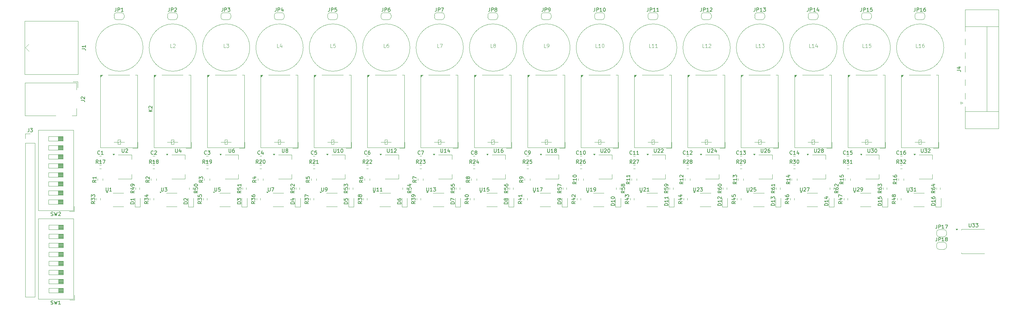
<source format=gbr>
%TF.GenerationSoftware,KiCad,Pcbnew,8.0.0*%
%TF.CreationDate,2025-01-27T00:28:36-06:00*%
%TF.ProjectId,inductor_board,696e6475-6374-46f7-925f-626f6172642e,rev?*%
%TF.SameCoordinates,Original*%
%TF.FileFunction,Legend,Top*%
%TF.FilePolarity,Positive*%
%FSLAX46Y46*%
G04 Gerber Fmt 4.6, Leading zero omitted, Abs format (unit mm)*
G04 Created by KiCad (PCBNEW 8.0.0) date 2025-01-27 00:28:36*
%MOMM*%
%LPD*%
G01*
G04 APERTURE LIST*
%ADD10C,0.150000*%
%ADD11C,0.100000*%
%ADD12C,0.120000*%
G04 APERTURE END LIST*
D10*
X467561716Y-219392819D02*
X467561716Y-220107104D01*
X467561716Y-220107104D02*
X467514097Y-220249961D01*
X467514097Y-220249961D02*
X467418859Y-220345200D01*
X467418859Y-220345200D02*
X467276002Y-220392819D01*
X467276002Y-220392819D02*
X467180764Y-220392819D01*
X468037907Y-220392819D02*
X468037907Y-219392819D01*
X468037907Y-219392819D02*
X468418859Y-219392819D01*
X468418859Y-219392819D02*
X468514097Y-219440438D01*
X468514097Y-219440438D02*
X468561716Y-219488057D01*
X468561716Y-219488057D02*
X468609335Y-219583295D01*
X468609335Y-219583295D02*
X468609335Y-219726152D01*
X468609335Y-219726152D02*
X468561716Y-219821390D01*
X468561716Y-219821390D02*
X468514097Y-219869009D01*
X468514097Y-219869009D02*
X468418859Y-219916628D01*
X468418859Y-219916628D02*
X468037907Y-219916628D01*
X469561716Y-220392819D02*
X468990288Y-220392819D01*
X469276002Y-220392819D02*
X469276002Y-219392819D01*
X469276002Y-219392819D02*
X469180764Y-219535676D01*
X469180764Y-219535676D02*
X469085526Y-219630914D01*
X469085526Y-219630914D02*
X468990288Y-219678533D01*
X469895050Y-219392819D02*
X470561716Y-219392819D01*
X470561716Y-219392819D02*
X470133145Y-220392819D01*
X268626835Y-198041819D02*
X268626835Y-198851342D01*
X268626835Y-198851342D02*
X268674454Y-198946580D01*
X268674454Y-198946580D02*
X268722073Y-198994200D01*
X268722073Y-198994200D02*
X268817311Y-199041819D01*
X268817311Y-199041819D02*
X269007787Y-199041819D01*
X269007787Y-199041819D02*
X269103025Y-198994200D01*
X269103025Y-198994200D02*
X269150644Y-198946580D01*
X269150644Y-198946580D02*
X269198263Y-198851342D01*
X269198263Y-198851342D02*
X269198263Y-198041819D01*
X270103025Y-198041819D02*
X269912549Y-198041819D01*
X269912549Y-198041819D02*
X269817311Y-198089438D01*
X269817311Y-198089438D02*
X269769692Y-198137057D01*
X269769692Y-198137057D02*
X269674454Y-198279914D01*
X269674454Y-198279914D02*
X269626835Y-198470390D01*
X269626835Y-198470390D02*
X269626835Y-198851342D01*
X269626835Y-198851342D02*
X269674454Y-198946580D01*
X269674454Y-198946580D02*
X269722073Y-198994200D01*
X269722073Y-198994200D02*
X269817311Y-199041819D01*
X269817311Y-199041819D02*
X270007787Y-199041819D01*
X270007787Y-199041819D02*
X270103025Y-198994200D01*
X270103025Y-198994200D02*
X270150644Y-198946580D01*
X270150644Y-198946580D02*
X270198263Y-198851342D01*
X270198263Y-198851342D02*
X270198263Y-198613247D01*
X270198263Y-198613247D02*
X270150644Y-198518009D01*
X270150644Y-198518009D02*
X270103025Y-198470390D01*
X270103025Y-198470390D02*
X270007787Y-198422771D01*
X270007787Y-198422771D02*
X269817311Y-198422771D01*
X269817311Y-198422771D02*
X269722073Y-198470390D01*
X269722073Y-198470390D02*
X269674454Y-198518009D01*
X269674454Y-198518009D02*
X269626835Y-198613247D01*
X350973059Y-212812357D02*
X350496868Y-213145690D01*
X350973059Y-213383785D02*
X349973059Y-213383785D01*
X349973059Y-213383785D02*
X349973059Y-213002833D01*
X349973059Y-213002833D02*
X350020678Y-212907595D01*
X350020678Y-212907595D02*
X350068297Y-212859976D01*
X350068297Y-212859976D02*
X350163535Y-212812357D01*
X350163535Y-212812357D02*
X350306392Y-212812357D01*
X350306392Y-212812357D02*
X350401630Y-212859976D01*
X350401630Y-212859976D02*
X350449249Y-212907595D01*
X350449249Y-212907595D02*
X350496868Y-213002833D01*
X350496868Y-213002833D02*
X350496868Y-213383785D01*
X350306392Y-211955214D02*
X350973059Y-211955214D01*
X349925440Y-212193309D02*
X350639725Y-212431404D01*
X350639725Y-212431404D02*
X350639725Y-211812357D01*
X350973059Y-210907595D02*
X350973059Y-211479023D01*
X350973059Y-211193309D02*
X349973059Y-211193309D01*
X349973059Y-211193309D02*
X350115916Y-211288547D01*
X350115916Y-211288547D02*
X350211154Y-211383785D01*
X350211154Y-211383785D02*
X350258773Y-211479023D01*
X431461716Y-158380319D02*
X431461716Y-159094604D01*
X431461716Y-159094604D02*
X431414097Y-159237461D01*
X431414097Y-159237461D02*
X431318859Y-159332700D01*
X431318859Y-159332700D02*
X431176002Y-159380319D01*
X431176002Y-159380319D02*
X431080764Y-159380319D01*
X431937907Y-159380319D02*
X431937907Y-158380319D01*
X431937907Y-158380319D02*
X432318859Y-158380319D01*
X432318859Y-158380319D02*
X432414097Y-158427938D01*
X432414097Y-158427938D02*
X432461716Y-158475557D01*
X432461716Y-158475557D02*
X432509335Y-158570795D01*
X432509335Y-158570795D02*
X432509335Y-158713652D01*
X432509335Y-158713652D02*
X432461716Y-158808890D01*
X432461716Y-158808890D02*
X432414097Y-158856509D01*
X432414097Y-158856509D02*
X432318859Y-158904128D01*
X432318859Y-158904128D02*
X431937907Y-158904128D01*
X433461716Y-159380319D02*
X432890288Y-159380319D01*
X433176002Y-159380319D02*
X433176002Y-158380319D01*
X433176002Y-158380319D02*
X433080764Y-158523176D01*
X433080764Y-158523176D02*
X432985526Y-158618414D01*
X432985526Y-158618414D02*
X432890288Y-158666033D01*
X434318859Y-158713652D02*
X434318859Y-159380319D01*
X434080764Y-158332700D02*
X433842669Y-159046985D01*
X433842669Y-159046985D02*
X434461716Y-159046985D01*
X407001559Y-213939285D02*
X406001559Y-213939285D01*
X406001559Y-213939285D02*
X406001559Y-213701190D01*
X406001559Y-213701190D02*
X406049178Y-213558333D01*
X406049178Y-213558333D02*
X406144416Y-213463095D01*
X406144416Y-213463095D02*
X406239654Y-213415476D01*
X406239654Y-213415476D02*
X406430130Y-213367857D01*
X406430130Y-213367857D02*
X406572987Y-213367857D01*
X406572987Y-213367857D02*
X406763463Y-213415476D01*
X406763463Y-213415476D02*
X406858701Y-213463095D01*
X406858701Y-213463095D02*
X406953940Y-213558333D01*
X406953940Y-213558333D02*
X407001559Y-213701190D01*
X407001559Y-213701190D02*
X407001559Y-213939285D01*
X407001559Y-212415476D02*
X407001559Y-212986904D01*
X407001559Y-212701190D02*
X406001559Y-212701190D01*
X406001559Y-212701190D02*
X406144416Y-212796428D01*
X406144416Y-212796428D02*
X406239654Y-212891666D01*
X406239654Y-212891666D02*
X406287273Y-212986904D01*
X406096797Y-212034523D02*
X406049178Y-211986904D01*
X406049178Y-211986904D02*
X406001559Y-211891666D01*
X406001559Y-211891666D02*
X406001559Y-211653571D01*
X406001559Y-211653571D02*
X406049178Y-211558333D01*
X406049178Y-211558333D02*
X406096797Y-211510714D01*
X406096797Y-211510714D02*
X406192035Y-211463095D01*
X406192035Y-211463095D02*
X406287273Y-211463095D01*
X406287273Y-211463095D02*
X406430130Y-211510714D01*
X406430130Y-211510714D02*
X407001559Y-212082142D01*
X407001559Y-212082142D02*
X407001559Y-211463095D01*
X246295559Y-206809666D02*
X245819368Y-207142999D01*
X246295559Y-207381094D02*
X245295559Y-207381094D01*
X245295559Y-207381094D02*
X245295559Y-207000142D01*
X245295559Y-207000142D02*
X245343178Y-206904904D01*
X245343178Y-206904904D02*
X245390797Y-206857285D01*
X245390797Y-206857285D02*
X245486035Y-206809666D01*
X245486035Y-206809666D02*
X245628892Y-206809666D01*
X245628892Y-206809666D02*
X245724130Y-206857285D01*
X245724130Y-206857285D02*
X245771749Y-206904904D01*
X245771749Y-206904904D02*
X245819368Y-207000142D01*
X245819368Y-207000142D02*
X245819368Y-207381094D01*
X245390797Y-206428713D02*
X245343178Y-206381094D01*
X245343178Y-206381094D02*
X245295559Y-206285856D01*
X245295559Y-206285856D02*
X245295559Y-206047761D01*
X245295559Y-206047761D02*
X245343178Y-205952523D01*
X245343178Y-205952523D02*
X245390797Y-205904904D01*
X245390797Y-205904904D02*
X245486035Y-205857285D01*
X245486035Y-205857285D02*
X245581273Y-205857285D01*
X245581273Y-205857285D02*
X245724130Y-205904904D01*
X245724130Y-205904904D02*
X246295559Y-206476332D01*
X246295559Y-206476332D02*
X246295559Y-205857285D01*
X352364073Y-199480580D02*
X352316454Y-199528200D01*
X352316454Y-199528200D02*
X352173597Y-199575819D01*
X352173597Y-199575819D02*
X352078359Y-199575819D01*
X352078359Y-199575819D02*
X351935502Y-199528200D01*
X351935502Y-199528200D02*
X351840264Y-199432961D01*
X351840264Y-199432961D02*
X351792645Y-199337723D01*
X351792645Y-199337723D02*
X351745026Y-199147247D01*
X351745026Y-199147247D02*
X351745026Y-199004390D01*
X351745026Y-199004390D02*
X351792645Y-198813914D01*
X351792645Y-198813914D02*
X351840264Y-198718676D01*
X351840264Y-198718676D02*
X351935502Y-198623438D01*
X351935502Y-198623438D02*
X352078359Y-198575819D01*
X352078359Y-198575819D02*
X352173597Y-198575819D01*
X352173597Y-198575819D02*
X352316454Y-198623438D01*
X352316454Y-198623438D02*
X352364073Y-198671057D01*
X352840264Y-199575819D02*
X353030740Y-199575819D01*
X353030740Y-199575819D02*
X353125978Y-199528200D01*
X353125978Y-199528200D02*
X353173597Y-199480580D01*
X353173597Y-199480580D02*
X353268835Y-199337723D01*
X353268835Y-199337723D02*
X353316454Y-199147247D01*
X353316454Y-199147247D02*
X353316454Y-198766295D01*
X353316454Y-198766295D02*
X353268835Y-198671057D01*
X353268835Y-198671057D02*
X353221216Y-198623438D01*
X353221216Y-198623438D02*
X353125978Y-198575819D01*
X353125978Y-198575819D02*
X352935502Y-198575819D01*
X352935502Y-198575819D02*
X352840264Y-198623438D01*
X352840264Y-198623438D02*
X352792645Y-198671057D01*
X352792645Y-198671057D02*
X352745026Y-198766295D01*
X352745026Y-198766295D02*
X352745026Y-199004390D01*
X352745026Y-199004390D02*
X352792645Y-199099628D01*
X352792645Y-199099628D02*
X352840264Y-199147247D01*
X352840264Y-199147247D02*
X352935502Y-199194866D01*
X352935502Y-199194866D02*
X353125978Y-199194866D01*
X353125978Y-199194866D02*
X353221216Y-199147247D01*
X353221216Y-199147247D02*
X353268835Y-199099628D01*
X353268835Y-199099628D02*
X353316454Y-199004390D01*
X264659335Y-208930319D02*
X264659335Y-209739842D01*
X264659335Y-209739842D02*
X264706954Y-209835080D01*
X264706954Y-209835080D02*
X264754573Y-209882700D01*
X264754573Y-209882700D02*
X264849811Y-209930319D01*
X264849811Y-209930319D02*
X265040287Y-209930319D01*
X265040287Y-209930319D02*
X265135525Y-209882700D01*
X265135525Y-209882700D02*
X265183144Y-209835080D01*
X265183144Y-209835080D02*
X265230763Y-209739842D01*
X265230763Y-209739842D02*
X265230763Y-208930319D01*
X266183144Y-208930319D02*
X265706954Y-208930319D01*
X265706954Y-208930319D02*
X265659335Y-209406509D01*
X265659335Y-209406509D02*
X265706954Y-209358890D01*
X265706954Y-209358890D02*
X265802192Y-209311271D01*
X265802192Y-209311271D02*
X266040287Y-209311271D01*
X266040287Y-209311271D02*
X266135525Y-209358890D01*
X266135525Y-209358890D02*
X266183144Y-209406509D01*
X266183144Y-209406509D02*
X266230763Y-209501747D01*
X266230763Y-209501747D02*
X266230763Y-209739842D01*
X266230763Y-209739842D02*
X266183144Y-209835080D01*
X266183144Y-209835080D02*
X266135525Y-209882700D01*
X266135525Y-209882700D02*
X266040287Y-209930319D01*
X266040287Y-209930319D02*
X265802192Y-209930319D01*
X265802192Y-209930319D02*
X265706954Y-209882700D01*
X265706954Y-209882700D02*
X265659335Y-209835080D01*
X328150645Y-198041819D02*
X328150645Y-198851342D01*
X328150645Y-198851342D02*
X328198264Y-198946580D01*
X328198264Y-198946580D02*
X328245883Y-198994200D01*
X328245883Y-198994200D02*
X328341121Y-199041819D01*
X328341121Y-199041819D02*
X328531597Y-199041819D01*
X328531597Y-199041819D02*
X328626835Y-198994200D01*
X328626835Y-198994200D02*
X328674454Y-198946580D01*
X328674454Y-198946580D02*
X328722073Y-198851342D01*
X328722073Y-198851342D02*
X328722073Y-198041819D01*
X329722073Y-199041819D02*
X329150645Y-199041819D01*
X329436359Y-199041819D02*
X329436359Y-198041819D01*
X329436359Y-198041819D02*
X329341121Y-198184676D01*
X329341121Y-198184676D02*
X329245883Y-198279914D01*
X329245883Y-198279914D02*
X329150645Y-198327533D01*
X330579216Y-198375152D02*
X330579216Y-199041819D01*
X330341121Y-197994200D02*
X330103026Y-198708485D01*
X330103026Y-198708485D02*
X330722073Y-198708485D01*
X354183145Y-208930319D02*
X354183145Y-209739842D01*
X354183145Y-209739842D02*
X354230764Y-209835080D01*
X354230764Y-209835080D02*
X354278383Y-209882700D01*
X354278383Y-209882700D02*
X354373621Y-209930319D01*
X354373621Y-209930319D02*
X354564097Y-209930319D01*
X354564097Y-209930319D02*
X354659335Y-209882700D01*
X354659335Y-209882700D02*
X354706954Y-209835080D01*
X354706954Y-209835080D02*
X354754573Y-209739842D01*
X354754573Y-209739842D02*
X354754573Y-208930319D01*
X355754573Y-209930319D02*
X355183145Y-209930319D01*
X355468859Y-209930319D02*
X355468859Y-208930319D01*
X355468859Y-208930319D02*
X355373621Y-209073176D01*
X355373621Y-209073176D02*
X355278383Y-209168414D01*
X355278383Y-209168414D02*
X355183145Y-209216033D01*
X356087907Y-208930319D02*
X356754573Y-208930319D01*
X356754573Y-208930319D02*
X356326002Y-209930319D01*
X259861559Y-209825857D02*
X259385368Y-210159190D01*
X259861559Y-210397285D02*
X258861559Y-210397285D01*
X258861559Y-210397285D02*
X258861559Y-210016333D01*
X258861559Y-210016333D02*
X258909178Y-209921095D01*
X258909178Y-209921095D02*
X258956797Y-209873476D01*
X258956797Y-209873476D02*
X259052035Y-209825857D01*
X259052035Y-209825857D02*
X259194892Y-209825857D01*
X259194892Y-209825857D02*
X259290130Y-209873476D01*
X259290130Y-209873476D02*
X259337749Y-209921095D01*
X259337749Y-209921095D02*
X259385368Y-210016333D01*
X259385368Y-210016333D02*
X259385368Y-210397285D01*
X258861559Y-208921095D02*
X258861559Y-209397285D01*
X258861559Y-209397285D02*
X259337749Y-209444904D01*
X259337749Y-209444904D02*
X259290130Y-209397285D01*
X259290130Y-209397285D02*
X259242511Y-209302047D01*
X259242511Y-209302047D02*
X259242511Y-209063952D01*
X259242511Y-209063952D02*
X259290130Y-208968714D01*
X259290130Y-208968714D02*
X259337749Y-208921095D01*
X259337749Y-208921095D02*
X259432987Y-208873476D01*
X259432987Y-208873476D02*
X259671082Y-208873476D01*
X259671082Y-208873476D02*
X259766320Y-208921095D01*
X259766320Y-208921095D02*
X259813940Y-208968714D01*
X259813940Y-208968714D02*
X259861559Y-209063952D01*
X259861559Y-209063952D02*
X259861559Y-209302047D01*
X259861559Y-209302047D02*
X259813940Y-209397285D01*
X259813940Y-209397285D02*
X259766320Y-209444904D01*
X258861559Y-208254428D02*
X258861559Y-208159190D01*
X258861559Y-208159190D02*
X258909178Y-208063952D01*
X258909178Y-208063952D02*
X258956797Y-208016333D01*
X258956797Y-208016333D02*
X259052035Y-207968714D01*
X259052035Y-207968714D02*
X259242511Y-207921095D01*
X259242511Y-207921095D02*
X259480606Y-207921095D01*
X259480606Y-207921095D02*
X259671082Y-207968714D01*
X259671082Y-207968714D02*
X259766320Y-208016333D01*
X259766320Y-208016333D02*
X259813940Y-208063952D01*
X259813940Y-208063952D02*
X259861559Y-208159190D01*
X259861559Y-208159190D02*
X259861559Y-208254428D01*
X259861559Y-208254428D02*
X259813940Y-208349666D01*
X259813940Y-208349666D02*
X259766320Y-208397285D01*
X259766320Y-208397285D02*
X259671082Y-208444904D01*
X259671082Y-208444904D02*
X259480606Y-208492523D01*
X259480606Y-208492523D02*
X259242511Y-208492523D01*
X259242511Y-208492523D02*
X259052035Y-208444904D01*
X259052035Y-208444904D02*
X258956797Y-208397285D01*
X258956797Y-208397285D02*
X258909178Y-208349666D01*
X258909178Y-208349666D02*
X258861559Y-208254428D01*
X321887882Y-202111819D02*
X321554549Y-201635628D01*
X321316454Y-202111819D02*
X321316454Y-201111819D01*
X321316454Y-201111819D02*
X321697406Y-201111819D01*
X321697406Y-201111819D02*
X321792644Y-201159438D01*
X321792644Y-201159438D02*
X321840263Y-201207057D01*
X321840263Y-201207057D02*
X321887882Y-201302295D01*
X321887882Y-201302295D02*
X321887882Y-201445152D01*
X321887882Y-201445152D02*
X321840263Y-201540390D01*
X321840263Y-201540390D02*
X321792644Y-201588009D01*
X321792644Y-201588009D02*
X321697406Y-201635628D01*
X321697406Y-201635628D02*
X321316454Y-201635628D01*
X322268835Y-201207057D02*
X322316454Y-201159438D01*
X322316454Y-201159438D02*
X322411692Y-201111819D01*
X322411692Y-201111819D02*
X322649787Y-201111819D01*
X322649787Y-201111819D02*
X322745025Y-201159438D01*
X322745025Y-201159438D02*
X322792644Y-201207057D01*
X322792644Y-201207057D02*
X322840263Y-201302295D01*
X322840263Y-201302295D02*
X322840263Y-201397533D01*
X322840263Y-201397533D02*
X322792644Y-201540390D01*
X322792644Y-201540390D02*
X322221216Y-202111819D01*
X322221216Y-202111819D02*
X322840263Y-202111819D01*
X323173597Y-201111819D02*
X323792644Y-201111819D01*
X323792644Y-201111819D02*
X323459311Y-201492771D01*
X323459311Y-201492771D02*
X323602168Y-201492771D01*
X323602168Y-201492771D02*
X323697406Y-201540390D01*
X323697406Y-201540390D02*
X323745025Y-201588009D01*
X323745025Y-201588009D02*
X323792644Y-201683247D01*
X323792644Y-201683247D02*
X323792644Y-201921342D01*
X323792644Y-201921342D02*
X323745025Y-202016580D01*
X323745025Y-202016580D02*
X323697406Y-202064200D01*
X323697406Y-202064200D02*
X323602168Y-202111819D01*
X323602168Y-202111819D02*
X323316454Y-202111819D01*
X323316454Y-202111819D02*
X323221216Y-202064200D01*
X323221216Y-202064200D02*
X323173597Y-202016580D01*
X440973059Y-212812357D02*
X440496868Y-213145690D01*
X440973059Y-213383785D02*
X439973059Y-213383785D01*
X439973059Y-213383785D02*
X439973059Y-213002833D01*
X439973059Y-213002833D02*
X440020678Y-212907595D01*
X440020678Y-212907595D02*
X440068297Y-212859976D01*
X440068297Y-212859976D02*
X440163535Y-212812357D01*
X440163535Y-212812357D02*
X440306392Y-212812357D01*
X440306392Y-212812357D02*
X440401630Y-212859976D01*
X440401630Y-212859976D02*
X440449249Y-212907595D01*
X440449249Y-212907595D02*
X440496868Y-213002833D01*
X440496868Y-213002833D02*
X440496868Y-213383785D01*
X440306392Y-211955214D02*
X440973059Y-211955214D01*
X439925440Y-212193309D02*
X440639725Y-212431404D01*
X440639725Y-212431404D02*
X440639725Y-211812357D01*
X439973059Y-211526642D02*
X439973059Y-210859976D01*
X439973059Y-210859976D02*
X440973059Y-211288547D01*
X366295559Y-207285857D02*
X365819368Y-207619190D01*
X366295559Y-207857285D02*
X365295559Y-207857285D01*
X365295559Y-207857285D02*
X365295559Y-207476333D01*
X365295559Y-207476333D02*
X365343178Y-207381095D01*
X365343178Y-207381095D02*
X365390797Y-207333476D01*
X365390797Y-207333476D02*
X365486035Y-207285857D01*
X365486035Y-207285857D02*
X365628892Y-207285857D01*
X365628892Y-207285857D02*
X365724130Y-207333476D01*
X365724130Y-207333476D02*
X365771749Y-207381095D01*
X365771749Y-207381095D02*
X365819368Y-207476333D01*
X365819368Y-207476333D02*
X365819368Y-207857285D01*
X366295559Y-206333476D02*
X366295559Y-206904904D01*
X366295559Y-206619190D02*
X365295559Y-206619190D01*
X365295559Y-206619190D02*
X365438416Y-206714428D01*
X365438416Y-206714428D02*
X365533654Y-206809666D01*
X365533654Y-206809666D02*
X365581273Y-206904904D01*
X365295559Y-205714428D02*
X365295559Y-205619190D01*
X365295559Y-205619190D02*
X365343178Y-205523952D01*
X365343178Y-205523952D02*
X365390797Y-205476333D01*
X365390797Y-205476333D02*
X365486035Y-205428714D01*
X365486035Y-205428714D02*
X365676511Y-205381095D01*
X365676511Y-205381095D02*
X365914606Y-205381095D01*
X365914606Y-205381095D02*
X366105082Y-205428714D01*
X366105082Y-205428714D02*
X366200320Y-205476333D01*
X366200320Y-205476333D02*
X366247940Y-205523952D01*
X366247940Y-205523952D02*
X366295559Y-205619190D01*
X366295559Y-205619190D02*
X366295559Y-205714428D01*
X366295559Y-205714428D02*
X366247940Y-205809666D01*
X366247940Y-205809666D02*
X366200320Y-205857285D01*
X366200320Y-205857285D02*
X366105082Y-205904904D01*
X366105082Y-205904904D02*
X365914606Y-205952523D01*
X365914606Y-205952523D02*
X365676511Y-205952523D01*
X365676511Y-205952523D02*
X365486035Y-205904904D01*
X365486035Y-205904904D02*
X365390797Y-205857285D01*
X365390797Y-205857285D02*
X365343178Y-205809666D01*
X365343178Y-205809666D02*
X365295559Y-205714428D01*
X392034559Y-209825857D02*
X391558368Y-210159190D01*
X392034559Y-210397285D02*
X391034559Y-210397285D01*
X391034559Y-210397285D02*
X391034559Y-210016333D01*
X391034559Y-210016333D02*
X391082178Y-209921095D01*
X391082178Y-209921095D02*
X391129797Y-209873476D01*
X391129797Y-209873476D02*
X391225035Y-209825857D01*
X391225035Y-209825857D02*
X391367892Y-209825857D01*
X391367892Y-209825857D02*
X391463130Y-209873476D01*
X391463130Y-209873476D02*
X391510749Y-209921095D01*
X391510749Y-209921095D02*
X391558368Y-210016333D01*
X391558368Y-210016333D02*
X391558368Y-210397285D01*
X391034559Y-208921095D02*
X391034559Y-209397285D01*
X391034559Y-209397285D02*
X391510749Y-209444904D01*
X391510749Y-209444904D02*
X391463130Y-209397285D01*
X391463130Y-209397285D02*
X391415511Y-209302047D01*
X391415511Y-209302047D02*
X391415511Y-209063952D01*
X391415511Y-209063952D02*
X391463130Y-208968714D01*
X391463130Y-208968714D02*
X391510749Y-208921095D01*
X391510749Y-208921095D02*
X391605987Y-208873476D01*
X391605987Y-208873476D02*
X391844082Y-208873476D01*
X391844082Y-208873476D02*
X391939320Y-208921095D01*
X391939320Y-208921095D02*
X391986940Y-208968714D01*
X391986940Y-208968714D02*
X392034559Y-209063952D01*
X392034559Y-209063952D02*
X392034559Y-209302047D01*
X392034559Y-209302047D02*
X391986940Y-209397285D01*
X391986940Y-209397285D02*
X391939320Y-209444904D01*
X392034559Y-208397285D02*
X392034559Y-208206809D01*
X392034559Y-208206809D02*
X391986940Y-208111571D01*
X391986940Y-208111571D02*
X391939320Y-208063952D01*
X391939320Y-208063952D02*
X391796463Y-207968714D01*
X391796463Y-207968714D02*
X391605987Y-207921095D01*
X391605987Y-207921095D02*
X391225035Y-207921095D01*
X391225035Y-207921095D02*
X391129797Y-207968714D01*
X391129797Y-207968714D02*
X391082178Y-208016333D01*
X391082178Y-208016333D02*
X391034559Y-208111571D01*
X391034559Y-208111571D02*
X391034559Y-208302047D01*
X391034559Y-208302047D02*
X391082178Y-208397285D01*
X391082178Y-208397285D02*
X391129797Y-208444904D01*
X391129797Y-208444904D02*
X391225035Y-208492523D01*
X391225035Y-208492523D02*
X391463130Y-208492523D01*
X391463130Y-208492523D02*
X391558368Y-208444904D01*
X391558368Y-208444904D02*
X391605987Y-208397285D01*
X391605987Y-208397285D02*
X391653606Y-208302047D01*
X391653606Y-208302047D02*
X391653606Y-208111571D01*
X391653606Y-208111571D02*
X391605987Y-208016333D01*
X391605987Y-208016333D02*
X391558368Y-207968714D01*
X391558368Y-207968714D02*
X391463130Y-207921095D01*
X231295559Y-206809666D02*
X230819368Y-207142999D01*
X231295559Y-207381094D02*
X230295559Y-207381094D01*
X230295559Y-207381094D02*
X230295559Y-207000142D01*
X230295559Y-207000142D02*
X230343178Y-206904904D01*
X230343178Y-206904904D02*
X230390797Y-206857285D01*
X230390797Y-206857285D02*
X230486035Y-206809666D01*
X230486035Y-206809666D02*
X230628892Y-206809666D01*
X230628892Y-206809666D02*
X230724130Y-206857285D01*
X230724130Y-206857285D02*
X230771749Y-206904904D01*
X230771749Y-206904904D02*
X230819368Y-207000142D01*
X230819368Y-207000142D02*
X230819368Y-207381094D01*
X231295559Y-205857285D02*
X231295559Y-206428713D01*
X231295559Y-206142999D02*
X230295559Y-206142999D01*
X230295559Y-206142999D02*
X230438416Y-206238237D01*
X230438416Y-206238237D02*
X230533654Y-206333475D01*
X230533654Y-206333475D02*
X230581273Y-206428713D01*
X456295559Y-207285857D02*
X455819368Y-207619190D01*
X456295559Y-207857285D02*
X455295559Y-207857285D01*
X455295559Y-207857285D02*
X455295559Y-207476333D01*
X455295559Y-207476333D02*
X455343178Y-207381095D01*
X455343178Y-207381095D02*
X455390797Y-207333476D01*
X455390797Y-207333476D02*
X455486035Y-207285857D01*
X455486035Y-207285857D02*
X455628892Y-207285857D01*
X455628892Y-207285857D02*
X455724130Y-207333476D01*
X455724130Y-207333476D02*
X455771749Y-207381095D01*
X455771749Y-207381095D02*
X455819368Y-207476333D01*
X455819368Y-207476333D02*
X455819368Y-207857285D01*
X456295559Y-206333476D02*
X456295559Y-206904904D01*
X456295559Y-206619190D02*
X455295559Y-206619190D01*
X455295559Y-206619190D02*
X455438416Y-206714428D01*
X455438416Y-206714428D02*
X455533654Y-206809666D01*
X455533654Y-206809666D02*
X455581273Y-206904904D01*
X455295559Y-205476333D02*
X455295559Y-205666809D01*
X455295559Y-205666809D02*
X455343178Y-205762047D01*
X455343178Y-205762047D02*
X455390797Y-205809666D01*
X455390797Y-205809666D02*
X455533654Y-205904904D01*
X455533654Y-205904904D02*
X455724130Y-205952523D01*
X455724130Y-205952523D02*
X456105082Y-205952523D01*
X456105082Y-205952523D02*
X456200320Y-205904904D01*
X456200320Y-205904904D02*
X456247940Y-205857285D01*
X456247940Y-205857285D02*
X456295559Y-205762047D01*
X456295559Y-205762047D02*
X456295559Y-205571571D01*
X456295559Y-205571571D02*
X456247940Y-205476333D01*
X456247940Y-205476333D02*
X456200320Y-205428714D01*
X456200320Y-205428714D02*
X456105082Y-205381095D01*
X456105082Y-205381095D02*
X455866987Y-205381095D01*
X455866987Y-205381095D02*
X455771749Y-205428714D01*
X455771749Y-205428714D02*
X455724130Y-205476333D01*
X455724130Y-205476333D02*
X455676511Y-205571571D01*
X455676511Y-205571571D02*
X455676511Y-205762047D01*
X455676511Y-205762047D02*
X455724130Y-205857285D01*
X455724130Y-205857285D02*
X455771749Y-205904904D01*
X455771749Y-205904904D02*
X455866987Y-205952523D01*
X276295559Y-206809666D02*
X275819368Y-207142999D01*
X276295559Y-207381094D02*
X275295559Y-207381094D01*
X275295559Y-207381094D02*
X275295559Y-207000142D01*
X275295559Y-207000142D02*
X275343178Y-206904904D01*
X275343178Y-206904904D02*
X275390797Y-206857285D01*
X275390797Y-206857285D02*
X275486035Y-206809666D01*
X275486035Y-206809666D02*
X275628892Y-206809666D01*
X275628892Y-206809666D02*
X275724130Y-206857285D01*
X275724130Y-206857285D02*
X275771749Y-206904904D01*
X275771749Y-206904904D02*
X275819368Y-207000142D01*
X275819368Y-207000142D02*
X275819368Y-207381094D01*
X275628892Y-205952523D02*
X276295559Y-205952523D01*
X275247940Y-206190618D02*
X275962225Y-206428713D01*
X275962225Y-206428713D02*
X275962225Y-205809666D01*
X473251059Y-175938833D02*
X473965344Y-175938833D01*
X473965344Y-175938833D02*
X474108201Y-175986452D01*
X474108201Y-175986452D02*
X474203440Y-176081690D01*
X474203440Y-176081690D02*
X474251059Y-176224547D01*
X474251059Y-176224547D02*
X474251059Y-176319785D01*
X473584392Y-175034071D02*
X474251059Y-175034071D01*
X473203440Y-175272166D02*
X473917725Y-175510261D01*
X473917725Y-175510261D02*
X473917725Y-174891214D01*
X332034559Y-209825857D02*
X331558368Y-210159190D01*
X332034559Y-210397285D02*
X331034559Y-210397285D01*
X331034559Y-210397285D02*
X331034559Y-210016333D01*
X331034559Y-210016333D02*
X331082178Y-209921095D01*
X331082178Y-209921095D02*
X331129797Y-209873476D01*
X331129797Y-209873476D02*
X331225035Y-209825857D01*
X331225035Y-209825857D02*
X331367892Y-209825857D01*
X331367892Y-209825857D02*
X331463130Y-209873476D01*
X331463130Y-209873476D02*
X331510749Y-209921095D01*
X331510749Y-209921095D02*
X331558368Y-210016333D01*
X331558368Y-210016333D02*
X331558368Y-210397285D01*
X331034559Y-208921095D02*
X331034559Y-209397285D01*
X331034559Y-209397285D02*
X331510749Y-209444904D01*
X331510749Y-209444904D02*
X331463130Y-209397285D01*
X331463130Y-209397285D02*
X331415511Y-209302047D01*
X331415511Y-209302047D02*
X331415511Y-209063952D01*
X331415511Y-209063952D02*
X331463130Y-208968714D01*
X331463130Y-208968714D02*
X331510749Y-208921095D01*
X331510749Y-208921095D02*
X331605987Y-208873476D01*
X331605987Y-208873476D02*
X331844082Y-208873476D01*
X331844082Y-208873476D02*
X331939320Y-208921095D01*
X331939320Y-208921095D02*
X331986940Y-208968714D01*
X331986940Y-208968714D02*
X332034559Y-209063952D01*
X332034559Y-209063952D02*
X332034559Y-209302047D01*
X332034559Y-209302047D02*
X331986940Y-209397285D01*
X331986940Y-209397285D02*
X331939320Y-209444904D01*
X331034559Y-207968714D02*
X331034559Y-208444904D01*
X331034559Y-208444904D02*
X331510749Y-208492523D01*
X331510749Y-208492523D02*
X331463130Y-208444904D01*
X331463130Y-208444904D02*
X331415511Y-208349666D01*
X331415511Y-208349666D02*
X331415511Y-208111571D01*
X331415511Y-208111571D02*
X331463130Y-208016333D01*
X331463130Y-208016333D02*
X331510749Y-207968714D01*
X331510749Y-207968714D02*
X331605987Y-207921095D01*
X331605987Y-207921095D02*
X331844082Y-207921095D01*
X331844082Y-207921095D02*
X331939320Y-207968714D01*
X331939320Y-207968714D02*
X331986940Y-208016333D01*
X331986940Y-208016333D02*
X332034559Y-208111571D01*
X332034559Y-208111571D02*
X332034559Y-208349666D01*
X332034559Y-208349666D02*
X331986940Y-208444904D01*
X331986940Y-208444904D02*
X331939320Y-208492523D01*
X366887882Y-202111819D02*
X366554549Y-201635628D01*
X366316454Y-202111819D02*
X366316454Y-201111819D01*
X366316454Y-201111819D02*
X366697406Y-201111819D01*
X366697406Y-201111819D02*
X366792644Y-201159438D01*
X366792644Y-201159438D02*
X366840263Y-201207057D01*
X366840263Y-201207057D02*
X366887882Y-201302295D01*
X366887882Y-201302295D02*
X366887882Y-201445152D01*
X366887882Y-201445152D02*
X366840263Y-201540390D01*
X366840263Y-201540390D02*
X366792644Y-201588009D01*
X366792644Y-201588009D02*
X366697406Y-201635628D01*
X366697406Y-201635628D02*
X366316454Y-201635628D01*
X367268835Y-201207057D02*
X367316454Y-201159438D01*
X367316454Y-201159438D02*
X367411692Y-201111819D01*
X367411692Y-201111819D02*
X367649787Y-201111819D01*
X367649787Y-201111819D02*
X367745025Y-201159438D01*
X367745025Y-201159438D02*
X367792644Y-201207057D01*
X367792644Y-201207057D02*
X367840263Y-201302295D01*
X367840263Y-201302295D02*
X367840263Y-201397533D01*
X367840263Y-201397533D02*
X367792644Y-201540390D01*
X367792644Y-201540390D02*
X367221216Y-202111819D01*
X367221216Y-202111819D02*
X367840263Y-202111819D01*
X368697406Y-201111819D02*
X368506930Y-201111819D01*
X368506930Y-201111819D02*
X368411692Y-201159438D01*
X368411692Y-201159438D02*
X368364073Y-201207057D01*
X368364073Y-201207057D02*
X368268835Y-201349914D01*
X368268835Y-201349914D02*
X368221216Y-201540390D01*
X368221216Y-201540390D02*
X368221216Y-201921342D01*
X368221216Y-201921342D02*
X368268835Y-202016580D01*
X368268835Y-202016580D02*
X368316454Y-202064200D01*
X368316454Y-202064200D02*
X368411692Y-202111819D01*
X368411692Y-202111819D02*
X368602168Y-202111819D01*
X368602168Y-202111819D02*
X368697406Y-202064200D01*
X368697406Y-202064200D02*
X368745025Y-202016580D01*
X368745025Y-202016580D02*
X368792644Y-201921342D01*
X368792644Y-201921342D02*
X368792644Y-201683247D01*
X368792644Y-201683247D02*
X368745025Y-201588009D01*
X368745025Y-201588009D02*
X368697406Y-201540390D01*
X368697406Y-201540390D02*
X368602168Y-201492771D01*
X368602168Y-201492771D02*
X368411692Y-201492771D01*
X368411692Y-201492771D02*
X368316454Y-201540390D01*
X368316454Y-201540390D02*
X368268835Y-201588009D01*
X368268835Y-201588009D02*
X368221216Y-201683247D01*
X335973059Y-212812357D02*
X335496868Y-213145690D01*
X335973059Y-213383785D02*
X334973059Y-213383785D01*
X334973059Y-213383785D02*
X334973059Y-213002833D01*
X334973059Y-213002833D02*
X335020678Y-212907595D01*
X335020678Y-212907595D02*
X335068297Y-212859976D01*
X335068297Y-212859976D02*
X335163535Y-212812357D01*
X335163535Y-212812357D02*
X335306392Y-212812357D01*
X335306392Y-212812357D02*
X335401630Y-212859976D01*
X335401630Y-212859976D02*
X335449249Y-212907595D01*
X335449249Y-212907595D02*
X335496868Y-213002833D01*
X335496868Y-213002833D02*
X335496868Y-213383785D01*
X335306392Y-211955214D02*
X335973059Y-211955214D01*
X334925440Y-212193309D02*
X335639725Y-212431404D01*
X335639725Y-212431404D02*
X335639725Y-211812357D01*
X334973059Y-211240928D02*
X334973059Y-211145690D01*
X334973059Y-211145690D02*
X335020678Y-211050452D01*
X335020678Y-211050452D02*
X335068297Y-211002833D01*
X335068297Y-211002833D02*
X335163535Y-210955214D01*
X335163535Y-210955214D02*
X335354011Y-210907595D01*
X335354011Y-210907595D02*
X335592106Y-210907595D01*
X335592106Y-210907595D02*
X335782582Y-210955214D01*
X335782582Y-210955214D02*
X335877820Y-211002833D01*
X335877820Y-211002833D02*
X335925440Y-211050452D01*
X335925440Y-211050452D02*
X335973059Y-211145690D01*
X335973059Y-211145690D02*
X335973059Y-211240928D01*
X335973059Y-211240928D02*
X335925440Y-211336166D01*
X335925440Y-211336166D02*
X335877820Y-211383785D01*
X335877820Y-211383785D02*
X335782582Y-211431404D01*
X335782582Y-211431404D02*
X335592106Y-211479023D01*
X335592106Y-211479023D02*
X335354011Y-211479023D01*
X335354011Y-211479023D02*
X335163535Y-211431404D01*
X335163535Y-211431404D02*
X335068297Y-211383785D01*
X335068297Y-211383785D02*
X335020678Y-211336166D01*
X335020678Y-211336166D02*
X334973059Y-211240928D01*
X369183145Y-208930319D02*
X369183145Y-209739842D01*
X369183145Y-209739842D02*
X369230764Y-209835080D01*
X369230764Y-209835080D02*
X369278383Y-209882700D01*
X369278383Y-209882700D02*
X369373621Y-209930319D01*
X369373621Y-209930319D02*
X369564097Y-209930319D01*
X369564097Y-209930319D02*
X369659335Y-209882700D01*
X369659335Y-209882700D02*
X369706954Y-209835080D01*
X369706954Y-209835080D02*
X369754573Y-209739842D01*
X369754573Y-209739842D02*
X369754573Y-208930319D01*
X370754573Y-209930319D02*
X370183145Y-209930319D01*
X370468859Y-209930319D02*
X370468859Y-208930319D01*
X370468859Y-208930319D02*
X370373621Y-209073176D01*
X370373621Y-209073176D02*
X370278383Y-209168414D01*
X370278383Y-209168414D02*
X370183145Y-209216033D01*
X371230764Y-209930319D02*
X371421240Y-209930319D01*
X371421240Y-209930319D02*
X371516478Y-209882700D01*
X371516478Y-209882700D02*
X371564097Y-209835080D01*
X371564097Y-209835080D02*
X371659335Y-209692223D01*
X371659335Y-209692223D02*
X371706954Y-209501747D01*
X371706954Y-209501747D02*
X371706954Y-209120795D01*
X371706954Y-209120795D02*
X371659335Y-209025557D01*
X371659335Y-209025557D02*
X371611716Y-208977938D01*
X371611716Y-208977938D02*
X371516478Y-208930319D01*
X371516478Y-208930319D02*
X371326002Y-208930319D01*
X371326002Y-208930319D02*
X371230764Y-208977938D01*
X371230764Y-208977938D02*
X371183145Y-209025557D01*
X371183145Y-209025557D02*
X371135526Y-209120795D01*
X371135526Y-209120795D02*
X371135526Y-209358890D01*
X371135526Y-209358890D02*
X371183145Y-209454128D01*
X371183145Y-209454128D02*
X371230764Y-209501747D01*
X371230764Y-209501747D02*
X371326002Y-209549366D01*
X371326002Y-209549366D02*
X371516478Y-209549366D01*
X371516478Y-209549366D02*
X371611716Y-209501747D01*
X371611716Y-209501747D02*
X371659335Y-209454128D01*
X371659335Y-209454128D02*
X371706954Y-209358890D01*
X290973059Y-212812357D02*
X290496868Y-213145690D01*
X290973059Y-213383785D02*
X289973059Y-213383785D01*
X289973059Y-213383785D02*
X289973059Y-213002833D01*
X289973059Y-213002833D02*
X290020678Y-212907595D01*
X290020678Y-212907595D02*
X290068297Y-212859976D01*
X290068297Y-212859976D02*
X290163535Y-212812357D01*
X290163535Y-212812357D02*
X290306392Y-212812357D01*
X290306392Y-212812357D02*
X290401630Y-212859976D01*
X290401630Y-212859976D02*
X290449249Y-212907595D01*
X290449249Y-212907595D02*
X290496868Y-213002833D01*
X290496868Y-213002833D02*
X290496868Y-213383785D01*
X289973059Y-212479023D02*
X289973059Y-211859976D01*
X289973059Y-211859976D02*
X290354011Y-212193309D01*
X290354011Y-212193309D02*
X290354011Y-212050452D01*
X290354011Y-212050452D02*
X290401630Y-211955214D01*
X290401630Y-211955214D02*
X290449249Y-211907595D01*
X290449249Y-211907595D02*
X290544487Y-211859976D01*
X290544487Y-211859976D02*
X290782582Y-211859976D01*
X290782582Y-211859976D02*
X290877820Y-211907595D01*
X290877820Y-211907595D02*
X290925440Y-211955214D01*
X290925440Y-211955214D02*
X290973059Y-212050452D01*
X290973059Y-212050452D02*
X290973059Y-212336166D01*
X290973059Y-212336166D02*
X290925440Y-212431404D01*
X290925440Y-212431404D02*
X290877820Y-212479023D01*
X289973059Y-211526642D02*
X289973059Y-210859976D01*
X289973059Y-210859976D02*
X290973059Y-211288547D01*
X309183145Y-208930319D02*
X309183145Y-209739842D01*
X309183145Y-209739842D02*
X309230764Y-209835080D01*
X309230764Y-209835080D02*
X309278383Y-209882700D01*
X309278383Y-209882700D02*
X309373621Y-209930319D01*
X309373621Y-209930319D02*
X309564097Y-209930319D01*
X309564097Y-209930319D02*
X309659335Y-209882700D01*
X309659335Y-209882700D02*
X309706954Y-209835080D01*
X309706954Y-209835080D02*
X309754573Y-209739842D01*
X309754573Y-209739842D02*
X309754573Y-208930319D01*
X310754573Y-209930319D02*
X310183145Y-209930319D01*
X310468859Y-209930319D02*
X310468859Y-208930319D01*
X310468859Y-208930319D02*
X310373621Y-209073176D01*
X310373621Y-209073176D02*
X310278383Y-209168414D01*
X310278383Y-209168414D02*
X310183145Y-209216033D01*
X311706954Y-209930319D02*
X311135526Y-209930319D01*
X311421240Y-209930319D02*
X311421240Y-208930319D01*
X311421240Y-208930319D02*
X311326002Y-209073176D01*
X311326002Y-209073176D02*
X311230764Y-209168414D01*
X311230764Y-209168414D02*
X311135526Y-209216033D01*
X257001559Y-213463094D02*
X256001559Y-213463094D01*
X256001559Y-213463094D02*
X256001559Y-213224999D01*
X256001559Y-213224999D02*
X256049178Y-213082142D01*
X256049178Y-213082142D02*
X256144416Y-212986904D01*
X256144416Y-212986904D02*
X256239654Y-212939285D01*
X256239654Y-212939285D02*
X256430130Y-212891666D01*
X256430130Y-212891666D02*
X256572987Y-212891666D01*
X256572987Y-212891666D02*
X256763463Y-212939285D01*
X256763463Y-212939285D02*
X256858701Y-212986904D01*
X256858701Y-212986904D02*
X256953940Y-213082142D01*
X256953940Y-213082142D02*
X257001559Y-213224999D01*
X257001559Y-213224999D02*
X257001559Y-213463094D01*
X256096797Y-212510713D02*
X256049178Y-212463094D01*
X256049178Y-212463094D02*
X256001559Y-212367856D01*
X256001559Y-212367856D02*
X256001559Y-212129761D01*
X256001559Y-212129761D02*
X256049178Y-212034523D01*
X256049178Y-212034523D02*
X256096797Y-211986904D01*
X256096797Y-211986904D02*
X256192035Y-211939285D01*
X256192035Y-211939285D02*
X256287273Y-211939285D01*
X256287273Y-211939285D02*
X256430130Y-211986904D01*
X256430130Y-211986904D02*
X257001559Y-212558332D01*
X257001559Y-212558332D02*
X257001559Y-211939285D01*
X326937906Y-158380319D02*
X326937906Y-159094604D01*
X326937906Y-159094604D02*
X326890287Y-159237461D01*
X326890287Y-159237461D02*
X326795049Y-159332700D01*
X326795049Y-159332700D02*
X326652192Y-159380319D01*
X326652192Y-159380319D02*
X326556954Y-159380319D01*
X327414097Y-159380319D02*
X327414097Y-158380319D01*
X327414097Y-158380319D02*
X327795049Y-158380319D01*
X327795049Y-158380319D02*
X327890287Y-158427938D01*
X327890287Y-158427938D02*
X327937906Y-158475557D01*
X327937906Y-158475557D02*
X327985525Y-158570795D01*
X327985525Y-158570795D02*
X327985525Y-158713652D01*
X327985525Y-158713652D02*
X327937906Y-158808890D01*
X327937906Y-158808890D02*
X327890287Y-158856509D01*
X327890287Y-158856509D02*
X327795049Y-158904128D01*
X327795049Y-158904128D02*
X327414097Y-158904128D01*
X328318859Y-158380319D02*
X328985525Y-158380319D01*
X328985525Y-158380319D02*
X328556954Y-159380319D01*
X311937906Y-158380319D02*
X311937906Y-159094604D01*
X311937906Y-159094604D02*
X311890287Y-159237461D01*
X311890287Y-159237461D02*
X311795049Y-159332700D01*
X311795049Y-159332700D02*
X311652192Y-159380319D01*
X311652192Y-159380319D02*
X311556954Y-159380319D01*
X312414097Y-159380319D02*
X312414097Y-158380319D01*
X312414097Y-158380319D02*
X312795049Y-158380319D01*
X312795049Y-158380319D02*
X312890287Y-158427938D01*
X312890287Y-158427938D02*
X312937906Y-158475557D01*
X312937906Y-158475557D02*
X312985525Y-158570795D01*
X312985525Y-158570795D02*
X312985525Y-158713652D01*
X312985525Y-158713652D02*
X312937906Y-158808890D01*
X312937906Y-158808890D02*
X312890287Y-158856509D01*
X312890287Y-158856509D02*
X312795049Y-158904128D01*
X312795049Y-158904128D02*
X312414097Y-158904128D01*
X313842668Y-158380319D02*
X313652192Y-158380319D01*
X313652192Y-158380319D02*
X313556954Y-158427938D01*
X313556954Y-158427938D02*
X313509335Y-158475557D01*
X313509335Y-158475557D02*
X313414097Y-158618414D01*
X313414097Y-158618414D02*
X313366478Y-158808890D01*
X313366478Y-158808890D02*
X313366478Y-159189842D01*
X313366478Y-159189842D02*
X313414097Y-159285080D01*
X313414097Y-159285080D02*
X313461716Y-159332700D01*
X313461716Y-159332700D02*
X313556954Y-159380319D01*
X313556954Y-159380319D02*
X313747430Y-159380319D01*
X313747430Y-159380319D02*
X313842668Y-159332700D01*
X313842668Y-159332700D02*
X313890287Y-159285080D01*
X313890287Y-159285080D02*
X313937906Y-159189842D01*
X313937906Y-159189842D02*
X313937906Y-158951747D01*
X313937906Y-158951747D02*
X313890287Y-158856509D01*
X313890287Y-158856509D02*
X313842668Y-158808890D01*
X313842668Y-158808890D02*
X313747430Y-158761271D01*
X313747430Y-158761271D02*
X313556954Y-158761271D01*
X313556954Y-158761271D02*
X313461716Y-158808890D01*
X313461716Y-158808890D02*
X313414097Y-158856509D01*
X313414097Y-158856509D02*
X313366478Y-158951747D01*
X236937906Y-158380319D02*
X236937906Y-159094604D01*
X236937906Y-159094604D02*
X236890287Y-159237461D01*
X236890287Y-159237461D02*
X236795049Y-159332700D01*
X236795049Y-159332700D02*
X236652192Y-159380319D01*
X236652192Y-159380319D02*
X236556954Y-159380319D01*
X237414097Y-159380319D02*
X237414097Y-158380319D01*
X237414097Y-158380319D02*
X237795049Y-158380319D01*
X237795049Y-158380319D02*
X237890287Y-158427938D01*
X237890287Y-158427938D02*
X237937906Y-158475557D01*
X237937906Y-158475557D02*
X237985525Y-158570795D01*
X237985525Y-158570795D02*
X237985525Y-158713652D01*
X237985525Y-158713652D02*
X237937906Y-158808890D01*
X237937906Y-158808890D02*
X237890287Y-158856509D01*
X237890287Y-158856509D02*
X237795049Y-158904128D01*
X237795049Y-158904128D02*
X237414097Y-158904128D01*
X238937906Y-159380319D02*
X238366478Y-159380319D01*
X238652192Y-159380319D02*
X238652192Y-158380319D01*
X238652192Y-158380319D02*
X238556954Y-158523176D01*
X238556954Y-158523176D02*
X238461716Y-158618414D01*
X238461716Y-158618414D02*
X238366478Y-158666033D01*
X347034559Y-209825857D02*
X346558368Y-210159190D01*
X347034559Y-210397285D02*
X346034559Y-210397285D01*
X346034559Y-210397285D02*
X346034559Y-210016333D01*
X346034559Y-210016333D02*
X346082178Y-209921095D01*
X346082178Y-209921095D02*
X346129797Y-209873476D01*
X346129797Y-209873476D02*
X346225035Y-209825857D01*
X346225035Y-209825857D02*
X346367892Y-209825857D01*
X346367892Y-209825857D02*
X346463130Y-209873476D01*
X346463130Y-209873476D02*
X346510749Y-209921095D01*
X346510749Y-209921095D02*
X346558368Y-210016333D01*
X346558368Y-210016333D02*
X346558368Y-210397285D01*
X346034559Y-208921095D02*
X346034559Y-209397285D01*
X346034559Y-209397285D02*
X346510749Y-209444904D01*
X346510749Y-209444904D02*
X346463130Y-209397285D01*
X346463130Y-209397285D02*
X346415511Y-209302047D01*
X346415511Y-209302047D02*
X346415511Y-209063952D01*
X346415511Y-209063952D02*
X346463130Y-208968714D01*
X346463130Y-208968714D02*
X346510749Y-208921095D01*
X346510749Y-208921095D02*
X346605987Y-208873476D01*
X346605987Y-208873476D02*
X346844082Y-208873476D01*
X346844082Y-208873476D02*
X346939320Y-208921095D01*
X346939320Y-208921095D02*
X346986940Y-208968714D01*
X346986940Y-208968714D02*
X347034559Y-209063952D01*
X347034559Y-209063952D02*
X347034559Y-209302047D01*
X347034559Y-209302047D02*
X346986940Y-209397285D01*
X346986940Y-209397285D02*
X346939320Y-209444904D01*
X346034559Y-208016333D02*
X346034559Y-208206809D01*
X346034559Y-208206809D02*
X346082178Y-208302047D01*
X346082178Y-208302047D02*
X346129797Y-208349666D01*
X346129797Y-208349666D02*
X346272654Y-208444904D01*
X346272654Y-208444904D02*
X346463130Y-208492523D01*
X346463130Y-208492523D02*
X346844082Y-208492523D01*
X346844082Y-208492523D02*
X346939320Y-208444904D01*
X346939320Y-208444904D02*
X346986940Y-208397285D01*
X346986940Y-208397285D02*
X347034559Y-208302047D01*
X347034559Y-208302047D02*
X347034559Y-208111571D01*
X347034559Y-208111571D02*
X346986940Y-208016333D01*
X346986940Y-208016333D02*
X346939320Y-207968714D01*
X346939320Y-207968714D02*
X346844082Y-207921095D01*
X346844082Y-207921095D02*
X346605987Y-207921095D01*
X346605987Y-207921095D02*
X346510749Y-207968714D01*
X346510749Y-207968714D02*
X346463130Y-208016333D01*
X346463130Y-208016333D02*
X346415511Y-208111571D01*
X346415511Y-208111571D02*
X346415511Y-208302047D01*
X346415511Y-208302047D02*
X346463130Y-208397285D01*
X346463130Y-208397285D02*
X346510749Y-208444904D01*
X346510749Y-208444904D02*
X346605987Y-208492523D01*
X317001559Y-213463094D02*
X316001559Y-213463094D01*
X316001559Y-213463094D02*
X316001559Y-213224999D01*
X316001559Y-213224999D02*
X316049178Y-213082142D01*
X316049178Y-213082142D02*
X316144416Y-212986904D01*
X316144416Y-212986904D02*
X316239654Y-212939285D01*
X316239654Y-212939285D02*
X316430130Y-212891666D01*
X316430130Y-212891666D02*
X316572987Y-212891666D01*
X316572987Y-212891666D02*
X316763463Y-212939285D01*
X316763463Y-212939285D02*
X316858701Y-212986904D01*
X316858701Y-212986904D02*
X316953940Y-213082142D01*
X316953940Y-213082142D02*
X317001559Y-213224999D01*
X317001559Y-213224999D02*
X317001559Y-213463094D01*
X316001559Y-212034523D02*
X316001559Y-212224999D01*
X316001559Y-212224999D02*
X316049178Y-212320237D01*
X316049178Y-212320237D02*
X316096797Y-212367856D01*
X316096797Y-212367856D02*
X316239654Y-212463094D01*
X316239654Y-212463094D02*
X316430130Y-212510713D01*
X316430130Y-212510713D02*
X316811082Y-212510713D01*
X316811082Y-212510713D02*
X316906320Y-212463094D01*
X316906320Y-212463094D02*
X316953940Y-212415475D01*
X316953940Y-212415475D02*
X317001559Y-212320237D01*
X317001559Y-212320237D02*
X317001559Y-212129761D01*
X317001559Y-212129761D02*
X316953940Y-212034523D01*
X316953940Y-212034523D02*
X316906320Y-211986904D01*
X316906320Y-211986904D02*
X316811082Y-211939285D01*
X316811082Y-211939285D02*
X316572987Y-211939285D01*
X316572987Y-211939285D02*
X316477749Y-211986904D01*
X316477749Y-211986904D02*
X316430130Y-212034523D01*
X316430130Y-212034523D02*
X316382511Y-212129761D01*
X316382511Y-212129761D02*
X316382511Y-212320237D01*
X316382511Y-212320237D02*
X316430130Y-212415475D01*
X316430130Y-212415475D02*
X316477749Y-212463094D01*
X316477749Y-212463094D02*
X316572987Y-212510713D01*
X456887882Y-199480580D02*
X456840263Y-199528200D01*
X456840263Y-199528200D02*
X456697406Y-199575819D01*
X456697406Y-199575819D02*
X456602168Y-199575819D01*
X456602168Y-199575819D02*
X456459311Y-199528200D01*
X456459311Y-199528200D02*
X456364073Y-199432961D01*
X456364073Y-199432961D02*
X456316454Y-199337723D01*
X456316454Y-199337723D02*
X456268835Y-199147247D01*
X456268835Y-199147247D02*
X456268835Y-199004390D01*
X456268835Y-199004390D02*
X456316454Y-198813914D01*
X456316454Y-198813914D02*
X456364073Y-198718676D01*
X456364073Y-198718676D02*
X456459311Y-198623438D01*
X456459311Y-198623438D02*
X456602168Y-198575819D01*
X456602168Y-198575819D02*
X456697406Y-198575819D01*
X456697406Y-198575819D02*
X456840263Y-198623438D01*
X456840263Y-198623438D02*
X456887882Y-198671057D01*
X457840263Y-199575819D02*
X457268835Y-199575819D01*
X457554549Y-199575819D02*
X457554549Y-198575819D01*
X457554549Y-198575819D02*
X457459311Y-198718676D01*
X457459311Y-198718676D02*
X457364073Y-198813914D01*
X457364073Y-198813914D02*
X457268835Y-198861533D01*
X458697406Y-198575819D02*
X458506930Y-198575819D01*
X458506930Y-198575819D02*
X458411692Y-198623438D01*
X458411692Y-198623438D02*
X458364073Y-198671057D01*
X458364073Y-198671057D02*
X458268835Y-198813914D01*
X458268835Y-198813914D02*
X458221216Y-199004390D01*
X458221216Y-199004390D02*
X458221216Y-199385342D01*
X458221216Y-199385342D02*
X458268835Y-199480580D01*
X458268835Y-199480580D02*
X458316454Y-199528200D01*
X458316454Y-199528200D02*
X458411692Y-199575819D01*
X458411692Y-199575819D02*
X458602168Y-199575819D01*
X458602168Y-199575819D02*
X458697406Y-199528200D01*
X458697406Y-199528200D02*
X458745025Y-199480580D01*
X458745025Y-199480580D02*
X458792644Y-199385342D01*
X458792644Y-199385342D02*
X458792644Y-199147247D01*
X458792644Y-199147247D02*
X458745025Y-199052009D01*
X458745025Y-199052009D02*
X458697406Y-199004390D01*
X458697406Y-199004390D02*
X458602168Y-198956771D01*
X458602168Y-198956771D02*
X458411692Y-198956771D01*
X458411692Y-198956771D02*
X458316454Y-199004390D01*
X458316454Y-199004390D02*
X458268835Y-199052009D01*
X458268835Y-199052009D02*
X458221216Y-199147247D01*
X341937906Y-158380319D02*
X341937906Y-159094604D01*
X341937906Y-159094604D02*
X341890287Y-159237461D01*
X341890287Y-159237461D02*
X341795049Y-159332700D01*
X341795049Y-159332700D02*
X341652192Y-159380319D01*
X341652192Y-159380319D02*
X341556954Y-159380319D01*
X342414097Y-159380319D02*
X342414097Y-158380319D01*
X342414097Y-158380319D02*
X342795049Y-158380319D01*
X342795049Y-158380319D02*
X342890287Y-158427938D01*
X342890287Y-158427938D02*
X342937906Y-158475557D01*
X342937906Y-158475557D02*
X342985525Y-158570795D01*
X342985525Y-158570795D02*
X342985525Y-158713652D01*
X342985525Y-158713652D02*
X342937906Y-158808890D01*
X342937906Y-158808890D02*
X342890287Y-158856509D01*
X342890287Y-158856509D02*
X342795049Y-158904128D01*
X342795049Y-158904128D02*
X342414097Y-158904128D01*
X343556954Y-158808890D02*
X343461716Y-158761271D01*
X343461716Y-158761271D02*
X343414097Y-158713652D01*
X343414097Y-158713652D02*
X343366478Y-158618414D01*
X343366478Y-158618414D02*
X343366478Y-158570795D01*
X343366478Y-158570795D02*
X343414097Y-158475557D01*
X343414097Y-158475557D02*
X343461716Y-158427938D01*
X343461716Y-158427938D02*
X343556954Y-158380319D01*
X343556954Y-158380319D02*
X343747430Y-158380319D01*
X343747430Y-158380319D02*
X343842668Y-158427938D01*
X343842668Y-158427938D02*
X343890287Y-158475557D01*
X343890287Y-158475557D02*
X343937906Y-158570795D01*
X343937906Y-158570795D02*
X343937906Y-158618414D01*
X343937906Y-158618414D02*
X343890287Y-158713652D01*
X343890287Y-158713652D02*
X343842668Y-158761271D01*
X343842668Y-158761271D02*
X343747430Y-158808890D01*
X343747430Y-158808890D02*
X343556954Y-158808890D01*
X343556954Y-158808890D02*
X343461716Y-158856509D01*
X343461716Y-158856509D02*
X343414097Y-158904128D01*
X343414097Y-158904128D02*
X343366478Y-158999366D01*
X343366478Y-158999366D02*
X343366478Y-159189842D01*
X343366478Y-159189842D02*
X343414097Y-159285080D01*
X343414097Y-159285080D02*
X343461716Y-159332700D01*
X343461716Y-159332700D02*
X343556954Y-159380319D01*
X343556954Y-159380319D02*
X343747430Y-159380319D01*
X343747430Y-159380319D02*
X343842668Y-159332700D01*
X343842668Y-159332700D02*
X343890287Y-159285080D01*
X343890287Y-159285080D02*
X343937906Y-159189842D01*
X343937906Y-159189842D02*
X343937906Y-158999366D01*
X343937906Y-158999366D02*
X343890287Y-158904128D01*
X343890287Y-158904128D02*
X343842668Y-158856509D01*
X343842668Y-158856509D02*
X343747430Y-158808890D01*
X336887882Y-202111819D02*
X336554549Y-201635628D01*
X336316454Y-202111819D02*
X336316454Y-201111819D01*
X336316454Y-201111819D02*
X336697406Y-201111819D01*
X336697406Y-201111819D02*
X336792644Y-201159438D01*
X336792644Y-201159438D02*
X336840263Y-201207057D01*
X336840263Y-201207057D02*
X336887882Y-201302295D01*
X336887882Y-201302295D02*
X336887882Y-201445152D01*
X336887882Y-201445152D02*
X336840263Y-201540390D01*
X336840263Y-201540390D02*
X336792644Y-201588009D01*
X336792644Y-201588009D02*
X336697406Y-201635628D01*
X336697406Y-201635628D02*
X336316454Y-201635628D01*
X337268835Y-201207057D02*
X337316454Y-201159438D01*
X337316454Y-201159438D02*
X337411692Y-201111819D01*
X337411692Y-201111819D02*
X337649787Y-201111819D01*
X337649787Y-201111819D02*
X337745025Y-201159438D01*
X337745025Y-201159438D02*
X337792644Y-201207057D01*
X337792644Y-201207057D02*
X337840263Y-201302295D01*
X337840263Y-201302295D02*
X337840263Y-201397533D01*
X337840263Y-201397533D02*
X337792644Y-201540390D01*
X337792644Y-201540390D02*
X337221216Y-202111819D01*
X337221216Y-202111819D02*
X337840263Y-202111819D01*
X338697406Y-201445152D02*
X338697406Y-202111819D01*
X338459311Y-201064200D02*
X338221216Y-201778485D01*
X338221216Y-201778485D02*
X338840263Y-201778485D01*
X410973059Y-212812357D02*
X410496868Y-213145690D01*
X410973059Y-213383785D02*
X409973059Y-213383785D01*
X409973059Y-213383785D02*
X409973059Y-213002833D01*
X409973059Y-213002833D02*
X410020678Y-212907595D01*
X410020678Y-212907595D02*
X410068297Y-212859976D01*
X410068297Y-212859976D02*
X410163535Y-212812357D01*
X410163535Y-212812357D02*
X410306392Y-212812357D01*
X410306392Y-212812357D02*
X410401630Y-212859976D01*
X410401630Y-212859976D02*
X410449249Y-212907595D01*
X410449249Y-212907595D02*
X410496868Y-213002833D01*
X410496868Y-213002833D02*
X410496868Y-213383785D01*
X410306392Y-211955214D02*
X410973059Y-211955214D01*
X409925440Y-212193309D02*
X410639725Y-212431404D01*
X410639725Y-212431404D02*
X410639725Y-211812357D01*
X409973059Y-210955214D02*
X409973059Y-211431404D01*
X409973059Y-211431404D02*
X410449249Y-211479023D01*
X410449249Y-211479023D02*
X410401630Y-211431404D01*
X410401630Y-211431404D02*
X410354011Y-211336166D01*
X410354011Y-211336166D02*
X410354011Y-211098071D01*
X410354011Y-211098071D02*
X410401630Y-211002833D01*
X410401630Y-211002833D02*
X410449249Y-210955214D01*
X410449249Y-210955214D02*
X410544487Y-210907595D01*
X410544487Y-210907595D02*
X410782582Y-210907595D01*
X410782582Y-210907595D02*
X410877820Y-210955214D01*
X410877820Y-210955214D02*
X410925440Y-211002833D01*
X410925440Y-211002833D02*
X410973059Y-211098071D01*
X410973059Y-211098071D02*
X410973059Y-211336166D01*
X410973059Y-211336166D02*
X410925440Y-211431404D01*
X410925440Y-211431404D02*
X410877820Y-211479023D01*
X287034559Y-209825857D02*
X286558368Y-210159190D01*
X287034559Y-210397285D02*
X286034559Y-210397285D01*
X286034559Y-210397285D02*
X286034559Y-210016333D01*
X286034559Y-210016333D02*
X286082178Y-209921095D01*
X286082178Y-209921095D02*
X286129797Y-209873476D01*
X286129797Y-209873476D02*
X286225035Y-209825857D01*
X286225035Y-209825857D02*
X286367892Y-209825857D01*
X286367892Y-209825857D02*
X286463130Y-209873476D01*
X286463130Y-209873476D02*
X286510749Y-209921095D01*
X286510749Y-209921095D02*
X286558368Y-210016333D01*
X286558368Y-210016333D02*
X286558368Y-210397285D01*
X286034559Y-208921095D02*
X286034559Y-209397285D01*
X286034559Y-209397285D02*
X286510749Y-209444904D01*
X286510749Y-209444904D02*
X286463130Y-209397285D01*
X286463130Y-209397285D02*
X286415511Y-209302047D01*
X286415511Y-209302047D02*
X286415511Y-209063952D01*
X286415511Y-209063952D02*
X286463130Y-208968714D01*
X286463130Y-208968714D02*
X286510749Y-208921095D01*
X286510749Y-208921095D02*
X286605987Y-208873476D01*
X286605987Y-208873476D02*
X286844082Y-208873476D01*
X286844082Y-208873476D02*
X286939320Y-208921095D01*
X286939320Y-208921095D02*
X286986940Y-208968714D01*
X286986940Y-208968714D02*
X287034559Y-209063952D01*
X287034559Y-209063952D02*
X287034559Y-209302047D01*
X287034559Y-209302047D02*
X286986940Y-209397285D01*
X286986940Y-209397285D02*
X286939320Y-209444904D01*
X286129797Y-208492523D02*
X286082178Y-208444904D01*
X286082178Y-208444904D02*
X286034559Y-208349666D01*
X286034559Y-208349666D02*
X286034559Y-208111571D01*
X286034559Y-208111571D02*
X286082178Y-208016333D01*
X286082178Y-208016333D02*
X286129797Y-207968714D01*
X286129797Y-207968714D02*
X286225035Y-207921095D01*
X286225035Y-207921095D02*
X286320273Y-207921095D01*
X286320273Y-207921095D02*
X286463130Y-207968714D01*
X286463130Y-207968714D02*
X287034559Y-208540142D01*
X287034559Y-208540142D02*
X287034559Y-207921095D01*
X291295559Y-206809666D02*
X290819368Y-207142999D01*
X291295559Y-207381094D02*
X290295559Y-207381094D01*
X290295559Y-207381094D02*
X290295559Y-207000142D01*
X290295559Y-207000142D02*
X290343178Y-206904904D01*
X290343178Y-206904904D02*
X290390797Y-206857285D01*
X290390797Y-206857285D02*
X290486035Y-206809666D01*
X290486035Y-206809666D02*
X290628892Y-206809666D01*
X290628892Y-206809666D02*
X290724130Y-206857285D01*
X290724130Y-206857285D02*
X290771749Y-206904904D01*
X290771749Y-206904904D02*
X290819368Y-207000142D01*
X290819368Y-207000142D02*
X290819368Y-207381094D01*
X290295559Y-205904904D02*
X290295559Y-206381094D01*
X290295559Y-206381094D02*
X290771749Y-206428713D01*
X290771749Y-206428713D02*
X290724130Y-206381094D01*
X290724130Y-206381094D02*
X290676511Y-206285856D01*
X290676511Y-206285856D02*
X290676511Y-206047761D01*
X290676511Y-206047761D02*
X290724130Y-205952523D01*
X290724130Y-205952523D02*
X290771749Y-205904904D01*
X290771749Y-205904904D02*
X290866987Y-205857285D01*
X290866987Y-205857285D02*
X291105082Y-205857285D01*
X291105082Y-205857285D02*
X291200320Y-205904904D01*
X291200320Y-205904904D02*
X291247940Y-205952523D01*
X291247940Y-205952523D02*
X291295559Y-206047761D01*
X291295559Y-206047761D02*
X291295559Y-206285856D01*
X291295559Y-206285856D02*
X291247940Y-206381094D01*
X291247940Y-206381094D02*
X291200320Y-206428713D01*
D11*
X282691073Y-169516419D02*
X282214883Y-169516419D01*
X282214883Y-169516419D02*
X282214883Y-168516419D01*
X283452978Y-168849752D02*
X283452978Y-169516419D01*
X283214883Y-168468800D02*
X282976788Y-169183085D01*
X282976788Y-169183085D02*
X283595835Y-169183085D01*
D10*
X395973059Y-212812357D02*
X395496868Y-213145690D01*
X395973059Y-213383785D02*
X394973059Y-213383785D01*
X394973059Y-213383785D02*
X394973059Y-213002833D01*
X394973059Y-213002833D02*
X395020678Y-212907595D01*
X395020678Y-212907595D02*
X395068297Y-212859976D01*
X395068297Y-212859976D02*
X395163535Y-212812357D01*
X395163535Y-212812357D02*
X395306392Y-212812357D01*
X395306392Y-212812357D02*
X395401630Y-212859976D01*
X395401630Y-212859976D02*
X395449249Y-212907595D01*
X395449249Y-212907595D02*
X395496868Y-213002833D01*
X395496868Y-213002833D02*
X395496868Y-213383785D01*
X395306392Y-211955214D02*
X395973059Y-211955214D01*
X394925440Y-212193309D02*
X395639725Y-212431404D01*
X395639725Y-212431404D02*
X395639725Y-211812357D01*
X395306392Y-211002833D02*
X395973059Y-211002833D01*
X394925440Y-211240928D02*
X395639725Y-211479023D01*
X395639725Y-211479023D02*
X395639725Y-210859976D01*
X441295559Y-207285857D02*
X440819368Y-207619190D01*
X441295559Y-207857285D02*
X440295559Y-207857285D01*
X440295559Y-207857285D02*
X440295559Y-207476333D01*
X440295559Y-207476333D02*
X440343178Y-207381095D01*
X440343178Y-207381095D02*
X440390797Y-207333476D01*
X440390797Y-207333476D02*
X440486035Y-207285857D01*
X440486035Y-207285857D02*
X440628892Y-207285857D01*
X440628892Y-207285857D02*
X440724130Y-207333476D01*
X440724130Y-207333476D02*
X440771749Y-207381095D01*
X440771749Y-207381095D02*
X440819368Y-207476333D01*
X440819368Y-207476333D02*
X440819368Y-207857285D01*
X441295559Y-206333476D02*
X441295559Y-206904904D01*
X441295559Y-206619190D02*
X440295559Y-206619190D01*
X440295559Y-206619190D02*
X440438416Y-206714428D01*
X440438416Y-206714428D02*
X440533654Y-206809666D01*
X440533654Y-206809666D02*
X440581273Y-206904904D01*
X440295559Y-205428714D02*
X440295559Y-205904904D01*
X440295559Y-205904904D02*
X440771749Y-205952523D01*
X440771749Y-205952523D02*
X440724130Y-205904904D01*
X440724130Y-205904904D02*
X440676511Y-205809666D01*
X440676511Y-205809666D02*
X440676511Y-205571571D01*
X440676511Y-205571571D02*
X440724130Y-205476333D01*
X440724130Y-205476333D02*
X440771749Y-205428714D01*
X440771749Y-205428714D02*
X440866987Y-205381095D01*
X440866987Y-205381095D02*
X441105082Y-205381095D01*
X441105082Y-205381095D02*
X441200320Y-205428714D01*
X441200320Y-205428714D02*
X441247940Y-205476333D01*
X441247940Y-205476333D02*
X441295559Y-205571571D01*
X441295559Y-205571571D02*
X441295559Y-205809666D01*
X441295559Y-205809666D02*
X441247940Y-205904904D01*
X441247940Y-205904904D02*
X441200320Y-205952523D01*
X384183145Y-208930319D02*
X384183145Y-209739842D01*
X384183145Y-209739842D02*
X384230764Y-209835080D01*
X384230764Y-209835080D02*
X384278383Y-209882700D01*
X384278383Y-209882700D02*
X384373621Y-209930319D01*
X384373621Y-209930319D02*
X384564097Y-209930319D01*
X384564097Y-209930319D02*
X384659335Y-209882700D01*
X384659335Y-209882700D02*
X384706954Y-209835080D01*
X384706954Y-209835080D02*
X384754573Y-209739842D01*
X384754573Y-209739842D02*
X384754573Y-208930319D01*
X385183145Y-209025557D02*
X385230764Y-208977938D01*
X385230764Y-208977938D02*
X385326002Y-208930319D01*
X385326002Y-208930319D02*
X385564097Y-208930319D01*
X385564097Y-208930319D02*
X385659335Y-208977938D01*
X385659335Y-208977938D02*
X385706954Y-209025557D01*
X385706954Y-209025557D02*
X385754573Y-209120795D01*
X385754573Y-209120795D02*
X385754573Y-209216033D01*
X385754573Y-209216033D02*
X385706954Y-209358890D01*
X385706954Y-209358890D02*
X385135526Y-209930319D01*
X385135526Y-209930319D02*
X385754573Y-209930319D01*
X386706954Y-209930319D02*
X386135526Y-209930319D01*
X386421240Y-209930319D02*
X386421240Y-208930319D01*
X386421240Y-208930319D02*
X386326002Y-209073176D01*
X386326002Y-209073176D02*
X386230764Y-209168414D01*
X386230764Y-209168414D02*
X386135526Y-209216033D01*
X283626835Y-198041819D02*
X283626835Y-198851342D01*
X283626835Y-198851342D02*
X283674454Y-198946580D01*
X283674454Y-198946580D02*
X283722073Y-198994200D01*
X283722073Y-198994200D02*
X283817311Y-199041819D01*
X283817311Y-199041819D02*
X284007787Y-199041819D01*
X284007787Y-199041819D02*
X284103025Y-198994200D01*
X284103025Y-198994200D02*
X284150644Y-198946580D01*
X284150644Y-198946580D02*
X284198263Y-198851342D01*
X284198263Y-198851342D02*
X284198263Y-198041819D01*
X284817311Y-198470390D02*
X284722073Y-198422771D01*
X284722073Y-198422771D02*
X284674454Y-198375152D01*
X284674454Y-198375152D02*
X284626835Y-198279914D01*
X284626835Y-198279914D02*
X284626835Y-198232295D01*
X284626835Y-198232295D02*
X284674454Y-198137057D01*
X284674454Y-198137057D02*
X284722073Y-198089438D01*
X284722073Y-198089438D02*
X284817311Y-198041819D01*
X284817311Y-198041819D02*
X285007787Y-198041819D01*
X285007787Y-198041819D02*
X285103025Y-198089438D01*
X285103025Y-198089438D02*
X285150644Y-198137057D01*
X285150644Y-198137057D02*
X285198263Y-198232295D01*
X285198263Y-198232295D02*
X285198263Y-198279914D01*
X285198263Y-198279914D02*
X285150644Y-198375152D01*
X285150644Y-198375152D02*
X285103025Y-198422771D01*
X285103025Y-198422771D02*
X285007787Y-198470390D01*
X285007787Y-198470390D02*
X284817311Y-198470390D01*
X284817311Y-198470390D02*
X284722073Y-198518009D01*
X284722073Y-198518009D02*
X284674454Y-198565628D01*
X284674454Y-198565628D02*
X284626835Y-198660866D01*
X284626835Y-198660866D02*
X284626835Y-198851342D01*
X284626835Y-198851342D02*
X284674454Y-198946580D01*
X284674454Y-198946580D02*
X284722073Y-198994200D01*
X284722073Y-198994200D02*
X284817311Y-199041819D01*
X284817311Y-199041819D02*
X285007787Y-199041819D01*
X285007787Y-199041819D02*
X285103025Y-198994200D01*
X285103025Y-198994200D02*
X285150644Y-198946580D01*
X285150644Y-198946580D02*
X285198263Y-198851342D01*
X285198263Y-198851342D02*
X285198263Y-198660866D01*
X285198263Y-198660866D02*
X285150644Y-198565628D01*
X285150644Y-198565628D02*
X285103025Y-198518009D01*
X285103025Y-198518009D02*
X285007787Y-198470390D01*
X411295559Y-207285857D02*
X410819368Y-207619190D01*
X411295559Y-207857285D02*
X410295559Y-207857285D01*
X410295559Y-207857285D02*
X410295559Y-207476333D01*
X410295559Y-207476333D02*
X410343178Y-207381095D01*
X410343178Y-207381095D02*
X410390797Y-207333476D01*
X410390797Y-207333476D02*
X410486035Y-207285857D01*
X410486035Y-207285857D02*
X410628892Y-207285857D01*
X410628892Y-207285857D02*
X410724130Y-207333476D01*
X410724130Y-207333476D02*
X410771749Y-207381095D01*
X410771749Y-207381095D02*
X410819368Y-207476333D01*
X410819368Y-207476333D02*
X410819368Y-207857285D01*
X411295559Y-206333476D02*
X411295559Y-206904904D01*
X411295559Y-206619190D02*
X410295559Y-206619190D01*
X410295559Y-206619190D02*
X410438416Y-206714428D01*
X410438416Y-206714428D02*
X410533654Y-206809666D01*
X410533654Y-206809666D02*
X410581273Y-206904904D01*
X410295559Y-206000142D02*
X410295559Y-205381095D01*
X410295559Y-205381095D02*
X410676511Y-205714428D01*
X410676511Y-205714428D02*
X410676511Y-205571571D01*
X410676511Y-205571571D02*
X410724130Y-205476333D01*
X410724130Y-205476333D02*
X410771749Y-205428714D01*
X410771749Y-205428714D02*
X410866987Y-205381095D01*
X410866987Y-205381095D02*
X411105082Y-205381095D01*
X411105082Y-205381095D02*
X411200320Y-205428714D01*
X411200320Y-205428714D02*
X411247940Y-205476333D01*
X411247940Y-205476333D02*
X411295559Y-205571571D01*
X411295559Y-205571571D02*
X411295559Y-205857285D01*
X411295559Y-205857285D02*
X411247940Y-205952523D01*
X411247940Y-205952523D02*
X411200320Y-206000142D01*
X351887882Y-202111819D02*
X351554549Y-201635628D01*
X351316454Y-202111819D02*
X351316454Y-201111819D01*
X351316454Y-201111819D02*
X351697406Y-201111819D01*
X351697406Y-201111819D02*
X351792644Y-201159438D01*
X351792644Y-201159438D02*
X351840263Y-201207057D01*
X351840263Y-201207057D02*
X351887882Y-201302295D01*
X351887882Y-201302295D02*
X351887882Y-201445152D01*
X351887882Y-201445152D02*
X351840263Y-201540390D01*
X351840263Y-201540390D02*
X351792644Y-201588009D01*
X351792644Y-201588009D02*
X351697406Y-201635628D01*
X351697406Y-201635628D02*
X351316454Y-201635628D01*
X352268835Y-201207057D02*
X352316454Y-201159438D01*
X352316454Y-201159438D02*
X352411692Y-201111819D01*
X352411692Y-201111819D02*
X352649787Y-201111819D01*
X352649787Y-201111819D02*
X352745025Y-201159438D01*
X352745025Y-201159438D02*
X352792644Y-201207057D01*
X352792644Y-201207057D02*
X352840263Y-201302295D01*
X352840263Y-201302295D02*
X352840263Y-201397533D01*
X352840263Y-201397533D02*
X352792644Y-201540390D01*
X352792644Y-201540390D02*
X352221216Y-202111819D01*
X352221216Y-202111819D02*
X352840263Y-202111819D01*
X353745025Y-201111819D02*
X353268835Y-201111819D01*
X353268835Y-201111819D02*
X353221216Y-201588009D01*
X353221216Y-201588009D02*
X353268835Y-201540390D01*
X353268835Y-201540390D02*
X353364073Y-201492771D01*
X353364073Y-201492771D02*
X353602168Y-201492771D01*
X353602168Y-201492771D02*
X353697406Y-201540390D01*
X353697406Y-201540390D02*
X353745025Y-201588009D01*
X353745025Y-201588009D02*
X353792644Y-201683247D01*
X353792644Y-201683247D02*
X353792644Y-201921342D01*
X353792644Y-201921342D02*
X353745025Y-202016580D01*
X353745025Y-202016580D02*
X353697406Y-202064200D01*
X353697406Y-202064200D02*
X353602168Y-202111819D01*
X353602168Y-202111819D02*
X353364073Y-202111819D01*
X353364073Y-202111819D02*
X353268835Y-202064200D01*
X353268835Y-202064200D02*
X353221216Y-202016580D01*
X266937906Y-158380319D02*
X266937906Y-159094604D01*
X266937906Y-159094604D02*
X266890287Y-159237461D01*
X266890287Y-159237461D02*
X266795049Y-159332700D01*
X266795049Y-159332700D02*
X266652192Y-159380319D01*
X266652192Y-159380319D02*
X266556954Y-159380319D01*
X267414097Y-159380319D02*
X267414097Y-158380319D01*
X267414097Y-158380319D02*
X267795049Y-158380319D01*
X267795049Y-158380319D02*
X267890287Y-158427938D01*
X267890287Y-158427938D02*
X267937906Y-158475557D01*
X267937906Y-158475557D02*
X267985525Y-158570795D01*
X267985525Y-158570795D02*
X267985525Y-158713652D01*
X267985525Y-158713652D02*
X267937906Y-158808890D01*
X267937906Y-158808890D02*
X267890287Y-158856509D01*
X267890287Y-158856509D02*
X267795049Y-158904128D01*
X267795049Y-158904128D02*
X267414097Y-158904128D01*
X268318859Y-158380319D02*
X268937906Y-158380319D01*
X268937906Y-158380319D02*
X268604573Y-158761271D01*
X268604573Y-158761271D02*
X268747430Y-158761271D01*
X268747430Y-158761271D02*
X268842668Y-158808890D01*
X268842668Y-158808890D02*
X268890287Y-158856509D01*
X268890287Y-158856509D02*
X268937906Y-158951747D01*
X268937906Y-158951747D02*
X268937906Y-159189842D01*
X268937906Y-159189842D02*
X268890287Y-159285080D01*
X268890287Y-159285080D02*
X268842668Y-159332700D01*
X268842668Y-159332700D02*
X268747430Y-159380319D01*
X268747430Y-159380319D02*
X268461716Y-159380319D01*
X268461716Y-159380319D02*
X268366478Y-159332700D01*
X268366478Y-159332700D02*
X268318859Y-159285080D01*
X401461716Y-158380319D02*
X401461716Y-159094604D01*
X401461716Y-159094604D02*
X401414097Y-159237461D01*
X401414097Y-159237461D02*
X401318859Y-159332700D01*
X401318859Y-159332700D02*
X401176002Y-159380319D01*
X401176002Y-159380319D02*
X401080764Y-159380319D01*
X401937907Y-159380319D02*
X401937907Y-158380319D01*
X401937907Y-158380319D02*
X402318859Y-158380319D01*
X402318859Y-158380319D02*
X402414097Y-158427938D01*
X402414097Y-158427938D02*
X402461716Y-158475557D01*
X402461716Y-158475557D02*
X402509335Y-158570795D01*
X402509335Y-158570795D02*
X402509335Y-158713652D01*
X402509335Y-158713652D02*
X402461716Y-158808890D01*
X402461716Y-158808890D02*
X402414097Y-158856509D01*
X402414097Y-158856509D02*
X402318859Y-158904128D01*
X402318859Y-158904128D02*
X401937907Y-158904128D01*
X403461716Y-159380319D02*
X402890288Y-159380319D01*
X403176002Y-159380319D02*
X403176002Y-158380319D01*
X403176002Y-158380319D02*
X403080764Y-158523176D01*
X403080764Y-158523176D02*
X402985526Y-158618414D01*
X402985526Y-158618414D02*
X402890288Y-158666033D01*
X403842669Y-158475557D02*
X403890288Y-158427938D01*
X403890288Y-158427938D02*
X403985526Y-158380319D01*
X403985526Y-158380319D02*
X404223621Y-158380319D01*
X404223621Y-158380319D02*
X404318859Y-158427938D01*
X404318859Y-158427938D02*
X404366478Y-158475557D01*
X404366478Y-158475557D02*
X404414097Y-158570795D01*
X404414097Y-158570795D02*
X404414097Y-158666033D01*
X404414097Y-158666033D02*
X404366478Y-158808890D01*
X404366478Y-158808890D02*
X403795050Y-159380319D01*
X403795050Y-159380319D02*
X404414097Y-159380319D01*
X373150645Y-198041819D02*
X373150645Y-198851342D01*
X373150645Y-198851342D02*
X373198264Y-198946580D01*
X373198264Y-198946580D02*
X373245883Y-198994200D01*
X373245883Y-198994200D02*
X373341121Y-199041819D01*
X373341121Y-199041819D02*
X373531597Y-199041819D01*
X373531597Y-199041819D02*
X373626835Y-198994200D01*
X373626835Y-198994200D02*
X373674454Y-198946580D01*
X373674454Y-198946580D02*
X373722073Y-198851342D01*
X373722073Y-198851342D02*
X373722073Y-198041819D01*
X374150645Y-198137057D02*
X374198264Y-198089438D01*
X374198264Y-198089438D02*
X374293502Y-198041819D01*
X374293502Y-198041819D02*
X374531597Y-198041819D01*
X374531597Y-198041819D02*
X374626835Y-198089438D01*
X374626835Y-198089438D02*
X374674454Y-198137057D01*
X374674454Y-198137057D02*
X374722073Y-198232295D01*
X374722073Y-198232295D02*
X374722073Y-198327533D01*
X374722073Y-198327533D02*
X374674454Y-198470390D01*
X374674454Y-198470390D02*
X374103026Y-199041819D01*
X374103026Y-199041819D02*
X374722073Y-199041819D01*
X375341121Y-198041819D02*
X375436359Y-198041819D01*
X375436359Y-198041819D02*
X375531597Y-198089438D01*
X375531597Y-198089438D02*
X375579216Y-198137057D01*
X375579216Y-198137057D02*
X375626835Y-198232295D01*
X375626835Y-198232295D02*
X375674454Y-198422771D01*
X375674454Y-198422771D02*
X375674454Y-198660866D01*
X375674454Y-198660866D02*
X375626835Y-198851342D01*
X375626835Y-198851342D02*
X375579216Y-198946580D01*
X375579216Y-198946580D02*
X375531597Y-198994200D01*
X375531597Y-198994200D02*
X375436359Y-199041819D01*
X375436359Y-199041819D02*
X375341121Y-199041819D01*
X375341121Y-199041819D02*
X375245883Y-198994200D01*
X375245883Y-198994200D02*
X375198264Y-198946580D01*
X375198264Y-198946580D02*
X375150645Y-198851342D01*
X375150645Y-198851342D02*
X375103026Y-198660866D01*
X375103026Y-198660866D02*
X375103026Y-198422771D01*
X375103026Y-198422771D02*
X375150645Y-198232295D01*
X375150645Y-198232295D02*
X375198264Y-198137057D01*
X375198264Y-198137057D02*
X375245883Y-198089438D01*
X375245883Y-198089438D02*
X375341121Y-198041819D01*
X448150645Y-198041819D02*
X448150645Y-198851342D01*
X448150645Y-198851342D02*
X448198264Y-198946580D01*
X448198264Y-198946580D02*
X448245883Y-198994200D01*
X448245883Y-198994200D02*
X448341121Y-199041819D01*
X448341121Y-199041819D02*
X448531597Y-199041819D01*
X448531597Y-199041819D02*
X448626835Y-198994200D01*
X448626835Y-198994200D02*
X448674454Y-198946580D01*
X448674454Y-198946580D02*
X448722073Y-198851342D01*
X448722073Y-198851342D02*
X448722073Y-198041819D01*
X449103026Y-198041819D02*
X449722073Y-198041819D01*
X449722073Y-198041819D02*
X449388740Y-198422771D01*
X449388740Y-198422771D02*
X449531597Y-198422771D01*
X449531597Y-198422771D02*
X449626835Y-198470390D01*
X449626835Y-198470390D02*
X449674454Y-198518009D01*
X449674454Y-198518009D02*
X449722073Y-198613247D01*
X449722073Y-198613247D02*
X449722073Y-198851342D01*
X449722073Y-198851342D02*
X449674454Y-198946580D01*
X449674454Y-198946580D02*
X449626835Y-198994200D01*
X449626835Y-198994200D02*
X449531597Y-199041819D01*
X449531597Y-199041819D02*
X449245883Y-199041819D01*
X449245883Y-199041819D02*
X449150645Y-198994200D01*
X449150645Y-198994200D02*
X449103026Y-198946580D01*
X450341121Y-198041819D02*
X450436359Y-198041819D01*
X450436359Y-198041819D02*
X450531597Y-198089438D01*
X450531597Y-198089438D02*
X450579216Y-198137057D01*
X450579216Y-198137057D02*
X450626835Y-198232295D01*
X450626835Y-198232295D02*
X450674454Y-198422771D01*
X450674454Y-198422771D02*
X450674454Y-198660866D01*
X450674454Y-198660866D02*
X450626835Y-198851342D01*
X450626835Y-198851342D02*
X450579216Y-198946580D01*
X450579216Y-198946580D02*
X450531597Y-198994200D01*
X450531597Y-198994200D02*
X450436359Y-199041819D01*
X450436359Y-199041819D02*
X450341121Y-199041819D01*
X450341121Y-199041819D02*
X450245883Y-198994200D01*
X450245883Y-198994200D02*
X450198264Y-198946580D01*
X450198264Y-198946580D02*
X450150645Y-198851342D01*
X450150645Y-198851342D02*
X450103026Y-198660866D01*
X450103026Y-198660866D02*
X450103026Y-198422771D01*
X450103026Y-198422771D02*
X450150645Y-198232295D01*
X450150645Y-198232295D02*
X450198264Y-198137057D01*
X450198264Y-198137057D02*
X450245883Y-198089438D01*
X450245883Y-198089438D02*
X450341121Y-198041819D01*
D11*
X462214882Y-169516419D02*
X461738692Y-169516419D01*
X461738692Y-169516419D02*
X461738692Y-168516419D01*
X463072025Y-169516419D02*
X462500597Y-169516419D01*
X462786311Y-169516419D02*
X462786311Y-168516419D01*
X462786311Y-168516419D02*
X462691073Y-168659276D01*
X462691073Y-168659276D02*
X462595835Y-168754514D01*
X462595835Y-168754514D02*
X462500597Y-168802133D01*
X463929168Y-168516419D02*
X463738692Y-168516419D01*
X463738692Y-168516419D02*
X463643454Y-168564038D01*
X463643454Y-168564038D02*
X463595835Y-168611657D01*
X463595835Y-168611657D02*
X463500597Y-168754514D01*
X463500597Y-168754514D02*
X463452978Y-168944990D01*
X463452978Y-168944990D02*
X463452978Y-169325942D01*
X463452978Y-169325942D02*
X463500597Y-169421180D01*
X463500597Y-169421180D02*
X463548216Y-169468800D01*
X463548216Y-169468800D02*
X463643454Y-169516419D01*
X463643454Y-169516419D02*
X463833930Y-169516419D01*
X463833930Y-169516419D02*
X463929168Y-169468800D01*
X463929168Y-169468800D02*
X463976787Y-169421180D01*
X463976787Y-169421180D02*
X464024406Y-169325942D01*
X464024406Y-169325942D02*
X464024406Y-169087847D01*
X464024406Y-169087847D02*
X463976787Y-168992609D01*
X463976787Y-168992609D02*
X463929168Y-168944990D01*
X463929168Y-168944990D02*
X463833930Y-168897371D01*
X463833930Y-168897371D02*
X463643454Y-168897371D01*
X463643454Y-168897371D02*
X463548216Y-168944990D01*
X463548216Y-168944990D02*
X463500597Y-168992609D01*
X463500597Y-168992609D02*
X463452978Y-169087847D01*
D10*
X218652907Y-216767700D02*
X218795764Y-216815319D01*
X218795764Y-216815319D02*
X219033859Y-216815319D01*
X219033859Y-216815319D02*
X219129097Y-216767700D01*
X219129097Y-216767700D02*
X219176716Y-216720080D01*
X219176716Y-216720080D02*
X219224335Y-216624842D01*
X219224335Y-216624842D02*
X219224335Y-216529604D01*
X219224335Y-216529604D02*
X219176716Y-216434366D01*
X219176716Y-216434366D02*
X219129097Y-216386747D01*
X219129097Y-216386747D02*
X219033859Y-216339128D01*
X219033859Y-216339128D02*
X218843383Y-216291509D01*
X218843383Y-216291509D02*
X218748145Y-216243890D01*
X218748145Y-216243890D02*
X218700526Y-216196271D01*
X218700526Y-216196271D02*
X218652907Y-216101033D01*
X218652907Y-216101033D02*
X218652907Y-216005795D01*
X218652907Y-216005795D02*
X218700526Y-215910557D01*
X218700526Y-215910557D02*
X218748145Y-215862938D01*
X218748145Y-215862938D02*
X218843383Y-215815319D01*
X218843383Y-215815319D02*
X219081478Y-215815319D01*
X219081478Y-215815319D02*
X219224335Y-215862938D01*
X219557669Y-215815319D02*
X219795764Y-216815319D01*
X219795764Y-216815319D02*
X219986240Y-216101033D01*
X219986240Y-216101033D02*
X220176716Y-216815319D01*
X220176716Y-216815319D02*
X220414812Y-215815319D01*
X220748145Y-215910557D02*
X220795764Y-215862938D01*
X220795764Y-215862938D02*
X220891002Y-215815319D01*
X220891002Y-215815319D02*
X221129097Y-215815319D01*
X221129097Y-215815319D02*
X221224335Y-215862938D01*
X221224335Y-215862938D02*
X221271954Y-215910557D01*
X221271954Y-215910557D02*
X221319573Y-216005795D01*
X221319573Y-216005795D02*
X221319573Y-216101033D01*
X221319573Y-216101033D02*
X221271954Y-216243890D01*
X221271954Y-216243890D02*
X220700526Y-216815319D01*
X220700526Y-216815319D02*
X221319573Y-216815319D01*
X444183145Y-208930319D02*
X444183145Y-209739842D01*
X444183145Y-209739842D02*
X444230764Y-209835080D01*
X444230764Y-209835080D02*
X444278383Y-209882700D01*
X444278383Y-209882700D02*
X444373621Y-209930319D01*
X444373621Y-209930319D02*
X444564097Y-209930319D01*
X444564097Y-209930319D02*
X444659335Y-209882700D01*
X444659335Y-209882700D02*
X444706954Y-209835080D01*
X444706954Y-209835080D02*
X444754573Y-209739842D01*
X444754573Y-209739842D02*
X444754573Y-208930319D01*
X445183145Y-209025557D02*
X445230764Y-208977938D01*
X445230764Y-208977938D02*
X445326002Y-208930319D01*
X445326002Y-208930319D02*
X445564097Y-208930319D01*
X445564097Y-208930319D02*
X445659335Y-208977938D01*
X445659335Y-208977938D02*
X445706954Y-209025557D01*
X445706954Y-209025557D02*
X445754573Y-209120795D01*
X445754573Y-209120795D02*
X445754573Y-209216033D01*
X445754573Y-209216033D02*
X445706954Y-209358890D01*
X445706954Y-209358890D02*
X445135526Y-209930319D01*
X445135526Y-209930319D02*
X445754573Y-209930319D01*
X446230764Y-209930319D02*
X446421240Y-209930319D01*
X446421240Y-209930319D02*
X446516478Y-209882700D01*
X446516478Y-209882700D02*
X446564097Y-209835080D01*
X446564097Y-209835080D02*
X446659335Y-209692223D01*
X446659335Y-209692223D02*
X446706954Y-209501747D01*
X446706954Y-209501747D02*
X446706954Y-209120795D01*
X446706954Y-209120795D02*
X446659335Y-209025557D01*
X446659335Y-209025557D02*
X446611716Y-208977938D01*
X446611716Y-208977938D02*
X446516478Y-208930319D01*
X446516478Y-208930319D02*
X446326002Y-208930319D01*
X446326002Y-208930319D02*
X446230764Y-208977938D01*
X446230764Y-208977938D02*
X446183145Y-209025557D01*
X446183145Y-209025557D02*
X446135526Y-209120795D01*
X446135526Y-209120795D02*
X446135526Y-209358890D01*
X446135526Y-209358890D02*
X446183145Y-209454128D01*
X446183145Y-209454128D02*
X446230764Y-209501747D01*
X446230764Y-209501747D02*
X446326002Y-209549366D01*
X446326002Y-209549366D02*
X446516478Y-209549366D01*
X446516478Y-209549366D02*
X446611716Y-209501747D01*
X446611716Y-209501747D02*
X446659335Y-209454128D01*
X446659335Y-209454128D02*
X446706954Y-209358890D01*
X396295559Y-207285857D02*
X395819368Y-207619190D01*
X396295559Y-207857285D02*
X395295559Y-207857285D01*
X395295559Y-207857285D02*
X395295559Y-207476333D01*
X395295559Y-207476333D02*
X395343178Y-207381095D01*
X395343178Y-207381095D02*
X395390797Y-207333476D01*
X395390797Y-207333476D02*
X395486035Y-207285857D01*
X395486035Y-207285857D02*
X395628892Y-207285857D01*
X395628892Y-207285857D02*
X395724130Y-207333476D01*
X395724130Y-207333476D02*
X395771749Y-207381095D01*
X395771749Y-207381095D02*
X395819368Y-207476333D01*
X395819368Y-207476333D02*
X395819368Y-207857285D01*
X396295559Y-206333476D02*
X396295559Y-206904904D01*
X396295559Y-206619190D02*
X395295559Y-206619190D01*
X395295559Y-206619190D02*
X395438416Y-206714428D01*
X395438416Y-206714428D02*
X395533654Y-206809666D01*
X395533654Y-206809666D02*
X395581273Y-206904904D01*
X395390797Y-205952523D02*
X395343178Y-205904904D01*
X395343178Y-205904904D02*
X395295559Y-205809666D01*
X395295559Y-205809666D02*
X395295559Y-205571571D01*
X395295559Y-205571571D02*
X395343178Y-205476333D01*
X395343178Y-205476333D02*
X395390797Y-205428714D01*
X395390797Y-205428714D02*
X395486035Y-205381095D01*
X395486035Y-205381095D02*
X395581273Y-205381095D01*
X395581273Y-205381095D02*
X395724130Y-205428714D01*
X395724130Y-205428714D02*
X396295559Y-206000142D01*
X396295559Y-206000142D02*
X396295559Y-205381095D01*
X294659335Y-208930319D02*
X294659335Y-209739842D01*
X294659335Y-209739842D02*
X294706954Y-209835080D01*
X294706954Y-209835080D02*
X294754573Y-209882700D01*
X294754573Y-209882700D02*
X294849811Y-209930319D01*
X294849811Y-209930319D02*
X295040287Y-209930319D01*
X295040287Y-209930319D02*
X295135525Y-209882700D01*
X295135525Y-209882700D02*
X295183144Y-209835080D01*
X295183144Y-209835080D02*
X295230763Y-209739842D01*
X295230763Y-209739842D02*
X295230763Y-208930319D01*
X295754573Y-209930319D02*
X295945049Y-209930319D01*
X295945049Y-209930319D02*
X296040287Y-209882700D01*
X296040287Y-209882700D02*
X296087906Y-209835080D01*
X296087906Y-209835080D02*
X296183144Y-209692223D01*
X296183144Y-209692223D02*
X296230763Y-209501747D01*
X296230763Y-209501747D02*
X296230763Y-209120795D01*
X296230763Y-209120795D02*
X296183144Y-209025557D01*
X296183144Y-209025557D02*
X296135525Y-208977938D01*
X296135525Y-208977938D02*
X296040287Y-208930319D01*
X296040287Y-208930319D02*
X295849811Y-208930319D01*
X295849811Y-208930319D02*
X295754573Y-208977938D01*
X295754573Y-208977938D02*
X295706954Y-209025557D01*
X295706954Y-209025557D02*
X295659335Y-209120795D01*
X295659335Y-209120795D02*
X295659335Y-209358890D01*
X295659335Y-209358890D02*
X295706954Y-209454128D01*
X295706954Y-209454128D02*
X295754573Y-209501747D01*
X295754573Y-209501747D02*
X295849811Y-209549366D01*
X295849811Y-209549366D02*
X296040287Y-209549366D01*
X296040287Y-209549366D02*
X296135525Y-209501747D01*
X296135525Y-209501747D02*
X296183144Y-209454128D01*
X296183144Y-209454128D02*
X296230763Y-209358890D01*
X291887882Y-202111819D02*
X291554549Y-201635628D01*
X291316454Y-202111819D02*
X291316454Y-201111819D01*
X291316454Y-201111819D02*
X291697406Y-201111819D01*
X291697406Y-201111819D02*
X291792644Y-201159438D01*
X291792644Y-201159438D02*
X291840263Y-201207057D01*
X291840263Y-201207057D02*
X291887882Y-201302295D01*
X291887882Y-201302295D02*
X291887882Y-201445152D01*
X291887882Y-201445152D02*
X291840263Y-201540390D01*
X291840263Y-201540390D02*
X291792644Y-201588009D01*
X291792644Y-201588009D02*
X291697406Y-201635628D01*
X291697406Y-201635628D02*
X291316454Y-201635628D01*
X292268835Y-201207057D02*
X292316454Y-201159438D01*
X292316454Y-201159438D02*
X292411692Y-201111819D01*
X292411692Y-201111819D02*
X292649787Y-201111819D01*
X292649787Y-201111819D02*
X292745025Y-201159438D01*
X292745025Y-201159438D02*
X292792644Y-201207057D01*
X292792644Y-201207057D02*
X292840263Y-201302295D01*
X292840263Y-201302295D02*
X292840263Y-201397533D01*
X292840263Y-201397533D02*
X292792644Y-201540390D01*
X292792644Y-201540390D02*
X292221216Y-202111819D01*
X292221216Y-202111819D02*
X292840263Y-202111819D01*
X293792644Y-202111819D02*
X293221216Y-202111819D01*
X293506930Y-202111819D02*
X293506930Y-201111819D01*
X293506930Y-201111819D02*
X293411692Y-201254676D01*
X293411692Y-201254676D02*
X293316454Y-201349914D01*
X293316454Y-201349914D02*
X293221216Y-201397533D01*
X381887882Y-199480580D02*
X381840263Y-199528200D01*
X381840263Y-199528200D02*
X381697406Y-199575819D01*
X381697406Y-199575819D02*
X381602168Y-199575819D01*
X381602168Y-199575819D02*
X381459311Y-199528200D01*
X381459311Y-199528200D02*
X381364073Y-199432961D01*
X381364073Y-199432961D02*
X381316454Y-199337723D01*
X381316454Y-199337723D02*
X381268835Y-199147247D01*
X381268835Y-199147247D02*
X381268835Y-199004390D01*
X381268835Y-199004390D02*
X381316454Y-198813914D01*
X381316454Y-198813914D02*
X381364073Y-198718676D01*
X381364073Y-198718676D02*
X381459311Y-198623438D01*
X381459311Y-198623438D02*
X381602168Y-198575819D01*
X381602168Y-198575819D02*
X381697406Y-198575819D01*
X381697406Y-198575819D02*
X381840263Y-198623438D01*
X381840263Y-198623438D02*
X381887882Y-198671057D01*
X382840263Y-199575819D02*
X382268835Y-199575819D01*
X382554549Y-199575819D02*
X382554549Y-198575819D01*
X382554549Y-198575819D02*
X382459311Y-198718676D01*
X382459311Y-198718676D02*
X382364073Y-198813914D01*
X382364073Y-198813914D02*
X382268835Y-198861533D01*
X383792644Y-199575819D02*
X383221216Y-199575819D01*
X383506930Y-199575819D02*
X383506930Y-198575819D01*
X383506930Y-198575819D02*
X383411692Y-198718676D01*
X383411692Y-198718676D02*
X383316454Y-198813914D01*
X383316454Y-198813914D02*
X383221216Y-198861533D01*
X452034559Y-209825857D02*
X451558368Y-210159190D01*
X452034559Y-210397285D02*
X451034559Y-210397285D01*
X451034559Y-210397285D02*
X451034559Y-210016333D01*
X451034559Y-210016333D02*
X451082178Y-209921095D01*
X451082178Y-209921095D02*
X451129797Y-209873476D01*
X451129797Y-209873476D02*
X451225035Y-209825857D01*
X451225035Y-209825857D02*
X451367892Y-209825857D01*
X451367892Y-209825857D02*
X451463130Y-209873476D01*
X451463130Y-209873476D02*
X451510749Y-209921095D01*
X451510749Y-209921095D02*
X451558368Y-210016333D01*
X451558368Y-210016333D02*
X451558368Y-210397285D01*
X451034559Y-208968714D02*
X451034559Y-209159190D01*
X451034559Y-209159190D02*
X451082178Y-209254428D01*
X451082178Y-209254428D02*
X451129797Y-209302047D01*
X451129797Y-209302047D02*
X451272654Y-209397285D01*
X451272654Y-209397285D02*
X451463130Y-209444904D01*
X451463130Y-209444904D02*
X451844082Y-209444904D01*
X451844082Y-209444904D02*
X451939320Y-209397285D01*
X451939320Y-209397285D02*
X451986940Y-209349666D01*
X451986940Y-209349666D02*
X452034559Y-209254428D01*
X452034559Y-209254428D02*
X452034559Y-209063952D01*
X452034559Y-209063952D02*
X451986940Y-208968714D01*
X451986940Y-208968714D02*
X451939320Y-208921095D01*
X451939320Y-208921095D02*
X451844082Y-208873476D01*
X451844082Y-208873476D02*
X451605987Y-208873476D01*
X451605987Y-208873476D02*
X451510749Y-208921095D01*
X451510749Y-208921095D02*
X451463130Y-208968714D01*
X451463130Y-208968714D02*
X451415511Y-209063952D01*
X451415511Y-209063952D02*
X451415511Y-209254428D01*
X451415511Y-209254428D02*
X451463130Y-209349666D01*
X451463130Y-209349666D02*
X451510749Y-209397285D01*
X451510749Y-209397285D02*
X451605987Y-209444904D01*
X451034559Y-208540142D02*
X451034559Y-207921095D01*
X451034559Y-207921095D02*
X451415511Y-208254428D01*
X451415511Y-208254428D02*
X451415511Y-208111571D01*
X451415511Y-208111571D02*
X451463130Y-208016333D01*
X451463130Y-208016333D02*
X451510749Y-207968714D01*
X451510749Y-207968714D02*
X451605987Y-207921095D01*
X451605987Y-207921095D02*
X451844082Y-207921095D01*
X451844082Y-207921095D02*
X451939320Y-207968714D01*
X451939320Y-207968714D02*
X451986940Y-208016333D01*
X451986940Y-208016333D02*
X452034559Y-208111571D01*
X452034559Y-208111571D02*
X452034559Y-208397285D01*
X452034559Y-208397285D02*
X451986940Y-208492523D01*
X451986940Y-208492523D02*
X451939320Y-208540142D01*
X302001559Y-213463094D02*
X301001559Y-213463094D01*
X301001559Y-213463094D02*
X301001559Y-213224999D01*
X301001559Y-213224999D02*
X301049178Y-213082142D01*
X301049178Y-213082142D02*
X301144416Y-212986904D01*
X301144416Y-212986904D02*
X301239654Y-212939285D01*
X301239654Y-212939285D02*
X301430130Y-212891666D01*
X301430130Y-212891666D02*
X301572987Y-212891666D01*
X301572987Y-212891666D02*
X301763463Y-212939285D01*
X301763463Y-212939285D02*
X301858701Y-212986904D01*
X301858701Y-212986904D02*
X301953940Y-213082142D01*
X301953940Y-213082142D02*
X302001559Y-213224999D01*
X302001559Y-213224999D02*
X302001559Y-213463094D01*
X301001559Y-211986904D02*
X301001559Y-212463094D01*
X301001559Y-212463094D02*
X301477749Y-212510713D01*
X301477749Y-212510713D02*
X301430130Y-212463094D01*
X301430130Y-212463094D02*
X301382511Y-212367856D01*
X301382511Y-212367856D02*
X301382511Y-212129761D01*
X301382511Y-212129761D02*
X301430130Y-212034523D01*
X301430130Y-212034523D02*
X301477749Y-211986904D01*
X301477749Y-211986904D02*
X301572987Y-211939285D01*
X301572987Y-211939285D02*
X301811082Y-211939285D01*
X301811082Y-211939285D02*
X301906320Y-211986904D01*
X301906320Y-211986904D02*
X301953940Y-212034523D01*
X301953940Y-212034523D02*
X302001559Y-212129761D01*
X302001559Y-212129761D02*
X302001559Y-212367856D01*
X302001559Y-212367856D02*
X301953940Y-212463094D01*
X301953940Y-212463094D02*
X301906320Y-212510713D01*
X247102559Y-187540094D02*
X246102559Y-187540094D01*
X247102559Y-186968666D02*
X246531130Y-187397237D01*
X246102559Y-186968666D02*
X246673987Y-187540094D01*
X246197797Y-186587713D02*
X246150178Y-186540094D01*
X246150178Y-186540094D02*
X246102559Y-186444856D01*
X246102559Y-186444856D02*
X246102559Y-186206761D01*
X246102559Y-186206761D02*
X246150178Y-186111523D01*
X246150178Y-186111523D02*
X246197797Y-186063904D01*
X246197797Y-186063904D02*
X246293035Y-186016285D01*
X246293035Y-186016285D02*
X246388273Y-186016285D01*
X246388273Y-186016285D02*
X246531130Y-186063904D01*
X246531130Y-186063904D02*
X247102559Y-186635332D01*
X247102559Y-186635332D02*
X247102559Y-186016285D01*
X467561716Y-222942819D02*
X467561716Y-223657104D01*
X467561716Y-223657104D02*
X467514097Y-223799961D01*
X467514097Y-223799961D02*
X467418859Y-223895200D01*
X467418859Y-223895200D02*
X467276002Y-223942819D01*
X467276002Y-223942819D02*
X467180764Y-223942819D01*
X468037907Y-223942819D02*
X468037907Y-222942819D01*
X468037907Y-222942819D02*
X468418859Y-222942819D01*
X468418859Y-222942819D02*
X468514097Y-222990438D01*
X468514097Y-222990438D02*
X468561716Y-223038057D01*
X468561716Y-223038057D02*
X468609335Y-223133295D01*
X468609335Y-223133295D02*
X468609335Y-223276152D01*
X468609335Y-223276152D02*
X468561716Y-223371390D01*
X468561716Y-223371390D02*
X468514097Y-223419009D01*
X468514097Y-223419009D02*
X468418859Y-223466628D01*
X468418859Y-223466628D02*
X468037907Y-223466628D01*
X469561716Y-223942819D02*
X468990288Y-223942819D01*
X469276002Y-223942819D02*
X469276002Y-222942819D01*
X469276002Y-222942819D02*
X469180764Y-223085676D01*
X469180764Y-223085676D02*
X469085526Y-223180914D01*
X469085526Y-223180914D02*
X468990288Y-223228533D01*
X470133145Y-223371390D02*
X470037907Y-223323771D01*
X470037907Y-223323771D02*
X469990288Y-223276152D01*
X469990288Y-223276152D02*
X469942669Y-223180914D01*
X469942669Y-223180914D02*
X469942669Y-223133295D01*
X469942669Y-223133295D02*
X469990288Y-223038057D01*
X469990288Y-223038057D02*
X470037907Y-222990438D01*
X470037907Y-222990438D02*
X470133145Y-222942819D01*
X470133145Y-222942819D02*
X470323621Y-222942819D01*
X470323621Y-222942819D02*
X470418859Y-222990438D01*
X470418859Y-222990438D02*
X470466478Y-223038057D01*
X470466478Y-223038057D02*
X470514097Y-223133295D01*
X470514097Y-223133295D02*
X470514097Y-223180914D01*
X470514097Y-223180914D02*
X470466478Y-223276152D01*
X470466478Y-223276152D02*
X470418859Y-223323771D01*
X470418859Y-223323771D02*
X470323621Y-223371390D01*
X470323621Y-223371390D02*
X470133145Y-223371390D01*
X470133145Y-223371390D02*
X470037907Y-223419009D01*
X470037907Y-223419009D02*
X469990288Y-223466628D01*
X469990288Y-223466628D02*
X469942669Y-223561866D01*
X469942669Y-223561866D02*
X469942669Y-223752342D01*
X469942669Y-223752342D02*
X469990288Y-223847580D01*
X469990288Y-223847580D02*
X470037907Y-223895200D01*
X470037907Y-223895200D02*
X470133145Y-223942819D01*
X470133145Y-223942819D02*
X470323621Y-223942819D01*
X470323621Y-223942819D02*
X470418859Y-223895200D01*
X470418859Y-223895200D02*
X470466478Y-223847580D01*
X470466478Y-223847580D02*
X470514097Y-223752342D01*
X470514097Y-223752342D02*
X470514097Y-223561866D01*
X470514097Y-223561866D02*
X470466478Y-223466628D01*
X470466478Y-223466628D02*
X470418859Y-223419009D01*
X470418859Y-223419009D02*
X470323621Y-223371390D01*
X238626835Y-198041819D02*
X238626835Y-198851342D01*
X238626835Y-198851342D02*
X238674454Y-198946580D01*
X238674454Y-198946580D02*
X238722073Y-198994200D01*
X238722073Y-198994200D02*
X238817311Y-199041819D01*
X238817311Y-199041819D02*
X239007787Y-199041819D01*
X239007787Y-199041819D02*
X239103025Y-198994200D01*
X239103025Y-198994200D02*
X239150644Y-198946580D01*
X239150644Y-198946580D02*
X239198263Y-198851342D01*
X239198263Y-198851342D02*
X239198263Y-198041819D01*
X239626835Y-198137057D02*
X239674454Y-198089438D01*
X239674454Y-198089438D02*
X239769692Y-198041819D01*
X239769692Y-198041819D02*
X240007787Y-198041819D01*
X240007787Y-198041819D02*
X240103025Y-198089438D01*
X240103025Y-198089438D02*
X240150644Y-198137057D01*
X240150644Y-198137057D02*
X240198263Y-198232295D01*
X240198263Y-198232295D02*
X240198263Y-198327533D01*
X240198263Y-198327533D02*
X240150644Y-198470390D01*
X240150644Y-198470390D02*
X239579216Y-199041819D01*
X239579216Y-199041819D02*
X240198263Y-199041819D01*
X380973059Y-212812357D02*
X380496868Y-213145690D01*
X380973059Y-213383785D02*
X379973059Y-213383785D01*
X379973059Y-213383785D02*
X379973059Y-213002833D01*
X379973059Y-213002833D02*
X380020678Y-212907595D01*
X380020678Y-212907595D02*
X380068297Y-212859976D01*
X380068297Y-212859976D02*
X380163535Y-212812357D01*
X380163535Y-212812357D02*
X380306392Y-212812357D01*
X380306392Y-212812357D02*
X380401630Y-212859976D01*
X380401630Y-212859976D02*
X380449249Y-212907595D01*
X380449249Y-212907595D02*
X380496868Y-213002833D01*
X380496868Y-213002833D02*
X380496868Y-213383785D01*
X380306392Y-211955214D02*
X380973059Y-211955214D01*
X379925440Y-212193309D02*
X380639725Y-212431404D01*
X380639725Y-212431404D02*
X380639725Y-211812357D01*
X379973059Y-211526642D02*
X379973059Y-210907595D01*
X379973059Y-210907595D02*
X380354011Y-211240928D01*
X380354011Y-211240928D02*
X380354011Y-211098071D01*
X380354011Y-211098071D02*
X380401630Y-211002833D01*
X380401630Y-211002833D02*
X380449249Y-210955214D01*
X380449249Y-210955214D02*
X380544487Y-210907595D01*
X380544487Y-210907595D02*
X380782582Y-210907595D01*
X380782582Y-210907595D02*
X380877820Y-210955214D01*
X380877820Y-210955214D02*
X380925440Y-211002833D01*
X380925440Y-211002833D02*
X380973059Y-211098071D01*
X380973059Y-211098071D02*
X380973059Y-211383785D01*
X380973059Y-211383785D02*
X380925440Y-211479023D01*
X380925440Y-211479023D02*
X380877820Y-211526642D01*
X452001559Y-213939285D02*
X451001559Y-213939285D01*
X451001559Y-213939285D02*
X451001559Y-213701190D01*
X451001559Y-213701190D02*
X451049178Y-213558333D01*
X451049178Y-213558333D02*
X451144416Y-213463095D01*
X451144416Y-213463095D02*
X451239654Y-213415476D01*
X451239654Y-213415476D02*
X451430130Y-213367857D01*
X451430130Y-213367857D02*
X451572987Y-213367857D01*
X451572987Y-213367857D02*
X451763463Y-213415476D01*
X451763463Y-213415476D02*
X451858701Y-213463095D01*
X451858701Y-213463095D02*
X451953940Y-213558333D01*
X451953940Y-213558333D02*
X452001559Y-213701190D01*
X452001559Y-213701190D02*
X452001559Y-213939285D01*
X452001559Y-212415476D02*
X452001559Y-212986904D01*
X452001559Y-212701190D02*
X451001559Y-212701190D01*
X451001559Y-212701190D02*
X451144416Y-212796428D01*
X451144416Y-212796428D02*
X451239654Y-212891666D01*
X451239654Y-212891666D02*
X451287273Y-212986904D01*
X451001559Y-211510714D02*
X451001559Y-211986904D01*
X451001559Y-211986904D02*
X451477749Y-212034523D01*
X451477749Y-212034523D02*
X451430130Y-211986904D01*
X451430130Y-211986904D02*
X451382511Y-211891666D01*
X451382511Y-211891666D02*
X451382511Y-211653571D01*
X451382511Y-211653571D02*
X451430130Y-211558333D01*
X451430130Y-211558333D02*
X451477749Y-211510714D01*
X451477749Y-211510714D02*
X451572987Y-211463095D01*
X451572987Y-211463095D02*
X451811082Y-211463095D01*
X451811082Y-211463095D02*
X451906320Y-211510714D01*
X451906320Y-211510714D02*
X451953940Y-211558333D01*
X451953940Y-211558333D02*
X452001559Y-211653571D01*
X452001559Y-211653571D02*
X452001559Y-211891666D01*
X452001559Y-211891666D02*
X451953940Y-211986904D01*
X451953940Y-211986904D02*
X451906320Y-212034523D01*
X272001559Y-213463094D02*
X271001559Y-213463094D01*
X271001559Y-213463094D02*
X271001559Y-213224999D01*
X271001559Y-213224999D02*
X271049178Y-213082142D01*
X271049178Y-213082142D02*
X271144416Y-212986904D01*
X271144416Y-212986904D02*
X271239654Y-212939285D01*
X271239654Y-212939285D02*
X271430130Y-212891666D01*
X271430130Y-212891666D02*
X271572987Y-212891666D01*
X271572987Y-212891666D02*
X271763463Y-212939285D01*
X271763463Y-212939285D02*
X271858701Y-212986904D01*
X271858701Y-212986904D02*
X271953940Y-213082142D01*
X271953940Y-213082142D02*
X272001559Y-213224999D01*
X272001559Y-213224999D02*
X272001559Y-213463094D01*
X271001559Y-212558332D02*
X271001559Y-211939285D01*
X271001559Y-211939285D02*
X271382511Y-212272618D01*
X271382511Y-212272618D02*
X271382511Y-212129761D01*
X271382511Y-212129761D02*
X271430130Y-212034523D01*
X271430130Y-212034523D02*
X271477749Y-211986904D01*
X271477749Y-211986904D02*
X271572987Y-211939285D01*
X271572987Y-211939285D02*
X271811082Y-211939285D01*
X271811082Y-211939285D02*
X271906320Y-211986904D01*
X271906320Y-211986904D02*
X271953940Y-212034523D01*
X271953940Y-212034523D02*
X272001559Y-212129761D01*
X272001559Y-212129761D02*
X272001559Y-212415475D01*
X272001559Y-212415475D02*
X271953940Y-212510713D01*
X271953940Y-212510713D02*
X271906320Y-212558332D01*
X324183145Y-208930319D02*
X324183145Y-209739842D01*
X324183145Y-209739842D02*
X324230764Y-209835080D01*
X324230764Y-209835080D02*
X324278383Y-209882700D01*
X324278383Y-209882700D02*
X324373621Y-209930319D01*
X324373621Y-209930319D02*
X324564097Y-209930319D01*
X324564097Y-209930319D02*
X324659335Y-209882700D01*
X324659335Y-209882700D02*
X324706954Y-209835080D01*
X324706954Y-209835080D02*
X324754573Y-209739842D01*
X324754573Y-209739842D02*
X324754573Y-208930319D01*
X325754573Y-209930319D02*
X325183145Y-209930319D01*
X325468859Y-209930319D02*
X325468859Y-208930319D01*
X325468859Y-208930319D02*
X325373621Y-209073176D01*
X325373621Y-209073176D02*
X325278383Y-209168414D01*
X325278383Y-209168414D02*
X325183145Y-209216033D01*
X326087907Y-208930319D02*
X326706954Y-208930319D01*
X326706954Y-208930319D02*
X326373621Y-209311271D01*
X326373621Y-209311271D02*
X326516478Y-209311271D01*
X326516478Y-209311271D02*
X326611716Y-209358890D01*
X326611716Y-209358890D02*
X326659335Y-209406509D01*
X326659335Y-209406509D02*
X326706954Y-209501747D01*
X326706954Y-209501747D02*
X326706954Y-209739842D01*
X326706954Y-209739842D02*
X326659335Y-209835080D01*
X326659335Y-209835080D02*
X326611716Y-209882700D01*
X326611716Y-209882700D02*
X326516478Y-209930319D01*
X326516478Y-209930319D02*
X326230764Y-209930319D01*
X326230764Y-209930319D02*
X326135526Y-209882700D01*
X326135526Y-209882700D02*
X326087907Y-209835080D01*
X351295559Y-206809666D02*
X350819368Y-207142999D01*
X351295559Y-207381094D02*
X350295559Y-207381094D01*
X350295559Y-207381094D02*
X350295559Y-207000142D01*
X350295559Y-207000142D02*
X350343178Y-206904904D01*
X350343178Y-206904904D02*
X350390797Y-206857285D01*
X350390797Y-206857285D02*
X350486035Y-206809666D01*
X350486035Y-206809666D02*
X350628892Y-206809666D01*
X350628892Y-206809666D02*
X350724130Y-206857285D01*
X350724130Y-206857285D02*
X350771749Y-206904904D01*
X350771749Y-206904904D02*
X350819368Y-207000142D01*
X350819368Y-207000142D02*
X350819368Y-207381094D01*
X351295559Y-206333475D02*
X351295559Y-206142999D01*
X351295559Y-206142999D02*
X351247940Y-206047761D01*
X351247940Y-206047761D02*
X351200320Y-206000142D01*
X351200320Y-206000142D02*
X351057463Y-205904904D01*
X351057463Y-205904904D02*
X350866987Y-205857285D01*
X350866987Y-205857285D02*
X350486035Y-205857285D01*
X350486035Y-205857285D02*
X350390797Y-205904904D01*
X350390797Y-205904904D02*
X350343178Y-205952523D01*
X350343178Y-205952523D02*
X350295559Y-206047761D01*
X350295559Y-206047761D02*
X350295559Y-206238237D01*
X350295559Y-206238237D02*
X350343178Y-206333475D01*
X350343178Y-206333475D02*
X350390797Y-206381094D01*
X350390797Y-206381094D02*
X350486035Y-206428713D01*
X350486035Y-206428713D02*
X350724130Y-206428713D01*
X350724130Y-206428713D02*
X350819368Y-206381094D01*
X350819368Y-206381094D02*
X350866987Y-206333475D01*
X350866987Y-206333475D02*
X350914606Y-206238237D01*
X350914606Y-206238237D02*
X350914606Y-206047761D01*
X350914606Y-206047761D02*
X350866987Y-205952523D01*
X350866987Y-205952523D02*
X350819368Y-205904904D01*
X350819368Y-205904904D02*
X350724130Y-205857285D01*
X467001559Y-213939285D02*
X466001559Y-213939285D01*
X466001559Y-213939285D02*
X466001559Y-213701190D01*
X466001559Y-213701190D02*
X466049178Y-213558333D01*
X466049178Y-213558333D02*
X466144416Y-213463095D01*
X466144416Y-213463095D02*
X466239654Y-213415476D01*
X466239654Y-213415476D02*
X466430130Y-213367857D01*
X466430130Y-213367857D02*
X466572987Y-213367857D01*
X466572987Y-213367857D02*
X466763463Y-213415476D01*
X466763463Y-213415476D02*
X466858701Y-213463095D01*
X466858701Y-213463095D02*
X466953940Y-213558333D01*
X466953940Y-213558333D02*
X467001559Y-213701190D01*
X467001559Y-213701190D02*
X467001559Y-213939285D01*
X467001559Y-212415476D02*
X467001559Y-212986904D01*
X467001559Y-212701190D02*
X466001559Y-212701190D01*
X466001559Y-212701190D02*
X466144416Y-212796428D01*
X466144416Y-212796428D02*
X466239654Y-212891666D01*
X466239654Y-212891666D02*
X466287273Y-212986904D01*
X466001559Y-211558333D02*
X466001559Y-211748809D01*
X466001559Y-211748809D02*
X466049178Y-211844047D01*
X466049178Y-211844047D02*
X466096797Y-211891666D01*
X466096797Y-211891666D02*
X466239654Y-211986904D01*
X466239654Y-211986904D02*
X466430130Y-212034523D01*
X466430130Y-212034523D02*
X466811082Y-212034523D01*
X466811082Y-212034523D02*
X466906320Y-211986904D01*
X466906320Y-211986904D02*
X466953940Y-211939285D01*
X466953940Y-211939285D02*
X467001559Y-211844047D01*
X467001559Y-211844047D02*
X467001559Y-211653571D01*
X467001559Y-211653571D02*
X466953940Y-211558333D01*
X466953940Y-211558333D02*
X466906320Y-211510714D01*
X466906320Y-211510714D02*
X466811082Y-211463095D01*
X466811082Y-211463095D02*
X466572987Y-211463095D01*
X466572987Y-211463095D02*
X466477749Y-211510714D01*
X466477749Y-211510714D02*
X466430130Y-211558333D01*
X466430130Y-211558333D02*
X466382511Y-211653571D01*
X466382511Y-211653571D02*
X466382511Y-211844047D01*
X466382511Y-211844047D02*
X466430130Y-211939285D01*
X466430130Y-211939285D02*
X466477749Y-211986904D01*
X466477749Y-211986904D02*
X466572987Y-212034523D01*
X461461716Y-158380319D02*
X461461716Y-159094604D01*
X461461716Y-159094604D02*
X461414097Y-159237461D01*
X461414097Y-159237461D02*
X461318859Y-159332700D01*
X461318859Y-159332700D02*
X461176002Y-159380319D01*
X461176002Y-159380319D02*
X461080764Y-159380319D01*
X461937907Y-159380319D02*
X461937907Y-158380319D01*
X461937907Y-158380319D02*
X462318859Y-158380319D01*
X462318859Y-158380319D02*
X462414097Y-158427938D01*
X462414097Y-158427938D02*
X462461716Y-158475557D01*
X462461716Y-158475557D02*
X462509335Y-158570795D01*
X462509335Y-158570795D02*
X462509335Y-158713652D01*
X462509335Y-158713652D02*
X462461716Y-158808890D01*
X462461716Y-158808890D02*
X462414097Y-158856509D01*
X462414097Y-158856509D02*
X462318859Y-158904128D01*
X462318859Y-158904128D02*
X461937907Y-158904128D01*
X463461716Y-159380319D02*
X462890288Y-159380319D01*
X463176002Y-159380319D02*
X463176002Y-158380319D01*
X463176002Y-158380319D02*
X463080764Y-158523176D01*
X463080764Y-158523176D02*
X462985526Y-158618414D01*
X462985526Y-158618414D02*
X462890288Y-158666033D01*
X464318859Y-158380319D02*
X464128383Y-158380319D01*
X464128383Y-158380319D02*
X464033145Y-158427938D01*
X464033145Y-158427938D02*
X463985526Y-158475557D01*
X463985526Y-158475557D02*
X463890288Y-158618414D01*
X463890288Y-158618414D02*
X463842669Y-158808890D01*
X463842669Y-158808890D02*
X463842669Y-159189842D01*
X463842669Y-159189842D02*
X463890288Y-159285080D01*
X463890288Y-159285080D02*
X463937907Y-159332700D01*
X463937907Y-159332700D02*
X464033145Y-159380319D01*
X464033145Y-159380319D02*
X464223621Y-159380319D01*
X464223621Y-159380319D02*
X464318859Y-159332700D01*
X464318859Y-159332700D02*
X464366478Y-159285080D01*
X464366478Y-159285080D02*
X464414097Y-159189842D01*
X464414097Y-159189842D02*
X464414097Y-158951747D01*
X464414097Y-158951747D02*
X464366478Y-158856509D01*
X464366478Y-158856509D02*
X464318859Y-158808890D01*
X464318859Y-158808890D02*
X464223621Y-158761271D01*
X464223621Y-158761271D02*
X464033145Y-158761271D01*
X464033145Y-158761271D02*
X463937907Y-158808890D01*
X463937907Y-158808890D02*
X463890288Y-158856509D01*
X463890288Y-158856509D02*
X463842669Y-158951747D01*
X356937906Y-158380319D02*
X356937906Y-159094604D01*
X356937906Y-159094604D02*
X356890287Y-159237461D01*
X356890287Y-159237461D02*
X356795049Y-159332700D01*
X356795049Y-159332700D02*
X356652192Y-159380319D01*
X356652192Y-159380319D02*
X356556954Y-159380319D01*
X357414097Y-159380319D02*
X357414097Y-158380319D01*
X357414097Y-158380319D02*
X357795049Y-158380319D01*
X357795049Y-158380319D02*
X357890287Y-158427938D01*
X357890287Y-158427938D02*
X357937906Y-158475557D01*
X357937906Y-158475557D02*
X357985525Y-158570795D01*
X357985525Y-158570795D02*
X357985525Y-158713652D01*
X357985525Y-158713652D02*
X357937906Y-158808890D01*
X357937906Y-158808890D02*
X357890287Y-158856509D01*
X357890287Y-158856509D02*
X357795049Y-158904128D01*
X357795049Y-158904128D02*
X357414097Y-158904128D01*
X358461716Y-159380319D02*
X358652192Y-159380319D01*
X358652192Y-159380319D02*
X358747430Y-159332700D01*
X358747430Y-159332700D02*
X358795049Y-159285080D01*
X358795049Y-159285080D02*
X358890287Y-159142223D01*
X358890287Y-159142223D02*
X358937906Y-158951747D01*
X358937906Y-158951747D02*
X358937906Y-158570795D01*
X358937906Y-158570795D02*
X358890287Y-158475557D01*
X358890287Y-158475557D02*
X358842668Y-158427938D01*
X358842668Y-158427938D02*
X358747430Y-158380319D01*
X358747430Y-158380319D02*
X358556954Y-158380319D01*
X358556954Y-158380319D02*
X358461716Y-158427938D01*
X358461716Y-158427938D02*
X358414097Y-158475557D01*
X358414097Y-158475557D02*
X358366478Y-158570795D01*
X358366478Y-158570795D02*
X358366478Y-158808890D01*
X358366478Y-158808890D02*
X358414097Y-158904128D01*
X358414097Y-158904128D02*
X358461716Y-158951747D01*
X358461716Y-158951747D02*
X358556954Y-158999366D01*
X358556954Y-158999366D02*
X358747430Y-158999366D01*
X358747430Y-158999366D02*
X358842668Y-158951747D01*
X358842668Y-158951747D02*
X358890287Y-158904128D01*
X358890287Y-158904128D02*
X358937906Y-158808890D01*
D11*
X297691073Y-169516419D02*
X297214883Y-169516419D01*
X297214883Y-169516419D02*
X297214883Y-168516419D01*
X298500597Y-168516419D02*
X298024407Y-168516419D01*
X298024407Y-168516419D02*
X297976788Y-168992609D01*
X297976788Y-168992609D02*
X298024407Y-168944990D01*
X298024407Y-168944990D02*
X298119645Y-168897371D01*
X298119645Y-168897371D02*
X298357740Y-168897371D01*
X298357740Y-168897371D02*
X298452978Y-168944990D01*
X298452978Y-168944990D02*
X298500597Y-168992609D01*
X298500597Y-168992609D02*
X298548216Y-169087847D01*
X298548216Y-169087847D02*
X298548216Y-169325942D01*
X298548216Y-169325942D02*
X298500597Y-169421180D01*
X298500597Y-169421180D02*
X298452978Y-169468800D01*
X298452978Y-169468800D02*
X298357740Y-169516419D01*
X298357740Y-169516419D02*
X298119645Y-169516419D01*
X298119645Y-169516419D02*
X298024407Y-169468800D01*
X298024407Y-169468800D02*
X297976788Y-169421180D01*
D10*
X232364073Y-199480580D02*
X232316454Y-199528200D01*
X232316454Y-199528200D02*
X232173597Y-199575819D01*
X232173597Y-199575819D02*
X232078359Y-199575819D01*
X232078359Y-199575819D02*
X231935502Y-199528200D01*
X231935502Y-199528200D02*
X231840264Y-199432961D01*
X231840264Y-199432961D02*
X231792645Y-199337723D01*
X231792645Y-199337723D02*
X231745026Y-199147247D01*
X231745026Y-199147247D02*
X231745026Y-199004390D01*
X231745026Y-199004390D02*
X231792645Y-198813914D01*
X231792645Y-198813914D02*
X231840264Y-198718676D01*
X231840264Y-198718676D02*
X231935502Y-198623438D01*
X231935502Y-198623438D02*
X232078359Y-198575819D01*
X232078359Y-198575819D02*
X232173597Y-198575819D01*
X232173597Y-198575819D02*
X232316454Y-198623438D01*
X232316454Y-198623438D02*
X232364073Y-198671057D01*
X233316454Y-199575819D02*
X232745026Y-199575819D01*
X233030740Y-199575819D02*
X233030740Y-198575819D01*
X233030740Y-198575819D02*
X232935502Y-198718676D01*
X232935502Y-198718676D02*
X232840264Y-198813914D01*
X232840264Y-198813914D02*
X232745026Y-198861533D01*
D11*
X402214882Y-169516419D02*
X401738692Y-169516419D01*
X401738692Y-169516419D02*
X401738692Y-168516419D01*
X403072025Y-169516419D02*
X402500597Y-169516419D01*
X402786311Y-169516419D02*
X402786311Y-168516419D01*
X402786311Y-168516419D02*
X402691073Y-168659276D01*
X402691073Y-168659276D02*
X402595835Y-168754514D01*
X402595835Y-168754514D02*
X402500597Y-168802133D01*
X403452978Y-168611657D02*
X403500597Y-168564038D01*
X403500597Y-168564038D02*
X403595835Y-168516419D01*
X403595835Y-168516419D02*
X403833930Y-168516419D01*
X403833930Y-168516419D02*
X403929168Y-168564038D01*
X403929168Y-168564038D02*
X403976787Y-168611657D01*
X403976787Y-168611657D02*
X404024406Y-168706895D01*
X404024406Y-168706895D02*
X404024406Y-168802133D01*
X404024406Y-168802133D02*
X403976787Y-168944990D01*
X403976787Y-168944990D02*
X403405359Y-169516419D01*
X403405359Y-169516419D02*
X404024406Y-169516419D01*
D10*
X296937906Y-158380319D02*
X296937906Y-159094604D01*
X296937906Y-159094604D02*
X296890287Y-159237461D01*
X296890287Y-159237461D02*
X296795049Y-159332700D01*
X296795049Y-159332700D02*
X296652192Y-159380319D01*
X296652192Y-159380319D02*
X296556954Y-159380319D01*
X297414097Y-159380319D02*
X297414097Y-158380319D01*
X297414097Y-158380319D02*
X297795049Y-158380319D01*
X297795049Y-158380319D02*
X297890287Y-158427938D01*
X297890287Y-158427938D02*
X297937906Y-158475557D01*
X297937906Y-158475557D02*
X297985525Y-158570795D01*
X297985525Y-158570795D02*
X297985525Y-158713652D01*
X297985525Y-158713652D02*
X297937906Y-158808890D01*
X297937906Y-158808890D02*
X297890287Y-158856509D01*
X297890287Y-158856509D02*
X297795049Y-158904128D01*
X297795049Y-158904128D02*
X297414097Y-158904128D01*
X298890287Y-158380319D02*
X298414097Y-158380319D01*
X298414097Y-158380319D02*
X298366478Y-158856509D01*
X298366478Y-158856509D02*
X298414097Y-158808890D01*
X298414097Y-158808890D02*
X298509335Y-158761271D01*
X298509335Y-158761271D02*
X298747430Y-158761271D01*
X298747430Y-158761271D02*
X298842668Y-158808890D01*
X298842668Y-158808890D02*
X298890287Y-158856509D01*
X298890287Y-158856509D02*
X298937906Y-158951747D01*
X298937906Y-158951747D02*
X298937906Y-159189842D01*
X298937906Y-159189842D02*
X298890287Y-159285080D01*
X298890287Y-159285080D02*
X298842668Y-159332700D01*
X298842668Y-159332700D02*
X298747430Y-159380319D01*
X298747430Y-159380319D02*
X298509335Y-159380319D01*
X298509335Y-159380319D02*
X298414097Y-159332700D01*
X298414097Y-159332700D02*
X298366478Y-159285080D01*
X262364073Y-199480580D02*
X262316454Y-199528200D01*
X262316454Y-199528200D02*
X262173597Y-199575819D01*
X262173597Y-199575819D02*
X262078359Y-199575819D01*
X262078359Y-199575819D02*
X261935502Y-199528200D01*
X261935502Y-199528200D02*
X261840264Y-199432961D01*
X261840264Y-199432961D02*
X261792645Y-199337723D01*
X261792645Y-199337723D02*
X261745026Y-199147247D01*
X261745026Y-199147247D02*
X261745026Y-199004390D01*
X261745026Y-199004390D02*
X261792645Y-198813914D01*
X261792645Y-198813914D02*
X261840264Y-198718676D01*
X261840264Y-198718676D02*
X261935502Y-198623438D01*
X261935502Y-198623438D02*
X262078359Y-198575819D01*
X262078359Y-198575819D02*
X262173597Y-198575819D01*
X262173597Y-198575819D02*
X262316454Y-198623438D01*
X262316454Y-198623438D02*
X262364073Y-198671057D01*
X262697407Y-198575819D02*
X263316454Y-198575819D01*
X263316454Y-198575819D02*
X262983121Y-198956771D01*
X262983121Y-198956771D02*
X263125978Y-198956771D01*
X263125978Y-198956771D02*
X263221216Y-199004390D01*
X263221216Y-199004390D02*
X263268835Y-199052009D01*
X263268835Y-199052009D02*
X263316454Y-199147247D01*
X263316454Y-199147247D02*
X263316454Y-199385342D01*
X263316454Y-199385342D02*
X263268835Y-199480580D01*
X263268835Y-199480580D02*
X263221216Y-199528200D01*
X263221216Y-199528200D02*
X263125978Y-199575819D01*
X263125978Y-199575819D02*
X262840264Y-199575819D01*
X262840264Y-199575819D02*
X262745026Y-199528200D01*
X262745026Y-199528200D02*
X262697407Y-199480580D01*
X322364073Y-199480580D02*
X322316454Y-199528200D01*
X322316454Y-199528200D02*
X322173597Y-199575819D01*
X322173597Y-199575819D02*
X322078359Y-199575819D01*
X322078359Y-199575819D02*
X321935502Y-199528200D01*
X321935502Y-199528200D02*
X321840264Y-199432961D01*
X321840264Y-199432961D02*
X321792645Y-199337723D01*
X321792645Y-199337723D02*
X321745026Y-199147247D01*
X321745026Y-199147247D02*
X321745026Y-199004390D01*
X321745026Y-199004390D02*
X321792645Y-198813914D01*
X321792645Y-198813914D02*
X321840264Y-198718676D01*
X321840264Y-198718676D02*
X321935502Y-198623438D01*
X321935502Y-198623438D02*
X322078359Y-198575819D01*
X322078359Y-198575819D02*
X322173597Y-198575819D01*
X322173597Y-198575819D02*
X322316454Y-198623438D01*
X322316454Y-198623438D02*
X322364073Y-198671057D01*
X322697407Y-198575819D02*
X323364073Y-198575819D01*
X323364073Y-198575819D02*
X322935502Y-199575819D01*
X411887882Y-202111819D02*
X411554549Y-201635628D01*
X411316454Y-202111819D02*
X411316454Y-201111819D01*
X411316454Y-201111819D02*
X411697406Y-201111819D01*
X411697406Y-201111819D02*
X411792644Y-201159438D01*
X411792644Y-201159438D02*
X411840263Y-201207057D01*
X411840263Y-201207057D02*
X411887882Y-201302295D01*
X411887882Y-201302295D02*
X411887882Y-201445152D01*
X411887882Y-201445152D02*
X411840263Y-201540390D01*
X411840263Y-201540390D02*
X411792644Y-201588009D01*
X411792644Y-201588009D02*
X411697406Y-201635628D01*
X411697406Y-201635628D02*
X411316454Y-201635628D01*
X412268835Y-201207057D02*
X412316454Y-201159438D01*
X412316454Y-201159438D02*
X412411692Y-201111819D01*
X412411692Y-201111819D02*
X412649787Y-201111819D01*
X412649787Y-201111819D02*
X412745025Y-201159438D01*
X412745025Y-201159438D02*
X412792644Y-201207057D01*
X412792644Y-201207057D02*
X412840263Y-201302295D01*
X412840263Y-201302295D02*
X412840263Y-201397533D01*
X412840263Y-201397533D02*
X412792644Y-201540390D01*
X412792644Y-201540390D02*
X412221216Y-202111819D01*
X412221216Y-202111819D02*
X412840263Y-202111819D01*
X413316454Y-202111819D02*
X413506930Y-202111819D01*
X413506930Y-202111819D02*
X413602168Y-202064200D01*
X413602168Y-202064200D02*
X413649787Y-202016580D01*
X413649787Y-202016580D02*
X413745025Y-201873723D01*
X413745025Y-201873723D02*
X413792644Y-201683247D01*
X413792644Y-201683247D02*
X413792644Y-201302295D01*
X413792644Y-201302295D02*
X413745025Y-201207057D01*
X413745025Y-201207057D02*
X413697406Y-201159438D01*
X413697406Y-201159438D02*
X413602168Y-201111819D01*
X413602168Y-201111819D02*
X413411692Y-201111819D01*
X413411692Y-201111819D02*
X413316454Y-201159438D01*
X413316454Y-201159438D02*
X413268835Y-201207057D01*
X413268835Y-201207057D02*
X413221216Y-201302295D01*
X413221216Y-201302295D02*
X413221216Y-201540390D01*
X413221216Y-201540390D02*
X413268835Y-201635628D01*
X413268835Y-201635628D02*
X413316454Y-201683247D01*
X413316454Y-201683247D02*
X413411692Y-201730866D01*
X413411692Y-201730866D02*
X413602168Y-201730866D01*
X413602168Y-201730866D02*
X413697406Y-201683247D01*
X413697406Y-201683247D02*
X413745025Y-201635628D01*
X413745025Y-201635628D02*
X413792644Y-201540390D01*
X261887882Y-202111819D02*
X261554549Y-201635628D01*
X261316454Y-202111819D02*
X261316454Y-201111819D01*
X261316454Y-201111819D02*
X261697406Y-201111819D01*
X261697406Y-201111819D02*
X261792644Y-201159438D01*
X261792644Y-201159438D02*
X261840263Y-201207057D01*
X261840263Y-201207057D02*
X261887882Y-201302295D01*
X261887882Y-201302295D02*
X261887882Y-201445152D01*
X261887882Y-201445152D02*
X261840263Y-201540390D01*
X261840263Y-201540390D02*
X261792644Y-201588009D01*
X261792644Y-201588009D02*
X261697406Y-201635628D01*
X261697406Y-201635628D02*
X261316454Y-201635628D01*
X262840263Y-202111819D02*
X262268835Y-202111819D01*
X262554549Y-202111819D02*
X262554549Y-201111819D01*
X262554549Y-201111819D02*
X262459311Y-201254676D01*
X262459311Y-201254676D02*
X262364073Y-201349914D01*
X262364073Y-201349914D02*
X262268835Y-201397533D01*
X263316454Y-202111819D02*
X263506930Y-202111819D01*
X263506930Y-202111819D02*
X263602168Y-202064200D01*
X263602168Y-202064200D02*
X263649787Y-202016580D01*
X263649787Y-202016580D02*
X263745025Y-201873723D01*
X263745025Y-201873723D02*
X263792644Y-201683247D01*
X263792644Y-201683247D02*
X263792644Y-201302295D01*
X263792644Y-201302295D02*
X263745025Y-201207057D01*
X263745025Y-201207057D02*
X263697406Y-201159438D01*
X263697406Y-201159438D02*
X263602168Y-201111819D01*
X263602168Y-201111819D02*
X263411692Y-201111819D01*
X263411692Y-201111819D02*
X263316454Y-201159438D01*
X263316454Y-201159438D02*
X263268835Y-201207057D01*
X263268835Y-201207057D02*
X263221216Y-201302295D01*
X263221216Y-201302295D02*
X263221216Y-201540390D01*
X263221216Y-201540390D02*
X263268835Y-201635628D01*
X263268835Y-201635628D02*
X263316454Y-201683247D01*
X263316454Y-201683247D02*
X263411692Y-201730866D01*
X263411692Y-201730866D02*
X263602168Y-201730866D01*
X263602168Y-201730866D02*
X263697406Y-201683247D01*
X263697406Y-201683247D02*
X263745025Y-201635628D01*
X263745025Y-201635628D02*
X263792644Y-201540390D01*
X362034559Y-209825857D02*
X361558368Y-210159190D01*
X362034559Y-210397285D02*
X361034559Y-210397285D01*
X361034559Y-210397285D02*
X361034559Y-210016333D01*
X361034559Y-210016333D02*
X361082178Y-209921095D01*
X361082178Y-209921095D02*
X361129797Y-209873476D01*
X361129797Y-209873476D02*
X361225035Y-209825857D01*
X361225035Y-209825857D02*
X361367892Y-209825857D01*
X361367892Y-209825857D02*
X361463130Y-209873476D01*
X361463130Y-209873476D02*
X361510749Y-209921095D01*
X361510749Y-209921095D02*
X361558368Y-210016333D01*
X361558368Y-210016333D02*
X361558368Y-210397285D01*
X361034559Y-208921095D02*
X361034559Y-209397285D01*
X361034559Y-209397285D02*
X361510749Y-209444904D01*
X361510749Y-209444904D02*
X361463130Y-209397285D01*
X361463130Y-209397285D02*
X361415511Y-209302047D01*
X361415511Y-209302047D02*
X361415511Y-209063952D01*
X361415511Y-209063952D02*
X361463130Y-208968714D01*
X361463130Y-208968714D02*
X361510749Y-208921095D01*
X361510749Y-208921095D02*
X361605987Y-208873476D01*
X361605987Y-208873476D02*
X361844082Y-208873476D01*
X361844082Y-208873476D02*
X361939320Y-208921095D01*
X361939320Y-208921095D02*
X361986940Y-208968714D01*
X361986940Y-208968714D02*
X362034559Y-209063952D01*
X362034559Y-209063952D02*
X362034559Y-209302047D01*
X362034559Y-209302047D02*
X361986940Y-209397285D01*
X361986940Y-209397285D02*
X361939320Y-209444904D01*
X361034559Y-208540142D02*
X361034559Y-207873476D01*
X361034559Y-207873476D02*
X362034559Y-208302047D01*
X292364073Y-199480580D02*
X292316454Y-199528200D01*
X292316454Y-199528200D02*
X292173597Y-199575819D01*
X292173597Y-199575819D02*
X292078359Y-199575819D01*
X292078359Y-199575819D02*
X291935502Y-199528200D01*
X291935502Y-199528200D02*
X291840264Y-199432961D01*
X291840264Y-199432961D02*
X291792645Y-199337723D01*
X291792645Y-199337723D02*
X291745026Y-199147247D01*
X291745026Y-199147247D02*
X291745026Y-199004390D01*
X291745026Y-199004390D02*
X291792645Y-198813914D01*
X291792645Y-198813914D02*
X291840264Y-198718676D01*
X291840264Y-198718676D02*
X291935502Y-198623438D01*
X291935502Y-198623438D02*
X292078359Y-198575819D01*
X292078359Y-198575819D02*
X292173597Y-198575819D01*
X292173597Y-198575819D02*
X292316454Y-198623438D01*
X292316454Y-198623438D02*
X292364073Y-198671057D01*
X293268835Y-198575819D02*
X292792645Y-198575819D01*
X292792645Y-198575819D02*
X292745026Y-199052009D01*
X292745026Y-199052009D02*
X292792645Y-199004390D01*
X292792645Y-199004390D02*
X292887883Y-198956771D01*
X292887883Y-198956771D02*
X293125978Y-198956771D01*
X293125978Y-198956771D02*
X293221216Y-199004390D01*
X293221216Y-199004390D02*
X293268835Y-199052009D01*
X293268835Y-199052009D02*
X293316454Y-199147247D01*
X293316454Y-199147247D02*
X293316454Y-199385342D01*
X293316454Y-199385342D02*
X293268835Y-199480580D01*
X293268835Y-199480580D02*
X293221216Y-199528200D01*
X293221216Y-199528200D02*
X293125978Y-199575819D01*
X293125978Y-199575819D02*
X292887883Y-199575819D01*
X292887883Y-199575819D02*
X292792645Y-199528200D01*
X292792645Y-199528200D02*
X292745026Y-199480580D01*
X441887882Y-202111819D02*
X441554549Y-201635628D01*
X441316454Y-202111819D02*
X441316454Y-201111819D01*
X441316454Y-201111819D02*
X441697406Y-201111819D01*
X441697406Y-201111819D02*
X441792644Y-201159438D01*
X441792644Y-201159438D02*
X441840263Y-201207057D01*
X441840263Y-201207057D02*
X441887882Y-201302295D01*
X441887882Y-201302295D02*
X441887882Y-201445152D01*
X441887882Y-201445152D02*
X441840263Y-201540390D01*
X441840263Y-201540390D02*
X441792644Y-201588009D01*
X441792644Y-201588009D02*
X441697406Y-201635628D01*
X441697406Y-201635628D02*
X441316454Y-201635628D01*
X442221216Y-201111819D02*
X442840263Y-201111819D01*
X442840263Y-201111819D02*
X442506930Y-201492771D01*
X442506930Y-201492771D02*
X442649787Y-201492771D01*
X442649787Y-201492771D02*
X442745025Y-201540390D01*
X442745025Y-201540390D02*
X442792644Y-201588009D01*
X442792644Y-201588009D02*
X442840263Y-201683247D01*
X442840263Y-201683247D02*
X442840263Y-201921342D01*
X442840263Y-201921342D02*
X442792644Y-202016580D01*
X442792644Y-202016580D02*
X442745025Y-202064200D01*
X442745025Y-202064200D02*
X442649787Y-202111819D01*
X442649787Y-202111819D02*
X442364073Y-202111819D01*
X442364073Y-202111819D02*
X442268835Y-202064200D01*
X442268835Y-202064200D02*
X442221216Y-202016580D01*
X443792644Y-202111819D02*
X443221216Y-202111819D01*
X443506930Y-202111819D02*
X443506930Y-201111819D01*
X443506930Y-201111819D02*
X443411692Y-201254676D01*
X443411692Y-201254676D02*
X443316454Y-201349914D01*
X443316454Y-201349914D02*
X443221216Y-201397533D01*
X302034559Y-209825857D02*
X301558368Y-210159190D01*
X302034559Y-210397285D02*
X301034559Y-210397285D01*
X301034559Y-210397285D02*
X301034559Y-210016333D01*
X301034559Y-210016333D02*
X301082178Y-209921095D01*
X301082178Y-209921095D02*
X301129797Y-209873476D01*
X301129797Y-209873476D02*
X301225035Y-209825857D01*
X301225035Y-209825857D02*
X301367892Y-209825857D01*
X301367892Y-209825857D02*
X301463130Y-209873476D01*
X301463130Y-209873476D02*
X301510749Y-209921095D01*
X301510749Y-209921095D02*
X301558368Y-210016333D01*
X301558368Y-210016333D02*
X301558368Y-210397285D01*
X301034559Y-208921095D02*
X301034559Y-209397285D01*
X301034559Y-209397285D02*
X301510749Y-209444904D01*
X301510749Y-209444904D02*
X301463130Y-209397285D01*
X301463130Y-209397285D02*
X301415511Y-209302047D01*
X301415511Y-209302047D02*
X301415511Y-209063952D01*
X301415511Y-209063952D02*
X301463130Y-208968714D01*
X301463130Y-208968714D02*
X301510749Y-208921095D01*
X301510749Y-208921095D02*
X301605987Y-208873476D01*
X301605987Y-208873476D02*
X301844082Y-208873476D01*
X301844082Y-208873476D02*
X301939320Y-208921095D01*
X301939320Y-208921095D02*
X301986940Y-208968714D01*
X301986940Y-208968714D02*
X302034559Y-209063952D01*
X302034559Y-209063952D02*
X302034559Y-209302047D01*
X302034559Y-209302047D02*
X301986940Y-209397285D01*
X301986940Y-209397285D02*
X301939320Y-209444904D01*
X301034559Y-208540142D02*
X301034559Y-207921095D01*
X301034559Y-207921095D02*
X301415511Y-208254428D01*
X301415511Y-208254428D02*
X301415511Y-208111571D01*
X301415511Y-208111571D02*
X301463130Y-208016333D01*
X301463130Y-208016333D02*
X301510749Y-207968714D01*
X301510749Y-207968714D02*
X301605987Y-207921095D01*
X301605987Y-207921095D02*
X301844082Y-207921095D01*
X301844082Y-207921095D02*
X301939320Y-207968714D01*
X301939320Y-207968714D02*
X301986940Y-208016333D01*
X301986940Y-208016333D02*
X302034559Y-208111571D01*
X302034559Y-208111571D02*
X302034559Y-208397285D01*
X302034559Y-208397285D02*
X301986940Y-208492523D01*
X301986940Y-208492523D02*
X301939320Y-208540142D01*
X396887882Y-199480580D02*
X396840263Y-199528200D01*
X396840263Y-199528200D02*
X396697406Y-199575819D01*
X396697406Y-199575819D02*
X396602168Y-199575819D01*
X396602168Y-199575819D02*
X396459311Y-199528200D01*
X396459311Y-199528200D02*
X396364073Y-199432961D01*
X396364073Y-199432961D02*
X396316454Y-199337723D01*
X396316454Y-199337723D02*
X396268835Y-199147247D01*
X396268835Y-199147247D02*
X396268835Y-199004390D01*
X396268835Y-199004390D02*
X396316454Y-198813914D01*
X396316454Y-198813914D02*
X396364073Y-198718676D01*
X396364073Y-198718676D02*
X396459311Y-198623438D01*
X396459311Y-198623438D02*
X396602168Y-198575819D01*
X396602168Y-198575819D02*
X396697406Y-198575819D01*
X396697406Y-198575819D02*
X396840263Y-198623438D01*
X396840263Y-198623438D02*
X396887882Y-198671057D01*
X397840263Y-199575819D02*
X397268835Y-199575819D01*
X397554549Y-199575819D02*
X397554549Y-198575819D01*
X397554549Y-198575819D02*
X397459311Y-198718676D01*
X397459311Y-198718676D02*
X397364073Y-198813914D01*
X397364073Y-198813914D02*
X397268835Y-198861533D01*
X398221216Y-198671057D02*
X398268835Y-198623438D01*
X398268835Y-198623438D02*
X398364073Y-198575819D01*
X398364073Y-198575819D02*
X398602168Y-198575819D01*
X398602168Y-198575819D02*
X398697406Y-198623438D01*
X398697406Y-198623438D02*
X398745025Y-198671057D01*
X398745025Y-198671057D02*
X398792644Y-198766295D01*
X398792644Y-198766295D02*
X398792644Y-198861533D01*
X398792644Y-198861533D02*
X398745025Y-199004390D01*
X398745025Y-199004390D02*
X398173597Y-199575819D01*
X398173597Y-199575819D02*
X398792644Y-199575819D01*
X463150645Y-198041819D02*
X463150645Y-198851342D01*
X463150645Y-198851342D02*
X463198264Y-198946580D01*
X463198264Y-198946580D02*
X463245883Y-198994200D01*
X463245883Y-198994200D02*
X463341121Y-199041819D01*
X463341121Y-199041819D02*
X463531597Y-199041819D01*
X463531597Y-199041819D02*
X463626835Y-198994200D01*
X463626835Y-198994200D02*
X463674454Y-198946580D01*
X463674454Y-198946580D02*
X463722073Y-198851342D01*
X463722073Y-198851342D02*
X463722073Y-198041819D01*
X464103026Y-198041819D02*
X464722073Y-198041819D01*
X464722073Y-198041819D02*
X464388740Y-198422771D01*
X464388740Y-198422771D02*
X464531597Y-198422771D01*
X464531597Y-198422771D02*
X464626835Y-198470390D01*
X464626835Y-198470390D02*
X464674454Y-198518009D01*
X464674454Y-198518009D02*
X464722073Y-198613247D01*
X464722073Y-198613247D02*
X464722073Y-198851342D01*
X464722073Y-198851342D02*
X464674454Y-198946580D01*
X464674454Y-198946580D02*
X464626835Y-198994200D01*
X464626835Y-198994200D02*
X464531597Y-199041819D01*
X464531597Y-199041819D02*
X464245883Y-199041819D01*
X464245883Y-199041819D02*
X464150645Y-198994200D01*
X464150645Y-198994200D02*
X464103026Y-198946580D01*
X465103026Y-198137057D02*
X465150645Y-198089438D01*
X465150645Y-198089438D02*
X465245883Y-198041819D01*
X465245883Y-198041819D02*
X465483978Y-198041819D01*
X465483978Y-198041819D02*
X465579216Y-198089438D01*
X465579216Y-198089438D02*
X465626835Y-198137057D01*
X465626835Y-198137057D02*
X465674454Y-198232295D01*
X465674454Y-198232295D02*
X465674454Y-198327533D01*
X465674454Y-198327533D02*
X465626835Y-198470390D01*
X465626835Y-198470390D02*
X465055407Y-199041819D01*
X465055407Y-199041819D02*
X465674454Y-199041819D01*
X251937906Y-158380319D02*
X251937906Y-159094604D01*
X251937906Y-159094604D02*
X251890287Y-159237461D01*
X251890287Y-159237461D02*
X251795049Y-159332700D01*
X251795049Y-159332700D02*
X251652192Y-159380319D01*
X251652192Y-159380319D02*
X251556954Y-159380319D01*
X252414097Y-159380319D02*
X252414097Y-158380319D01*
X252414097Y-158380319D02*
X252795049Y-158380319D01*
X252795049Y-158380319D02*
X252890287Y-158427938D01*
X252890287Y-158427938D02*
X252937906Y-158475557D01*
X252937906Y-158475557D02*
X252985525Y-158570795D01*
X252985525Y-158570795D02*
X252985525Y-158713652D01*
X252985525Y-158713652D02*
X252937906Y-158808890D01*
X252937906Y-158808890D02*
X252890287Y-158856509D01*
X252890287Y-158856509D02*
X252795049Y-158904128D01*
X252795049Y-158904128D02*
X252414097Y-158904128D01*
X253366478Y-158475557D02*
X253414097Y-158427938D01*
X253414097Y-158427938D02*
X253509335Y-158380319D01*
X253509335Y-158380319D02*
X253747430Y-158380319D01*
X253747430Y-158380319D02*
X253842668Y-158427938D01*
X253842668Y-158427938D02*
X253890287Y-158475557D01*
X253890287Y-158475557D02*
X253937906Y-158570795D01*
X253937906Y-158570795D02*
X253937906Y-158666033D01*
X253937906Y-158666033D02*
X253890287Y-158808890D01*
X253890287Y-158808890D02*
X253318859Y-159380319D01*
X253318859Y-159380319D02*
X253937906Y-159380319D01*
X332001559Y-213463094D02*
X331001559Y-213463094D01*
X331001559Y-213463094D02*
X331001559Y-213224999D01*
X331001559Y-213224999D02*
X331049178Y-213082142D01*
X331049178Y-213082142D02*
X331144416Y-212986904D01*
X331144416Y-212986904D02*
X331239654Y-212939285D01*
X331239654Y-212939285D02*
X331430130Y-212891666D01*
X331430130Y-212891666D02*
X331572987Y-212891666D01*
X331572987Y-212891666D02*
X331763463Y-212939285D01*
X331763463Y-212939285D02*
X331858701Y-212986904D01*
X331858701Y-212986904D02*
X331953940Y-213082142D01*
X331953940Y-213082142D02*
X332001559Y-213224999D01*
X332001559Y-213224999D02*
X332001559Y-213463094D01*
X331001559Y-212558332D02*
X331001559Y-211891666D01*
X331001559Y-211891666D02*
X332001559Y-212320237D01*
X433150645Y-198041819D02*
X433150645Y-198851342D01*
X433150645Y-198851342D02*
X433198264Y-198946580D01*
X433198264Y-198946580D02*
X433245883Y-198994200D01*
X433245883Y-198994200D02*
X433341121Y-199041819D01*
X433341121Y-199041819D02*
X433531597Y-199041819D01*
X433531597Y-199041819D02*
X433626835Y-198994200D01*
X433626835Y-198994200D02*
X433674454Y-198946580D01*
X433674454Y-198946580D02*
X433722073Y-198851342D01*
X433722073Y-198851342D02*
X433722073Y-198041819D01*
X434150645Y-198137057D02*
X434198264Y-198089438D01*
X434198264Y-198089438D02*
X434293502Y-198041819D01*
X434293502Y-198041819D02*
X434531597Y-198041819D01*
X434531597Y-198041819D02*
X434626835Y-198089438D01*
X434626835Y-198089438D02*
X434674454Y-198137057D01*
X434674454Y-198137057D02*
X434722073Y-198232295D01*
X434722073Y-198232295D02*
X434722073Y-198327533D01*
X434722073Y-198327533D02*
X434674454Y-198470390D01*
X434674454Y-198470390D02*
X434103026Y-199041819D01*
X434103026Y-199041819D02*
X434722073Y-199041819D01*
X435293502Y-198470390D02*
X435198264Y-198422771D01*
X435198264Y-198422771D02*
X435150645Y-198375152D01*
X435150645Y-198375152D02*
X435103026Y-198279914D01*
X435103026Y-198279914D02*
X435103026Y-198232295D01*
X435103026Y-198232295D02*
X435150645Y-198137057D01*
X435150645Y-198137057D02*
X435198264Y-198089438D01*
X435198264Y-198089438D02*
X435293502Y-198041819D01*
X435293502Y-198041819D02*
X435483978Y-198041819D01*
X435483978Y-198041819D02*
X435579216Y-198089438D01*
X435579216Y-198089438D02*
X435626835Y-198137057D01*
X435626835Y-198137057D02*
X435674454Y-198232295D01*
X435674454Y-198232295D02*
X435674454Y-198279914D01*
X435674454Y-198279914D02*
X435626835Y-198375152D01*
X435626835Y-198375152D02*
X435579216Y-198422771D01*
X435579216Y-198422771D02*
X435483978Y-198470390D01*
X435483978Y-198470390D02*
X435293502Y-198470390D01*
X435293502Y-198470390D02*
X435198264Y-198518009D01*
X435198264Y-198518009D02*
X435150645Y-198565628D01*
X435150645Y-198565628D02*
X435103026Y-198660866D01*
X435103026Y-198660866D02*
X435103026Y-198851342D01*
X435103026Y-198851342D02*
X435150645Y-198946580D01*
X435150645Y-198946580D02*
X435198264Y-198994200D01*
X435198264Y-198994200D02*
X435293502Y-199041819D01*
X435293502Y-199041819D02*
X435483978Y-199041819D01*
X435483978Y-199041819D02*
X435579216Y-198994200D01*
X435579216Y-198994200D02*
X435626835Y-198946580D01*
X435626835Y-198946580D02*
X435674454Y-198851342D01*
X435674454Y-198851342D02*
X435674454Y-198660866D01*
X435674454Y-198660866D02*
X435626835Y-198565628D01*
X435626835Y-198565628D02*
X435579216Y-198518009D01*
X435579216Y-198518009D02*
X435483978Y-198470390D01*
X230973059Y-212812357D02*
X230496868Y-213145690D01*
X230973059Y-213383785D02*
X229973059Y-213383785D01*
X229973059Y-213383785D02*
X229973059Y-213002833D01*
X229973059Y-213002833D02*
X230020678Y-212907595D01*
X230020678Y-212907595D02*
X230068297Y-212859976D01*
X230068297Y-212859976D02*
X230163535Y-212812357D01*
X230163535Y-212812357D02*
X230306392Y-212812357D01*
X230306392Y-212812357D02*
X230401630Y-212859976D01*
X230401630Y-212859976D02*
X230449249Y-212907595D01*
X230449249Y-212907595D02*
X230496868Y-213002833D01*
X230496868Y-213002833D02*
X230496868Y-213383785D01*
X229973059Y-212479023D02*
X229973059Y-211859976D01*
X229973059Y-211859976D02*
X230354011Y-212193309D01*
X230354011Y-212193309D02*
X230354011Y-212050452D01*
X230354011Y-212050452D02*
X230401630Y-211955214D01*
X230401630Y-211955214D02*
X230449249Y-211907595D01*
X230449249Y-211907595D02*
X230544487Y-211859976D01*
X230544487Y-211859976D02*
X230782582Y-211859976D01*
X230782582Y-211859976D02*
X230877820Y-211907595D01*
X230877820Y-211907595D02*
X230925440Y-211955214D01*
X230925440Y-211955214D02*
X230973059Y-212050452D01*
X230973059Y-212050452D02*
X230973059Y-212336166D01*
X230973059Y-212336166D02*
X230925440Y-212431404D01*
X230925440Y-212431404D02*
X230877820Y-212479023D01*
X229973059Y-211526642D02*
X229973059Y-210907595D01*
X229973059Y-210907595D02*
X230354011Y-211240928D01*
X230354011Y-211240928D02*
X230354011Y-211098071D01*
X230354011Y-211098071D02*
X230401630Y-211002833D01*
X230401630Y-211002833D02*
X230449249Y-210955214D01*
X230449249Y-210955214D02*
X230544487Y-210907595D01*
X230544487Y-210907595D02*
X230782582Y-210907595D01*
X230782582Y-210907595D02*
X230877820Y-210955214D01*
X230877820Y-210955214D02*
X230925440Y-211002833D01*
X230925440Y-211002833D02*
X230973059Y-211098071D01*
X230973059Y-211098071D02*
X230973059Y-211383785D01*
X230973059Y-211383785D02*
X230925440Y-211479023D01*
X230925440Y-211479023D02*
X230877820Y-211526642D01*
X272034559Y-209825857D02*
X271558368Y-210159190D01*
X272034559Y-210397285D02*
X271034559Y-210397285D01*
X271034559Y-210397285D02*
X271034559Y-210016333D01*
X271034559Y-210016333D02*
X271082178Y-209921095D01*
X271082178Y-209921095D02*
X271129797Y-209873476D01*
X271129797Y-209873476D02*
X271225035Y-209825857D01*
X271225035Y-209825857D02*
X271367892Y-209825857D01*
X271367892Y-209825857D02*
X271463130Y-209873476D01*
X271463130Y-209873476D02*
X271510749Y-209921095D01*
X271510749Y-209921095D02*
X271558368Y-210016333D01*
X271558368Y-210016333D02*
X271558368Y-210397285D01*
X271034559Y-208921095D02*
X271034559Y-209397285D01*
X271034559Y-209397285D02*
X271510749Y-209444904D01*
X271510749Y-209444904D02*
X271463130Y-209397285D01*
X271463130Y-209397285D02*
X271415511Y-209302047D01*
X271415511Y-209302047D02*
X271415511Y-209063952D01*
X271415511Y-209063952D02*
X271463130Y-208968714D01*
X271463130Y-208968714D02*
X271510749Y-208921095D01*
X271510749Y-208921095D02*
X271605987Y-208873476D01*
X271605987Y-208873476D02*
X271844082Y-208873476D01*
X271844082Y-208873476D02*
X271939320Y-208921095D01*
X271939320Y-208921095D02*
X271986940Y-208968714D01*
X271986940Y-208968714D02*
X272034559Y-209063952D01*
X272034559Y-209063952D02*
X272034559Y-209302047D01*
X272034559Y-209302047D02*
X271986940Y-209397285D01*
X271986940Y-209397285D02*
X271939320Y-209444904D01*
X272034559Y-207921095D02*
X272034559Y-208492523D01*
X272034559Y-208206809D02*
X271034559Y-208206809D01*
X271034559Y-208206809D02*
X271177416Y-208302047D01*
X271177416Y-208302047D02*
X271272654Y-208397285D01*
X271272654Y-208397285D02*
X271320273Y-208492523D01*
X429183145Y-208930319D02*
X429183145Y-209739842D01*
X429183145Y-209739842D02*
X429230764Y-209835080D01*
X429230764Y-209835080D02*
X429278383Y-209882700D01*
X429278383Y-209882700D02*
X429373621Y-209930319D01*
X429373621Y-209930319D02*
X429564097Y-209930319D01*
X429564097Y-209930319D02*
X429659335Y-209882700D01*
X429659335Y-209882700D02*
X429706954Y-209835080D01*
X429706954Y-209835080D02*
X429754573Y-209739842D01*
X429754573Y-209739842D02*
X429754573Y-208930319D01*
X430183145Y-209025557D02*
X430230764Y-208977938D01*
X430230764Y-208977938D02*
X430326002Y-208930319D01*
X430326002Y-208930319D02*
X430564097Y-208930319D01*
X430564097Y-208930319D02*
X430659335Y-208977938D01*
X430659335Y-208977938D02*
X430706954Y-209025557D01*
X430706954Y-209025557D02*
X430754573Y-209120795D01*
X430754573Y-209120795D02*
X430754573Y-209216033D01*
X430754573Y-209216033D02*
X430706954Y-209358890D01*
X430706954Y-209358890D02*
X430135526Y-209930319D01*
X430135526Y-209930319D02*
X430754573Y-209930319D01*
X431087907Y-208930319D02*
X431754573Y-208930319D01*
X431754573Y-208930319D02*
X431326002Y-209930319D01*
X407034559Y-209825857D02*
X406558368Y-210159190D01*
X407034559Y-210397285D02*
X406034559Y-210397285D01*
X406034559Y-210397285D02*
X406034559Y-210016333D01*
X406034559Y-210016333D02*
X406082178Y-209921095D01*
X406082178Y-209921095D02*
X406129797Y-209873476D01*
X406129797Y-209873476D02*
X406225035Y-209825857D01*
X406225035Y-209825857D02*
X406367892Y-209825857D01*
X406367892Y-209825857D02*
X406463130Y-209873476D01*
X406463130Y-209873476D02*
X406510749Y-209921095D01*
X406510749Y-209921095D02*
X406558368Y-210016333D01*
X406558368Y-210016333D02*
X406558368Y-210397285D01*
X406034559Y-208968714D02*
X406034559Y-209159190D01*
X406034559Y-209159190D02*
X406082178Y-209254428D01*
X406082178Y-209254428D02*
X406129797Y-209302047D01*
X406129797Y-209302047D02*
X406272654Y-209397285D01*
X406272654Y-209397285D02*
X406463130Y-209444904D01*
X406463130Y-209444904D02*
X406844082Y-209444904D01*
X406844082Y-209444904D02*
X406939320Y-209397285D01*
X406939320Y-209397285D02*
X406986940Y-209349666D01*
X406986940Y-209349666D02*
X407034559Y-209254428D01*
X407034559Y-209254428D02*
X407034559Y-209063952D01*
X407034559Y-209063952D02*
X406986940Y-208968714D01*
X406986940Y-208968714D02*
X406939320Y-208921095D01*
X406939320Y-208921095D02*
X406844082Y-208873476D01*
X406844082Y-208873476D02*
X406605987Y-208873476D01*
X406605987Y-208873476D02*
X406510749Y-208921095D01*
X406510749Y-208921095D02*
X406463130Y-208968714D01*
X406463130Y-208968714D02*
X406415511Y-209063952D01*
X406415511Y-209063952D02*
X406415511Y-209254428D01*
X406415511Y-209254428D02*
X406463130Y-209349666D01*
X406463130Y-209349666D02*
X406510749Y-209397285D01*
X406510749Y-209397285D02*
X406605987Y-209444904D01*
X406034559Y-208254428D02*
X406034559Y-208159190D01*
X406034559Y-208159190D02*
X406082178Y-208063952D01*
X406082178Y-208063952D02*
X406129797Y-208016333D01*
X406129797Y-208016333D02*
X406225035Y-207968714D01*
X406225035Y-207968714D02*
X406415511Y-207921095D01*
X406415511Y-207921095D02*
X406653606Y-207921095D01*
X406653606Y-207921095D02*
X406844082Y-207968714D01*
X406844082Y-207968714D02*
X406939320Y-208016333D01*
X406939320Y-208016333D02*
X406986940Y-208063952D01*
X406986940Y-208063952D02*
X407034559Y-208159190D01*
X407034559Y-208159190D02*
X407034559Y-208254428D01*
X407034559Y-208254428D02*
X406986940Y-208349666D01*
X406986940Y-208349666D02*
X406939320Y-208397285D01*
X406939320Y-208397285D02*
X406844082Y-208444904D01*
X406844082Y-208444904D02*
X406653606Y-208492523D01*
X406653606Y-208492523D02*
X406415511Y-208492523D01*
X406415511Y-208492523D02*
X406225035Y-208444904D01*
X406225035Y-208444904D02*
X406129797Y-208397285D01*
X406129797Y-208397285D02*
X406082178Y-208349666D01*
X406082178Y-208349666D02*
X406034559Y-208254428D01*
X261295559Y-206809666D02*
X260819368Y-207142999D01*
X261295559Y-207381094D02*
X260295559Y-207381094D01*
X260295559Y-207381094D02*
X260295559Y-207000142D01*
X260295559Y-207000142D02*
X260343178Y-206904904D01*
X260343178Y-206904904D02*
X260390797Y-206857285D01*
X260390797Y-206857285D02*
X260486035Y-206809666D01*
X260486035Y-206809666D02*
X260628892Y-206809666D01*
X260628892Y-206809666D02*
X260724130Y-206857285D01*
X260724130Y-206857285D02*
X260771749Y-206904904D01*
X260771749Y-206904904D02*
X260819368Y-207000142D01*
X260819368Y-207000142D02*
X260819368Y-207381094D01*
X260295559Y-206476332D02*
X260295559Y-205857285D01*
X260295559Y-205857285D02*
X260676511Y-206190618D01*
X260676511Y-206190618D02*
X260676511Y-206047761D01*
X260676511Y-206047761D02*
X260724130Y-205952523D01*
X260724130Y-205952523D02*
X260771749Y-205904904D01*
X260771749Y-205904904D02*
X260866987Y-205857285D01*
X260866987Y-205857285D02*
X261105082Y-205857285D01*
X261105082Y-205857285D02*
X261200320Y-205904904D01*
X261200320Y-205904904D02*
X261247940Y-205952523D01*
X261247940Y-205952523D02*
X261295559Y-206047761D01*
X261295559Y-206047761D02*
X261295559Y-206333475D01*
X261295559Y-206333475D02*
X261247940Y-206428713D01*
X261247940Y-206428713D02*
X261200320Y-206476332D01*
X437001559Y-213939285D02*
X436001559Y-213939285D01*
X436001559Y-213939285D02*
X436001559Y-213701190D01*
X436001559Y-213701190D02*
X436049178Y-213558333D01*
X436049178Y-213558333D02*
X436144416Y-213463095D01*
X436144416Y-213463095D02*
X436239654Y-213415476D01*
X436239654Y-213415476D02*
X436430130Y-213367857D01*
X436430130Y-213367857D02*
X436572987Y-213367857D01*
X436572987Y-213367857D02*
X436763463Y-213415476D01*
X436763463Y-213415476D02*
X436858701Y-213463095D01*
X436858701Y-213463095D02*
X436953940Y-213558333D01*
X436953940Y-213558333D02*
X437001559Y-213701190D01*
X437001559Y-213701190D02*
X437001559Y-213939285D01*
X437001559Y-212415476D02*
X437001559Y-212986904D01*
X437001559Y-212701190D02*
X436001559Y-212701190D01*
X436001559Y-212701190D02*
X436144416Y-212796428D01*
X436144416Y-212796428D02*
X436239654Y-212891666D01*
X436239654Y-212891666D02*
X436287273Y-212986904D01*
X436334892Y-211558333D02*
X437001559Y-211558333D01*
X435953940Y-211796428D02*
X436668225Y-212034523D01*
X436668225Y-212034523D02*
X436668225Y-211415476D01*
X307364073Y-199480580D02*
X307316454Y-199528200D01*
X307316454Y-199528200D02*
X307173597Y-199575819D01*
X307173597Y-199575819D02*
X307078359Y-199575819D01*
X307078359Y-199575819D02*
X306935502Y-199528200D01*
X306935502Y-199528200D02*
X306840264Y-199432961D01*
X306840264Y-199432961D02*
X306792645Y-199337723D01*
X306792645Y-199337723D02*
X306745026Y-199147247D01*
X306745026Y-199147247D02*
X306745026Y-199004390D01*
X306745026Y-199004390D02*
X306792645Y-198813914D01*
X306792645Y-198813914D02*
X306840264Y-198718676D01*
X306840264Y-198718676D02*
X306935502Y-198623438D01*
X306935502Y-198623438D02*
X307078359Y-198575819D01*
X307078359Y-198575819D02*
X307173597Y-198575819D01*
X307173597Y-198575819D02*
X307316454Y-198623438D01*
X307316454Y-198623438D02*
X307364073Y-198671057D01*
X308221216Y-198575819D02*
X308030740Y-198575819D01*
X308030740Y-198575819D02*
X307935502Y-198623438D01*
X307935502Y-198623438D02*
X307887883Y-198671057D01*
X307887883Y-198671057D02*
X307792645Y-198813914D01*
X307792645Y-198813914D02*
X307745026Y-199004390D01*
X307745026Y-199004390D02*
X307745026Y-199385342D01*
X307745026Y-199385342D02*
X307792645Y-199480580D01*
X307792645Y-199480580D02*
X307840264Y-199528200D01*
X307840264Y-199528200D02*
X307935502Y-199575819D01*
X307935502Y-199575819D02*
X308125978Y-199575819D01*
X308125978Y-199575819D02*
X308221216Y-199528200D01*
X308221216Y-199528200D02*
X308268835Y-199480580D01*
X308268835Y-199480580D02*
X308316454Y-199385342D01*
X308316454Y-199385342D02*
X308316454Y-199147247D01*
X308316454Y-199147247D02*
X308268835Y-199052009D01*
X308268835Y-199052009D02*
X308221216Y-199004390D01*
X308221216Y-199004390D02*
X308125978Y-198956771D01*
X308125978Y-198956771D02*
X307935502Y-198956771D01*
X307935502Y-198956771D02*
X307840264Y-199004390D01*
X307840264Y-199004390D02*
X307792645Y-199052009D01*
X307792645Y-199052009D02*
X307745026Y-199147247D01*
D11*
X327691073Y-169516419D02*
X327214883Y-169516419D01*
X327214883Y-169516419D02*
X327214883Y-168516419D01*
X327929169Y-168516419D02*
X328595835Y-168516419D01*
X328595835Y-168516419D02*
X328167264Y-169516419D01*
D10*
X218642907Y-241682700D02*
X218785764Y-241730319D01*
X218785764Y-241730319D02*
X219023859Y-241730319D01*
X219023859Y-241730319D02*
X219119097Y-241682700D01*
X219119097Y-241682700D02*
X219166716Y-241635080D01*
X219166716Y-241635080D02*
X219214335Y-241539842D01*
X219214335Y-241539842D02*
X219214335Y-241444604D01*
X219214335Y-241444604D02*
X219166716Y-241349366D01*
X219166716Y-241349366D02*
X219119097Y-241301747D01*
X219119097Y-241301747D02*
X219023859Y-241254128D01*
X219023859Y-241254128D02*
X218833383Y-241206509D01*
X218833383Y-241206509D02*
X218738145Y-241158890D01*
X218738145Y-241158890D02*
X218690526Y-241111271D01*
X218690526Y-241111271D02*
X218642907Y-241016033D01*
X218642907Y-241016033D02*
X218642907Y-240920795D01*
X218642907Y-240920795D02*
X218690526Y-240825557D01*
X218690526Y-240825557D02*
X218738145Y-240777938D01*
X218738145Y-240777938D02*
X218833383Y-240730319D01*
X218833383Y-240730319D02*
X219071478Y-240730319D01*
X219071478Y-240730319D02*
X219214335Y-240777938D01*
X219547669Y-240730319D02*
X219785764Y-241730319D01*
X219785764Y-241730319D02*
X219976240Y-241016033D01*
X219976240Y-241016033D02*
X220166716Y-241730319D01*
X220166716Y-241730319D02*
X220404812Y-240730319D01*
X221309573Y-241730319D02*
X220738145Y-241730319D01*
X221023859Y-241730319D02*
X221023859Y-240730319D01*
X221023859Y-240730319D02*
X220928621Y-240873176D01*
X220928621Y-240873176D02*
X220833383Y-240968414D01*
X220833383Y-240968414D02*
X220738145Y-241016033D01*
X281937906Y-158380319D02*
X281937906Y-159094604D01*
X281937906Y-159094604D02*
X281890287Y-159237461D01*
X281890287Y-159237461D02*
X281795049Y-159332700D01*
X281795049Y-159332700D02*
X281652192Y-159380319D01*
X281652192Y-159380319D02*
X281556954Y-159380319D01*
X282414097Y-159380319D02*
X282414097Y-158380319D01*
X282414097Y-158380319D02*
X282795049Y-158380319D01*
X282795049Y-158380319D02*
X282890287Y-158427938D01*
X282890287Y-158427938D02*
X282937906Y-158475557D01*
X282937906Y-158475557D02*
X282985525Y-158570795D01*
X282985525Y-158570795D02*
X282985525Y-158713652D01*
X282985525Y-158713652D02*
X282937906Y-158808890D01*
X282937906Y-158808890D02*
X282890287Y-158856509D01*
X282890287Y-158856509D02*
X282795049Y-158904128D01*
X282795049Y-158904128D02*
X282414097Y-158904128D01*
X283842668Y-158713652D02*
X283842668Y-159380319D01*
X283604573Y-158332700D02*
X283366478Y-159046985D01*
X283366478Y-159046985D02*
X283985525Y-159046985D01*
X411887882Y-199480580D02*
X411840263Y-199528200D01*
X411840263Y-199528200D02*
X411697406Y-199575819D01*
X411697406Y-199575819D02*
X411602168Y-199575819D01*
X411602168Y-199575819D02*
X411459311Y-199528200D01*
X411459311Y-199528200D02*
X411364073Y-199432961D01*
X411364073Y-199432961D02*
X411316454Y-199337723D01*
X411316454Y-199337723D02*
X411268835Y-199147247D01*
X411268835Y-199147247D02*
X411268835Y-199004390D01*
X411268835Y-199004390D02*
X411316454Y-198813914D01*
X411316454Y-198813914D02*
X411364073Y-198718676D01*
X411364073Y-198718676D02*
X411459311Y-198623438D01*
X411459311Y-198623438D02*
X411602168Y-198575819D01*
X411602168Y-198575819D02*
X411697406Y-198575819D01*
X411697406Y-198575819D02*
X411840263Y-198623438D01*
X411840263Y-198623438D02*
X411887882Y-198671057D01*
X412840263Y-199575819D02*
X412268835Y-199575819D01*
X412554549Y-199575819D02*
X412554549Y-198575819D01*
X412554549Y-198575819D02*
X412459311Y-198718676D01*
X412459311Y-198718676D02*
X412364073Y-198813914D01*
X412364073Y-198813914D02*
X412268835Y-198861533D01*
X413173597Y-198575819D02*
X413792644Y-198575819D01*
X413792644Y-198575819D02*
X413459311Y-198956771D01*
X413459311Y-198956771D02*
X413602168Y-198956771D01*
X413602168Y-198956771D02*
X413697406Y-199004390D01*
X413697406Y-199004390D02*
X413745025Y-199052009D01*
X413745025Y-199052009D02*
X413792644Y-199147247D01*
X413792644Y-199147247D02*
X413792644Y-199385342D01*
X413792644Y-199385342D02*
X413745025Y-199480580D01*
X413745025Y-199480580D02*
X413697406Y-199528200D01*
X413697406Y-199528200D02*
X413602168Y-199575819D01*
X413602168Y-199575819D02*
X413316454Y-199575819D01*
X413316454Y-199575819D02*
X413221216Y-199528200D01*
X413221216Y-199528200D02*
X413173597Y-199480580D01*
X305973059Y-212812357D02*
X305496868Y-213145690D01*
X305973059Y-213383785D02*
X304973059Y-213383785D01*
X304973059Y-213383785D02*
X304973059Y-213002833D01*
X304973059Y-213002833D02*
X305020678Y-212907595D01*
X305020678Y-212907595D02*
X305068297Y-212859976D01*
X305068297Y-212859976D02*
X305163535Y-212812357D01*
X305163535Y-212812357D02*
X305306392Y-212812357D01*
X305306392Y-212812357D02*
X305401630Y-212859976D01*
X305401630Y-212859976D02*
X305449249Y-212907595D01*
X305449249Y-212907595D02*
X305496868Y-213002833D01*
X305496868Y-213002833D02*
X305496868Y-213383785D01*
X304973059Y-212479023D02*
X304973059Y-211859976D01*
X304973059Y-211859976D02*
X305354011Y-212193309D01*
X305354011Y-212193309D02*
X305354011Y-212050452D01*
X305354011Y-212050452D02*
X305401630Y-211955214D01*
X305401630Y-211955214D02*
X305449249Y-211907595D01*
X305449249Y-211907595D02*
X305544487Y-211859976D01*
X305544487Y-211859976D02*
X305782582Y-211859976D01*
X305782582Y-211859976D02*
X305877820Y-211907595D01*
X305877820Y-211907595D02*
X305925440Y-211955214D01*
X305925440Y-211955214D02*
X305973059Y-212050452D01*
X305973059Y-212050452D02*
X305973059Y-212336166D01*
X305973059Y-212336166D02*
X305925440Y-212431404D01*
X305925440Y-212431404D02*
X305877820Y-212479023D01*
X305401630Y-211288547D02*
X305354011Y-211383785D01*
X305354011Y-211383785D02*
X305306392Y-211431404D01*
X305306392Y-211431404D02*
X305211154Y-211479023D01*
X305211154Y-211479023D02*
X305163535Y-211479023D01*
X305163535Y-211479023D02*
X305068297Y-211431404D01*
X305068297Y-211431404D02*
X305020678Y-211383785D01*
X305020678Y-211383785D02*
X304973059Y-211288547D01*
X304973059Y-211288547D02*
X304973059Y-211098071D01*
X304973059Y-211098071D02*
X305020678Y-211002833D01*
X305020678Y-211002833D02*
X305068297Y-210955214D01*
X305068297Y-210955214D02*
X305163535Y-210907595D01*
X305163535Y-210907595D02*
X305211154Y-210907595D01*
X305211154Y-210907595D02*
X305306392Y-210955214D01*
X305306392Y-210955214D02*
X305354011Y-211002833D01*
X305354011Y-211002833D02*
X305401630Y-211098071D01*
X305401630Y-211098071D02*
X305401630Y-211288547D01*
X305401630Y-211288547D02*
X305449249Y-211383785D01*
X305449249Y-211383785D02*
X305496868Y-211431404D01*
X305496868Y-211431404D02*
X305592106Y-211479023D01*
X305592106Y-211479023D02*
X305782582Y-211479023D01*
X305782582Y-211479023D02*
X305877820Y-211431404D01*
X305877820Y-211431404D02*
X305925440Y-211383785D01*
X305925440Y-211383785D02*
X305973059Y-211288547D01*
X305973059Y-211288547D02*
X305973059Y-211098071D01*
X305973059Y-211098071D02*
X305925440Y-211002833D01*
X305925440Y-211002833D02*
X305877820Y-210955214D01*
X305877820Y-210955214D02*
X305782582Y-210907595D01*
X305782582Y-210907595D02*
X305592106Y-210907595D01*
X305592106Y-210907595D02*
X305496868Y-210955214D01*
X305496868Y-210955214D02*
X305449249Y-211002833D01*
X305449249Y-211002833D02*
X305401630Y-211098071D01*
X253626835Y-198041819D02*
X253626835Y-198851342D01*
X253626835Y-198851342D02*
X253674454Y-198946580D01*
X253674454Y-198946580D02*
X253722073Y-198994200D01*
X253722073Y-198994200D02*
X253817311Y-199041819D01*
X253817311Y-199041819D02*
X254007787Y-199041819D01*
X254007787Y-199041819D02*
X254103025Y-198994200D01*
X254103025Y-198994200D02*
X254150644Y-198946580D01*
X254150644Y-198946580D02*
X254198263Y-198851342D01*
X254198263Y-198851342D02*
X254198263Y-198041819D01*
X255103025Y-198375152D02*
X255103025Y-199041819D01*
X254864930Y-197994200D02*
X254626835Y-198708485D01*
X254626835Y-198708485D02*
X255245882Y-198708485D01*
X277364073Y-199480580D02*
X277316454Y-199528200D01*
X277316454Y-199528200D02*
X277173597Y-199575819D01*
X277173597Y-199575819D02*
X277078359Y-199575819D01*
X277078359Y-199575819D02*
X276935502Y-199528200D01*
X276935502Y-199528200D02*
X276840264Y-199432961D01*
X276840264Y-199432961D02*
X276792645Y-199337723D01*
X276792645Y-199337723D02*
X276745026Y-199147247D01*
X276745026Y-199147247D02*
X276745026Y-199004390D01*
X276745026Y-199004390D02*
X276792645Y-198813914D01*
X276792645Y-198813914D02*
X276840264Y-198718676D01*
X276840264Y-198718676D02*
X276935502Y-198623438D01*
X276935502Y-198623438D02*
X277078359Y-198575819D01*
X277078359Y-198575819D02*
X277173597Y-198575819D01*
X277173597Y-198575819D02*
X277316454Y-198623438D01*
X277316454Y-198623438D02*
X277364073Y-198671057D01*
X278221216Y-198909152D02*
X278221216Y-199575819D01*
X277983121Y-198528200D02*
X277745026Y-199242485D01*
X277745026Y-199242485D02*
X278364073Y-199242485D01*
X287001559Y-213463094D02*
X286001559Y-213463094D01*
X286001559Y-213463094D02*
X286001559Y-213224999D01*
X286001559Y-213224999D02*
X286049178Y-213082142D01*
X286049178Y-213082142D02*
X286144416Y-212986904D01*
X286144416Y-212986904D02*
X286239654Y-212939285D01*
X286239654Y-212939285D02*
X286430130Y-212891666D01*
X286430130Y-212891666D02*
X286572987Y-212891666D01*
X286572987Y-212891666D02*
X286763463Y-212939285D01*
X286763463Y-212939285D02*
X286858701Y-212986904D01*
X286858701Y-212986904D02*
X286953940Y-213082142D01*
X286953940Y-213082142D02*
X287001559Y-213224999D01*
X287001559Y-213224999D02*
X287001559Y-213463094D01*
X286334892Y-212034523D02*
X287001559Y-212034523D01*
X285953940Y-212272618D02*
X286668225Y-212510713D01*
X286668225Y-212510713D02*
X286668225Y-211891666D01*
X399183145Y-208930319D02*
X399183145Y-209739842D01*
X399183145Y-209739842D02*
X399230764Y-209835080D01*
X399230764Y-209835080D02*
X399278383Y-209882700D01*
X399278383Y-209882700D02*
X399373621Y-209930319D01*
X399373621Y-209930319D02*
X399564097Y-209930319D01*
X399564097Y-209930319D02*
X399659335Y-209882700D01*
X399659335Y-209882700D02*
X399706954Y-209835080D01*
X399706954Y-209835080D02*
X399754573Y-209739842D01*
X399754573Y-209739842D02*
X399754573Y-208930319D01*
X400183145Y-209025557D02*
X400230764Y-208977938D01*
X400230764Y-208977938D02*
X400326002Y-208930319D01*
X400326002Y-208930319D02*
X400564097Y-208930319D01*
X400564097Y-208930319D02*
X400659335Y-208977938D01*
X400659335Y-208977938D02*
X400706954Y-209025557D01*
X400706954Y-209025557D02*
X400754573Y-209120795D01*
X400754573Y-209120795D02*
X400754573Y-209216033D01*
X400754573Y-209216033D02*
X400706954Y-209358890D01*
X400706954Y-209358890D02*
X400135526Y-209930319D01*
X400135526Y-209930319D02*
X400754573Y-209930319D01*
X401087907Y-208930319D02*
X401706954Y-208930319D01*
X401706954Y-208930319D02*
X401373621Y-209311271D01*
X401373621Y-209311271D02*
X401516478Y-209311271D01*
X401516478Y-209311271D02*
X401611716Y-209358890D01*
X401611716Y-209358890D02*
X401659335Y-209406509D01*
X401659335Y-209406509D02*
X401706954Y-209501747D01*
X401706954Y-209501747D02*
X401706954Y-209739842D01*
X401706954Y-209739842D02*
X401659335Y-209835080D01*
X401659335Y-209835080D02*
X401611716Y-209882700D01*
X401611716Y-209882700D02*
X401516478Y-209930319D01*
X401516478Y-209930319D02*
X401230764Y-209930319D01*
X401230764Y-209930319D02*
X401135526Y-209882700D01*
X401135526Y-209882700D02*
X401087907Y-209835080D01*
D11*
X372214882Y-169516419D02*
X371738692Y-169516419D01*
X371738692Y-169516419D02*
X371738692Y-168516419D01*
X373072025Y-169516419D02*
X372500597Y-169516419D01*
X372786311Y-169516419D02*
X372786311Y-168516419D01*
X372786311Y-168516419D02*
X372691073Y-168659276D01*
X372691073Y-168659276D02*
X372595835Y-168754514D01*
X372595835Y-168754514D02*
X372500597Y-168802133D01*
X373691073Y-168516419D02*
X373786311Y-168516419D01*
X373786311Y-168516419D02*
X373881549Y-168564038D01*
X373881549Y-168564038D02*
X373929168Y-168611657D01*
X373929168Y-168611657D02*
X373976787Y-168706895D01*
X373976787Y-168706895D02*
X374024406Y-168897371D01*
X374024406Y-168897371D02*
X374024406Y-169135466D01*
X374024406Y-169135466D02*
X373976787Y-169325942D01*
X373976787Y-169325942D02*
X373929168Y-169421180D01*
X373929168Y-169421180D02*
X373881549Y-169468800D01*
X373881549Y-169468800D02*
X373786311Y-169516419D01*
X373786311Y-169516419D02*
X373691073Y-169516419D01*
X373691073Y-169516419D02*
X373595835Y-169468800D01*
X373595835Y-169468800D02*
X373548216Y-169421180D01*
X373548216Y-169421180D02*
X373500597Y-169325942D01*
X373500597Y-169325942D02*
X373452978Y-169135466D01*
X373452978Y-169135466D02*
X373452978Y-168897371D01*
X373452978Y-168897371D02*
X373500597Y-168706895D01*
X373500597Y-168706895D02*
X373548216Y-168611657D01*
X373548216Y-168611657D02*
X373595835Y-168564038D01*
X373595835Y-168564038D02*
X373691073Y-168516419D01*
D10*
X279659335Y-208930319D02*
X279659335Y-209739842D01*
X279659335Y-209739842D02*
X279706954Y-209835080D01*
X279706954Y-209835080D02*
X279754573Y-209882700D01*
X279754573Y-209882700D02*
X279849811Y-209930319D01*
X279849811Y-209930319D02*
X280040287Y-209930319D01*
X280040287Y-209930319D02*
X280135525Y-209882700D01*
X280135525Y-209882700D02*
X280183144Y-209835080D01*
X280183144Y-209835080D02*
X280230763Y-209739842D01*
X280230763Y-209739842D02*
X280230763Y-208930319D01*
X280611716Y-208930319D02*
X281278382Y-208930319D01*
X281278382Y-208930319D02*
X280849811Y-209930319D01*
X392001559Y-213939285D02*
X391001559Y-213939285D01*
X391001559Y-213939285D02*
X391001559Y-213701190D01*
X391001559Y-213701190D02*
X391049178Y-213558333D01*
X391049178Y-213558333D02*
X391144416Y-213463095D01*
X391144416Y-213463095D02*
X391239654Y-213415476D01*
X391239654Y-213415476D02*
X391430130Y-213367857D01*
X391430130Y-213367857D02*
X391572987Y-213367857D01*
X391572987Y-213367857D02*
X391763463Y-213415476D01*
X391763463Y-213415476D02*
X391858701Y-213463095D01*
X391858701Y-213463095D02*
X391953940Y-213558333D01*
X391953940Y-213558333D02*
X392001559Y-213701190D01*
X392001559Y-213701190D02*
X392001559Y-213939285D01*
X392001559Y-212415476D02*
X392001559Y-212986904D01*
X392001559Y-212701190D02*
X391001559Y-212701190D01*
X391001559Y-212701190D02*
X391144416Y-212796428D01*
X391144416Y-212796428D02*
X391239654Y-212891666D01*
X391239654Y-212891666D02*
X391287273Y-212986904D01*
X392001559Y-211463095D02*
X392001559Y-212034523D01*
X392001559Y-211748809D02*
X391001559Y-211748809D01*
X391001559Y-211748809D02*
X391144416Y-211844047D01*
X391144416Y-211844047D02*
X391239654Y-211939285D01*
X391239654Y-211939285D02*
X391287273Y-212034523D01*
X321295559Y-206809666D02*
X320819368Y-207142999D01*
X321295559Y-207381094D02*
X320295559Y-207381094D01*
X320295559Y-207381094D02*
X320295559Y-207000142D01*
X320295559Y-207000142D02*
X320343178Y-206904904D01*
X320343178Y-206904904D02*
X320390797Y-206857285D01*
X320390797Y-206857285D02*
X320486035Y-206809666D01*
X320486035Y-206809666D02*
X320628892Y-206809666D01*
X320628892Y-206809666D02*
X320724130Y-206857285D01*
X320724130Y-206857285D02*
X320771749Y-206904904D01*
X320771749Y-206904904D02*
X320819368Y-207000142D01*
X320819368Y-207000142D02*
X320819368Y-207381094D01*
X320295559Y-206476332D02*
X320295559Y-205809666D01*
X320295559Y-205809666D02*
X321295559Y-206238237D01*
X212462906Y-192255319D02*
X212462906Y-192969604D01*
X212462906Y-192969604D02*
X212415287Y-193112461D01*
X212415287Y-193112461D02*
X212320049Y-193207700D01*
X212320049Y-193207700D02*
X212177192Y-193255319D01*
X212177192Y-193255319D02*
X212081954Y-193255319D01*
X212843859Y-192255319D02*
X213462906Y-192255319D01*
X213462906Y-192255319D02*
X213129573Y-192636271D01*
X213129573Y-192636271D02*
X213272430Y-192636271D01*
X213272430Y-192636271D02*
X213367668Y-192683890D01*
X213367668Y-192683890D02*
X213415287Y-192731509D01*
X213415287Y-192731509D02*
X213462906Y-192826747D01*
X213462906Y-192826747D02*
X213462906Y-193064842D01*
X213462906Y-193064842D02*
X213415287Y-193160080D01*
X213415287Y-193160080D02*
X213367668Y-193207700D01*
X213367668Y-193207700D02*
X213272430Y-193255319D01*
X213272430Y-193255319D02*
X212986716Y-193255319D01*
X212986716Y-193255319D02*
X212891478Y-193207700D01*
X212891478Y-193207700D02*
X212843859Y-193160080D01*
D11*
X342691073Y-169516419D02*
X342214883Y-169516419D01*
X342214883Y-169516419D02*
X342214883Y-168516419D01*
X343167264Y-168944990D02*
X343072026Y-168897371D01*
X343072026Y-168897371D02*
X343024407Y-168849752D01*
X343024407Y-168849752D02*
X342976788Y-168754514D01*
X342976788Y-168754514D02*
X342976788Y-168706895D01*
X342976788Y-168706895D02*
X343024407Y-168611657D01*
X343024407Y-168611657D02*
X343072026Y-168564038D01*
X343072026Y-168564038D02*
X343167264Y-168516419D01*
X343167264Y-168516419D02*
X343357740Y-168516419D01*
X343357740Y-168516419D02*
X343452978Y-168564038D01*
X343452978Y-168564038D02*
X343500597Y-168611657D01*
X343500597Y-168611657D02*
X343548216Y-168706895D01*
X343548216Y-168706895D02*
X343548216Y-168754514D01*
X343548216Y-168754514D02*
X343500597Y-168849752D01*
X343500597Y-168849752D02*
X343452978Y-168897371D01*
X343452978Y-168897371D02*
X343357740Y-168944990D01*
X343357740Y-168944990D02*
X343167264Y-168944990D01*
X343167264Y-168944990D02*
X343072026Y-168992609D01*
X343072026Y-168992609D02*
X343024407Y-169040228D01*
X343024407Y-169040228D02*
X342976788Y-169135466D01*
X342976788Y-169135466D02*
X342976788Y-169325942D01*
X342976788Y-169325942D02*
X343024407Y-169421180D01*
X343024407Y-169421180D02*
X343072026Y-169468800D01*
X343072026Y-169468800D02*
X343167264Y-169516419D01*
X343167264Y-169516419D02*
X343357740Y-169516419D01*
X343357740Y-169516419D02*
X343452978Y-169468800D01*
X343452978Y-169468800D02*
X343500597Y-169421180D01*
X343500597Y-169421180D02*
X343548216Y-169325942D01*
X343548216Y-169325942D02*
X343548216Y-169135466D01*
X343548216Y-169135466D02*
X343500597Y-169040228D01*
X343500597Y-169040228D02*
X343452978Y-168992609D01*
X343452978Y-168992609D02*
X343357740Y-168944990D01*
D10*
X320973059Y-212812357D02*
X320496868Y-213145690D01*
X320973059Y-213383785D02*
X319973059Y-213383785D01*
X319973059Y-213383785D02*
X319973059Y-213002833D01*
X319973059Y-213002833D02*
X320020678Y-212907595D01*
X320020678Y-212907595D02*
X320068297Y-212859976D01*
X320068297Y-212859976D02*
X320163535Y-212812357D01*
X320163535Y-212812357D02*
X320306392Y-212812357D01*
X320306392Y-212812357D02*
X320401630Y-212859976D01*
X320401630Y-212859976D02*
X320449249Y-212907595D01*
X320449249Y-212907595D02*
X320496868Y-213002833D01*
X320496868Y-213002833D02*
X320496868Y-213383785D01*
X319973059Y-212479023D02*
X319973059Y-211859976D01*
X319973059Y-211859976D02*
X320354011Y-212193309D01*
X320354011Y-212193309D02*
X320354011Y-212050452D01*
X320354011Y-212050452D02*
X320401630Y-211955214D01*
X320401630Y-211955214D02*
X320449249Y-211907595D01*
X320449249Y-211907595D02*
X320544487Y-211859976D01*
X320544487Y-211859976D02*
X320782582Y-211859976D01*
X320782582Y-211859976D02*
X320877820Y-211907595D01*
X320877820Y-211907595D02*
X320925440Y-211955214D01*
X320925440Y-211955214D02*
X320973059Y-212050452D01*
X320973059Y-212050452D02*
X320973059Y-212336166D01*
X320973059Y-212336166D02*
X320925440Y-212431404D01*
X320925440Y-212431404D02*
X320877820Y-212479023D01*
X320973059Y-211383785D02*
X320973059Y-211193309D01*
X320973059Y-211193309D02*
X320925440Y-211098071D01*
X320925440Y-211098071D02*
X320877820Y-211050452D01*
X320877820Y-211050452D02*
X320734963Y-210955214D01*
X320734963Y-210955214D02*
X320544487Y-210907595D01*
X320544487Y-210907595D02*
X320163535Y-210907595D01*
X320163535Y-210907595D02*
X320068297Y-210955214D01*
X320068297Y-210955214D02*
X320020678Y-211002833D01*
X320020678Y-211002833D02*
X319973059Y-211098071D01*
X319973059Y-211098071D02*
X319973059Y-211288547D01*
X319973059Y-211288547D02*
X320020678Y-211383785D01*
X320020678Y-211383785D02*
X320068297Y-211431404D01*
X320068297Y-211431404D02*
X320163535Y-211479023D01*
X320163535Y-211479023D02*
X320401630Y-211479023D01*
X320401630Y-211479023D02*
X320496868Y-211431404D01*
X320496868Y-211431404D02*
X320544487Y-211383785D01*
X320544487Y-211383785D02*
X320592106Y-211288547D01*
X320592106Y-211288547D02*
X320592106Y-211098071D01*
X320592106Y-211098071D02*
X320544487Y-211002833D01*
X320544487Y-211002833D02*
X320496868Y-210955214D01*
X320496868Y-210955214D02*
X320401630Y-210907595D01*
X245973059Y-212812357D02*
X245496868Y-213145690D01*
X245973059Y-213383785D02*
X244973059Y-213383785D01*
X244973059Y-213383785D02*
X244973059Y-213002833D01*
X244973059Y-213002833D02*
X245020678Y-212907595D01*
X245020678Y-212907595D02*
X245068297Y-212859976D01*
X245068297Y-212859976D02*
X245163535Y-212812357D01*
X245163535Y-212812357D02*
X245306392Y-212812357D01*
X245306392Y-212812357D02*
X245401630Y-212859976D01*
X245401630Y-212859976D02*
X245449249Y-212907595D01*
X245449249Y-212907595D02*
X245496868Y-213002833D01*
X245496868Y-213002833D02*
X245496868Y-213383785D01*
X244973059Y-212479023D02*
X244973059Y-211859976D01*
X244973059Y-211859976D02*
X245354011Y-212193309D01*
X245354011Y-212193309D02*
X245354011Y-212050452D01*
X245354011Y-212050452D02*
X245401630Y-211955214D01*
X245401630Y-211955214D02*
X245449249Y-211907595D01*
X245449249Y-211907595D02*
X245544487Y-211859976D01*
X245544487Y-211859976D02*
X245782582Y-211859976D01*
X245782582Y-211859976D02*
X245877820Y-211907595D01*
X245877820Y-211907595D02*
X245925440Y-211955214D01*
X245925440Y-211955214D02*
X245973059Y-212050452D01*
X245973059Y-212050452D02*
X245973059Y-212336166D01*
X245973059Y-212336166D02*
X245925440Y-212431404D01*
X245925440Y-212431404D02*
X245877820Y-212479023D01*
X245306392Y-211002833D02*
X245973059Y-211002833D01*
X244925440Y-211240928D02*
X245639725Y-211479023D01*
X245639725Y-211479023D02*
X245639725Y-210859976D01*
D11*
X387214882Y-169516419D02*
X386738692Y-169516419D01*
X386738692Y-169516419D02*
X386738692Y-168516419D01*
X388072025Y-169516419D02*
X387500597Y-169516419D01*
X387786311Y-169516419D02*
X387786311Y-168516419D01*
X387786311Y-168516419D02*
X387691073Y-168659276D01*
X387691073Y-168659276D02*
X387595835Y-168754514D01*
X387595835Y-168754514D02*
X387500597Y-168802133D01*
X389024406Y-169516419D02*
X388452978Y-169516419D01*
X388738692Y-169516419D02*
X388738692Y-168516419D01*
X388738692Y-168516419D02*
X388643454Y-168659276D01*
X388643454Y-168659276D02*
X388548216Y-168754514D01*
X388548216Y-168754514D02*
X388452978Y-168802133D01*
D10*
X381887882Y-202111819D02*
X381554549Y-201635628D01*
X381316454Y-202111819D02*
X381316454Y-201111819D01*
X381316454Y-201111819D02*
X381697406Y-201111819D01*
X381697406Y-201111819D02*
X381792644Y-201159438D01*
X381792644Y-201159438D02*
X381840263Y-201207057D01*
X381840263Y-201207057D02*
X381887882Y-201302295D01*
X381887882Y-201302295D02*
X381887882Y-201445152D01*
X381887882Y-201445152D02*
X381840263Y-201540390D01*
X381840263Y-201540390D02*
X381792644Y-201588009D01*
X381792644Y-201588009D02*
X381697406Y-201635628D01*
X381697406Y-201635628D02*
X381316454Y-201635628D01*
X382268835Y-201207057D02*
X382316454Y-201159438D01*
X382316454Y-201159438D02*
X382411692Y-201111819D01*
X382411692Y-201111819D02*
X382649787Y-201111819D01*
X382649787Y-201111819D02*
X382745025Y-201159438D01*
X382745025Y-201159438D02*
X382792644Y-201207057D01*
X382792644Y-201207057D02*
X382840263Y-201302295D01*
X382840263Y-201302295D02*
X382840263Y-201397533D01*
X382840263Y-201397533D02*
X382792644Y-201540390D01*
X382792644Y-201540390D02*
X382221216Y-202111819D01*
X382221216Y-202111819D02*
X382840263Y-202111819D01*
X383173597Y-201111819D02*
X383840263Y-201111819D01*
X383840263Y-201111819D02*
X383411692Y-202111819D01*
X459183145Y-208930319D02*
X459183145Y-209739842D01*
X459183145Y-209739842D02*
X459230764Y-209835080D01*
X459230764Y-209835080D02*
X459278383Y-209882700D01*
X459278383Y-209882700D02*
X459373621Y-209930319D01*
X459373621Y-209930319D02*
X459564097Y-209930319D01*
X459564097Y-209930319D02*
X459659335Y-209882700D01*
X459659335Y-209882700D02*
X459706954Y-209835080D01*
X459706954Y-209835080D02*
X459754573Y-209739842D01*
X459754573Y-209739842D02*
X459754573Y-208930319D01*
X460135526Y-208930319D02*
X460754573Y-208930319D01*
X460754573Y-208930319D02*
X460421240Y-209311271D01*
X460421240Y-209311271D02*
X460564097Y-209311271D01*
X460564097Y-209311271D02*
X460659335Y-209358890D01*
X460659335Y-209358890D02*
X460706954Y-209406509D01*
X460706954Y-209406509D02*
X460754573Y-209501747D01*
X460754573Y-209501747D02*
X460754573Y-209739842D01*
X460754573Y-209739842D02*
X460706954Y-209835080D01*
X460706954Y-209835080D02*
X460659335Y-209882700D01*
X460659335Y-209882700D02*
X460564097Y-209930319D01*
X460564097Y-209930319D02*
X460278383Y-209930319D01*
X460278383Y-209930319D02*
X460183145Y-209882700D01*
X460183145Y-209882700D02*
X460135526Y-209835080D01*
X461706954Y-209930319D02*
X461135526Y-209930319D01*
X461421240Y-209930319D02*
X461421240Y-208930319D01*
X461421240Y-208930319D02*
X461326002Y-209073176D01*
X461326002Y-209073176D02*
X461230764Y-209168414D01*
X461230764Y-209168414D02*
X461135526Y-209216033D01*
X260973059Y-212812357D02*
X260496868Y-213145690D01*
X260973059Y-213383785D02*
X259973059Y-213383785D01*
X259973059Y-213383785D02*
X259973059Y-213002833D01*
X259973059Y-213002833D02*
X260020678Y-212907595D01*
X260020678Y-212907595D02*
X260068297Y-212859976D01*
X260068297Y-212859976D02*
X260163535Y-212812357D01*
X260163535Y-212812357D02*
X260306392Y-212812357D01*
X260306392Y-212812357D02*
X260401630Y-212859976D01*
X260401630Y-212859976D02*
X260449249Y-212907595D01*
X260449249Y-212907595D02*
X260496868Y-213002833D01*
X260496868Y-213002833D02*
X260496868Y-213383785D01*
X259973059Y-212479023D02*
X259973059Y-211859976D01*
X259973059Y-211859976D02*
X260354011Y-212193309D01*
X260354011Y-212193309D02*
X260354011Y-212050452D01*
X260354011Y-212050452D02*
X260401630Y-211955214D01*
X260401630Y-211955214D02*
X260449249Y-211907595D01*
X260449249Y-211907595D02*
X260544487Y-211859976D01*
X260544487Y-211859976D02*
X260782582Y-211859976D01*
X260782582Y-211859976D02*
X260877820Y-211907595D01*
X260877820Y-211907595D02*
X260925440Y-211955214D01*
X260925440Y-211955214D02*
X260973059Y-212050452D01*
X260973059Y-212050452D02*
X260973059Y-212336166D01*
X260973059Y-212336166D02*
X260925440Y-212431404D01*
X260925440Y-212431404D02*
X260877820Y-212479023D01*
X259973059Y-210955214D02*
X259973059Y-211431404D01*
X259973059Y-211431404D02*
X260449249Y-211479023D01*
X260449249Y-211479023D02*
X260401630Y-211431404D01*
X260401630Y-211431404D02*
X260354011Y-211336166D01*
X260354011Y-211336166D02*
X260354011Y-211098071D01*
X260354011Y-211098071D02*
X260401630Y-211002833D01*
X260401630Y-211002833D02*
X260449249Y-210955214D01*
X260449249Y-210955214D02*
X260544487Y-210907595D01*
X260544487Y-210907595D02*
X260782582Y-210907595D01*
X260782582Y-210907595D02*
X260877820Y-210955214D01*
X260877820Y-210955214D02*
X260925440Y-211002833D01*
X260925440Y-211002833D02*
X260973059Y-211098071D01*
X260973059Y-211098071D02*
X260973059Y-211336166D01*
X260973059Y-211336166D02*
X260925440Y-211431404D01*
X260925440Y-211431404D02*
X260877820Y-211479023D01*
X403150645Y-198041819D02*
X403150645Y-198851342D01*
X403150645Y-198851342D02*
X403198264Y-198946580D01*
X403198264Y-198946580D02*
X403245883Y-198994200D01*
X403245883Y-198994200D02*
X403341121Y-199041819D01*
X403341121Y-199041819D02*
X403531597Y-199041819D01*
X403531597Y-199041819D02*
X403626835Y-198994200D01*
X403626835Y-198994200D02*
X403674454Y-198946580D01*
X403674454Y-198946580D02*
X403722073Y-198851342D01*
X403722073Y-198851342D02*
X403722073Y-198041819D01*
X404150645Y-198137057D02*
X404198264Y-198089438D01*
X404198264Y-198089438D02*
X404293502Y-198041819D01*
X404293502Y-198041819D02*
X404531597Y-198041819D01*
X404531597Y-198041819D02*
X404626835Y-198089438D01*
X404626835Y-198089438D02*
X404674454Y-198137057D01*
X404674454Y-198137057D02*
X404722073Y-198232295D01*
X404722073Y-198232295D02*
X404722073Y-198327533D01*
X404722073Y-198327533D02*
X404674454Y-198470390D01*
X404674454Y-198470390D02*
X404103026Y-199041819D01*
X404103026Y-199041819D02*
X404722073Y-199041819D01*
X405579216Y-198375152D02*
X405579216Y-199041819D01*
X405341121Y-197994200D02*
X405103026Y-198708485D01*
X405103026Y-198708485D02*
X405722073Y-198708485D01*
X347001559Y-213463094D02*
X346001559Y-213463094D01*
X346001559Y-213463094D02*
X346001559Y-213224999D01*
X346001559Y-213224999D02*
X346049178Y-213082142D01*
X346049178Y-213082142D02*
X346144416Y-212986904D01*
X346144416Y-212986904D02*
X346239654Y-212939285D01*
X346239654Y-212939285D02*
X346430130Y-212891666D01*
X346430130Y-212891666D02*
X346572987Y-212891666D01*
X346572987Y-212891666D02*
X346763463Y-212939285D01*
X346763463Y-212939285D02*
X346858701Y-212986904D01*
X346858701Y-212986904D02*
X346953940Y-213082142D01*
X346953940Y-213082142D02*
X347001559Y-213224999D01*
X347001559Y-213224999D02*
X347001559Y-213463094D01*
X346430130Y-212320237D02*
X346382511Y-212415475D01*
X346382511Y-212415475D02*
X346334892Y-212463094D01*
X346334892Y-212463094D02*
X346239654Y-212510713D01*
X346239654Y-212510713D02*
X346192035Y-212510713D01*
X346192035Y-212510713D02*
X346096797Y-212463094D01*
X346096797Y-212463094D02*
X346049178Y-212415475D01*
X346049178Y-212415475D02*
X346001559Y-212320237D01*
X346001559Y-212320237D02*
X346001559Y-212129761D01*
X346001559Y-212129761D02*
X346049178Y-212034523D01*
X346049178Y-212034523D02*
X346096797Y-211986904D01*
X346096797Y-211986904D02*
X346192035Y-211939285D01*
X346192035Y-211939285D02*
X346239654Y-211939285D01*
X346239654Y-211939285D02*
X346334892Y-211986904D01*
X346334892Y-211986904D02*
X346382511Y-212034523D01*
X346382511Y-212034523D02*
X346430130Y-212129761D01*
X346430130Y-212129761D02*
X346430130Y-212320237D01*
X346430130Y-212320237D02*
X346477749Y-212415475D01*
X346477749Y-212415475D02*
X346525368Y-212463094D01*
X346525368Y-212463094D02*
X346620606Y-212510713D01*
X346620606Y-212510713D02*
X346811082Y-212510713D01*
X346811082Y-212510713D02*
X346906320Y-212463094D01*
X346906320Y-212463094D02*
X346953940Y-212415475D01*
X346953940Y-212415475D02*
X347001559Y-212320237D01*
X347001559Y-212320237D02*
X347001559Y-212129761D01*
X347001559Y-212129761D02*
X346953940Y-212034523D01*
X346953940Y-212034523D02*
X346906320Y-211986904D01*
X346906320Y-211986904D02*
X346811082Y-211939285D01*
X346811082Y-211939285D02*
X346620606Y-211939285D01*
X346620606Y-211939285D02*
X346525368Y-211986904D01*
X346525368Y-211986904D02*
X346477749Y-212034523D01*
X346477749Y-212034523D02*
X346430130Y-212129761D01*
D11*
X252691073Y-169516419D02*
X252214883Y-169516419D01*
X252214883Y-169516419D02*
X252214883Y-168516419D01*
X252976788Y-168611657D02*
X253024407Y-168564038D01*
X253024407Y-168564038D02*
X253119645Y-168516419D01*
X253119645Y-168516419D02*
X253357740Y-168516419D01*
X253357740Y-168516419D02*
X253452978Y-168564038D01*
X253452978Y-168564038D02*
X253500597Y-168611657D01*
X253500597Y-168611657D02*
X253548216Y-168706895D01*
X253548216Y-168706895D02*
X253548216Y-168802133D01*
X253548216Y-168802133D02*
X253500597Y-168944990D01*
X253500597Y-168944990D02*
X252929169Y-169516419D01*
X252929169Y-169516419D02*
X253548216Y-169516419D01*
D10*
X249659335Y-208930319D02*
X249659335Y-209739842D01*
X249659335Y-209739842D02*
X249706954Y-209835080D01*
X249706954Y-209835080D02*
X249754573Y-209882700D01*
X249754573Y-209882700D02*
X249849811Y-209930319D01*
X249849811Y-209930319D02*
X250040287Y-209930319D01*
X250040287Y-209930319D02*
X250135525Y-209882700D01*
X250135525Y-209882700D02*
X250183144Y-209835080D01*
X250183144Y-209835080D02*
X250230763Y-209739842D01*
X250230763Y-209739842D02*
X250230763Y-208930319D01*
X250611716Y-208930319D02*
X251230763Y-208930319D01*
X251230763Y-208930319D02*
X250897430Y-209311271D01*
X250897430Y-209311271D02*
X251040287Y-209311271D01*
X251040287Y-209311271D02*
X251135525Y-209358890D01*
X251135525Y-209358890D02*
X251183144Y-209406509D01*
X251183144Y-209406509D02*
X251230763Y-209501747D01*
X251230763Y-209501747D02*
X251230763Y-209739842D01*
X251230763Y-209739842D02*
X251183144Y-209835080D01*
X251183144Y-209835080D02*
X251135525Y-209882700D01*
X251135525Y-209882700D02*
X251040287Y-209930319D01*
X251040287Y-209930319D02*
X250754573Y-209930319D01*
X250754573Y-209930319D02*
X250659335Y-209882700D01*
X250659335Y-209882700D02*
X250611716Y-209835080D01*
X276887882Y-202111819D02*
X276554549Y-201635628D01*
X276316454Y-202111819D02*
X276316454Y-201111819D01*
X276316454Y-201111819D02*
X276697406Y-201111819D01*
X276697406Y-201111819D02*
X276792644Y-201159438D01*
X276792644Y-201159438D02*
X276840263Y-201207057D01*
X276840263Y-201207057D02*
X276887882Y-201302295D01*
X276887882Y-201302295D02*
X276887882Y-201445152D01*
X276887882Y-201445152D02*
X276840263Y-201540390D01*
X276840263Y-201540390D02*
X276792644Y-201588009D01*
X276792644Y-201588009D02*
X276697406Y-201635628D01*
X276697406Y-201635628D02*
X276316454Y-201635628D01*
X277268835Y-201207057D02*
X277316454Y-201159438D01*
X277316454Y-201159438D02*
X277411692Y-201111819D01*
X277411692Y-201111819D02*
X277649787Y-201111819D01*
X277649787Y-201111819D02*
X277745025Y-201159438D01*
X277745025Y-201159438D02*
X277792644Y-201207057D01*
X277792644Y-201207057D02*
X277840263Y-201302295D01*
X277840263Y-201302295D02*
X277840263Y-201397533D01*
X277840263Y-201397533D02*
X277792644Y-201540390D01*
X277792644Y-201540390D02*
X277221216Y-202111819D01*
X277221216Y-202111819D02*
X277840263Y-202111819D01*
X278459311Y-201111819D02*
X278554549Y-201111819D01*
X278554549Y-201111819D02*
X278649787Y-201159438D01*
X278649787Y-201159438D02*
X278697406Y-201207057D01*
X278697406Y-201207057D02*
X278745025Y-201302295D01*
X278745025Y-201302295D02*
X278792644Y-201492771D01*
X278792644Y-201492771D02*
X278792644Y-201730866D01*
X278792644Y-201730866D02*
X278745025Y-201921342D01*
X278745025Y-201921342D02*
X278697406Y-202016580D01*
X278697406Y-202016580D02*
X278649787Y-202064200D01*
X278649787Y-202064200D02*
X278554549Y-202111819D01*
X278554549Y-202111819D02*
X278459311Y-202111819D01*
X278459311Y-202111819D02*
X278364073Y-202064200D01*
X278364073Y-202064200D02*
X278316454Y-202016580D01*
X278316454Y-202016580D02*
X278268835Y-201921342D01*
X278268835Y-201921342D02*
X278221216Y-201730866D01*
X278221216Y-201730866D02*
X278221216Y-201492771D01*
X278221216Y-201492771D02*
X278268835Y-201302295D01*
X278268835Y-201302295D02*
X278316454Y-201207057D01*
X278316454Y-201207057D02*
X278364073Y-201159438D01*
X278364073Y-201159438D02*
X278459311Y-201111819D01*
X242001559Y-213463094D02*
X241001559Y-213463094D01*
X241001559Y-213463094D02*
X241001559Y-213224999D01*
X241001559Y-213224999D02*
X241049178Y-213082142D01*
X241049178Y-213082142D02*
X241144416Y-212986904D01*
X241144416Y-212986904D02*
X241239654Y-212939285D01*
X241239654Y-212939285D02*
X241430130Y-212891666D01*
X241430130Y-212891666D02*
X241572987Y-212891666D01*
X241572987Y-212891666D02*
X241763463Y-212939285D01*
X241763463Y-212939285D02*
X241858701Y-212986904D01*
X241858701Y-212986904D02*
X241953940Y-213082142D01*
X241953940Y-213082142D02*
X242001559Y-213224999D01*
X242001559Y-213224999D02*
X242001559Y-213463094D01*
X242001559Y-211939285D02*
X242001559Y-212510713D01*
X242001559Y-212224999D02*
X241001559Y-212224999D01*
X241001559Y-212224999D02*
X241144416Y-212320237D01*
X241144416Y-212320237D02*
X241239654Y-212415475D01*
X241239654Y-212415475D02*
X241287273Y-212510713D01*
X306295559Y-206809666D02*
X305819368Y-207142999D01*
X306295559Y-207381094D02*
X305295559Y-207381094D01*
X305295559Y-207381094D02*
X305295559Y-207000142D01*
X305295559Y-207000142D02*
X305343178Y-206904904D01*
X305343178Y-206904904D02*
X305390797Y-206857285D01*
X305390797Y-206857285D02*
X305486035Y-206809666D01*
X305486035Y-206809666D02*
X305628892Y-206809666D01*
X305628892Y-206809666D02*
X305724130Y-206857285D01*
X305724130Y-206857285D02*
X305771749Y-206904904D01*
X305771749Y-206904904D02*
X305819368Y-207000142D01*
X305819368Y-207000142D02*
X305819368Y-207381094D01*
X305295559Y-205952523D02*
X305295559Y-206142999D01*
X305295559Y-206142999D02*
X305343178Y-206238237D01*
X305343178Y-206238237D02*
X305390797Y-206285856D01*
X305390797Y-206285856D02*
X305533654Y-206381094D01*
X305533654Y-206381094D02*
X305724130Y-206428713D01*
X305724130Y-206428713D02*
X306105082Y-206428713D01*
X306105082Y-206428713D02*
X306200320Y-206381094D01*
X306200320Y-206381094D02*
X306247940Y-206333475D01*
X306247940Y-206333475D02*
X306295559Y-206238237D01*
X306295559Y-206238237D02*
X306295559Y-206047761D01*
X306295559Y-206047761D02*
X306247940Y-205952523D01*
X306247940Y-205952523D02*
X306200320Y-205904904D01*
X306200320Y-205904904D02*
X306105082Y-205857285D01*
X306105082Y-205857285D02*
X305866987Y-205857285D01*
X305866987Y-205857285D02*
X305771749Y-205904904D01*
X305771749Y-205904904D02*
X305724130Y-205952523D01*
X305724130Y-205952523D02*
X305676511Y-206047761D01*
X305676511Y-206047761D02*
X305676511Y-206238237D01*
X305676511Y-206238237D02*
X305724130Y-206333475D01*
X305724130Y-206333475D02*
X305771749Y-206381094D01*
X305771749Y-206381094D02*
X305866987Y-206428713D01*
X441887882Y-199480580D02*
X441840263Y-199528200D01*
X441840263Y-199528200D02*
X441697406Y-199575819D01*
X441697406Y-199575819D02*
X441602168Y-199575819D01*
X441602168Y-199575819D02*
X441459311Y-199528200D01*
X441459311Y-199528200D02*
X441364073Y-199432961D01*
X441364073Y-199432961D02*
X441316454Y-199337723D01*
X441316454Y-199337723D02*
X441268835Y-199147247D01*
X441268835Y-199147247D02*
X441268835Y-199004390D01*
X441268835Y-199004390D02*
X441316454Y-198813914D01*
X441316454Y-198813914D02*
X441364073Y-198718676D01*
X441364073Y-198718676D02*
X441459311Y-198623438D01*
X441459311Y-198623438D02*
X441602168Y-198575819D01*
X441602168Y-198575819D02*
X441697406Y-198575819D01*
X441697406Y-198575819D02*
X441840263Y-198623438D01*
X441840263Y-198623438D02*
X441887882Y-198671057D01*
X442840263Y-199575819D02*
X442268835Y-199575819D01*
X442554549Y-199575819D02*
X442554549Y-198575819D01*
X442554549Y-198575819D02*
X442459311Y-198718676D01*
X442459311Y-198718676D02*
X442364073Y-198813914D01*
X442364073Y-198813914D02*
X442268835Y-198861533D01*
X443745025Y-198575819D02*
X443268835Y-198575819D01*
X443268835Y-198575819D02*
X443221216Y-199052009D01*
X443221216Y-199052009D02*
X443268835Y-199004390D01*
X443268835Y-199004390D02*
X443364073Y-198956771D01*
X443364073Y-198956771D02*
X443602168Y-198956771D01*
X443602168Y-198956771D02*
X443697406Y-199004390D01*
X443697406Y-199004390D02*
X443745025Y-199052009D01*
X443745025Y-199052009D02*
X443792644Y-199147247D01*
X443792644Y-199147247D02*
X443792644Y-199385342D01*
X443792644Y-199385342D02*
X443745025Y-199480580D01*
X443745025Y-199480580D02*
X443697406Y-199528200D01*
X443697406Y-199528200D02*
X443602168Y-199575819D01*
X443602168Y-199575819D02*
X443364073Y-199575819D01*
X443364073Y-199575819D02*
X443268835Y-199528200D01*
X443268835Y-199528200D02*
X443221216Y-199480580D01*
X386461716Y-158380319D02*
X386461716Y-159094604D01*
X386461716Y-159094604D02*
X386414097Y-159237461D01*
X386414097Y-159237461D02*
X386318859Y-159332700D01*
X386318859Y-159332700D02*
X386176002Y-159380319D01*
X386176002Y-159380319D02*
X386080764Y-159380319D01*
X386937907Y-159380319D02*
X386937907Y-158380319D01*
X386937907Y-158380319D02*
X387318859Y-158380319D01*
X387318859Y-158380319D02*
X387414097Y-158427938D01*
X387414097Y-158427938D02*
X387461716Y-158475557D01*
X387461716Y-158475557D02*
X387509335Y-158570795D01*
X387509335Y-158570795D02*
X387509335Y-158713652D01*
X387509335Y-158713652D02*
X387461716Y-158808890D01*
X387461716Y-158808890D02*
X387414097Y-158856509D01*
X387414097Y-158856509D02*
X387318859Y-158904128D01*
X387318859Y-158904128D02*
X386937907Y-158904128D01*
X388461716Y-159380319D02*
X387890288Y-159380319D01*
X388176002Y-159380319D02*
X388176002Y-158380319D01*
X388176002Y-158380319D02*
X388080764Y-158523176D01*
X388080764Y-158523176D02*
X387985526Y-158618414D01*
X387985526Y-158618414D02*
X387890288Y-158666033D01*
X389414097Y-159380319D02*
X388842669Y-159380319D01*
X389128383Y-159380319D02*
X389128383Y-158380319D01*
X389128383Y-158380319D02*
X389033145Y-158523176D01*
X389033145Y-158523176D02*
X388937907Y-158618414D01*
X388937907Y-158618414D02*
X388842669Y-158666033D01*
D11*
X357691073Y-169516419D02*
X357214883Y-169516419D01*
X357214883Y-169516419D02*
X357214883Y-168516419D01*
X358072026Y-169516419D02*
X358262502Y-169516419D01*
X358262502Y-169516419D02*
X358357740Y-169468800D01*
X358357740Y-169468800D02*
X358405359Y-169421180D01*
X358405359Y-169421180D02*
X358500597Y-169278323D01*
X358500597Y-169278323D02*
X358548216Y-169087847D01*
X358548216Y-169087847D02*
X358548216Y-168706895D01*
X358548216Y-168706895D02*
X358500597Y-168611657D01*
X358500597Y-168611657D02*
X358452978Y-168564038D01*
X358452978Y-168564038D02*
X358357740Y-168516419D01*
X358357740Y-168516419D02*
X358167264Y-168516419D01*
X358167264Y-168516419D02*
X358072026Y-168564038D01*
X358072026Y-168564038D02*
X358024407Y-168611657D01*
X358024407Y-168611657D02*
X357976788Y-168706895D01*
X357976788Y-168706895D02*
X357976788Y-168944990D01*
X357976788Y-168944990D02*
X358024407Y-169040228D01*
X358024407Y-169040228D02*
X358072026Y-169087847D01*
X358072026Y-169087847D02*
X358167264Y-169135466D01*
X358167264Y-169135466D02*
X358357740Y-169135466D01*
X358357740Y-169135466D02*
X358452978Y-169087847D01*
X358452978Y-169087847D02*
X358500597Y-169040228D01*
X358500597Y-169040228D02*
X358548216Y-168944990D01*
D10*
X227101059Y-184383833D02*
X227815344Y-184383833D01*
X227815344Y-184383833D02*
X227958201Y-184431452D01*
X227958201Y-184431452D02*
X228053440Y-184526690D01*
X228053440Y-184526690D02*
X228101059Y-184669547D01*
X228101059Y-184669547D02*
X228101059Y-184764785D01*
X227196297Y-183955261D02*
X227148678Y-183907642D01*
X227148678Y-183907642D02*
X227101059Y-183812404D01*
X227101059Y-183812404D02*
X227101059Y-183574309D01*
X227101059Y-183574309D02*
X227148678Y-183479071D01*
X227148678Y-183479071D02*
X227196297Y-183431452D01*
X227196297Y-183431452D02*
X227291535Y-183383833D01*
X227291535Y-183383833D02*
X227386773Y-183383833D01*
X227386773Y-183383833D02*
X227529630Y-183431452D01*
X227529630Y-183431452D02*
X228101059Y-184002880D01*
X228101059Y-184002880D02*
X228101059Y-183383833D01*
X362001559Y-213463094D02*
X361001559Y-213463094D01*
X361001559Y-213463094D02*
X361001559Y-213224999D01*
X361001559Y-213224999D02*
X361049178Y-213082142D01*
X361049178Y-213082142D02*
X361144416Y-212986904D01*
X361144416Y-212986904D02*
X361239654Y-212939285D01*
X361239654Y-212939285D02*
X361430130Y-212891666D01*
X361430130Y-212891666D02*
X361572987Y-212891666D01*
X361572987Y-212891666D02*
X361763463Y-212939285D01*
X361763463Y-212939285D02*
X361858701Y-212986904D01*
X361858701Y-212986904D02*
X361953940Y-213082142D01*
X361953940Y-213082142D02*
X362001559Y-213224999D01*
X362001559Y-213224999D02*
X362001559Y-213463094D01*
X362001559Y-212415475D02*
X362001559Y-212224999D01*
X362001559Y-212224999D02*
X361953940Y-212129761D01*
X361953940Y-212129761D02*
X361906320Y-212082142D01*
X361906320Y-212082142D02*
X361763463Y-211986904D01*
X361763463Y-211986904D02*
X361572987Y-211939285D01*
X361572987Y-211939285D02*
X361192035Y-211939285D01*
X361192035Y-211939285D02*
X361096797Y-211986904D01*
X361096797Y-211986904D02*
X361049178Y-212034523D01*
X361049178Y-212034523D02*
X361001559Y-212129761D01*
X361001559Y-212129761D02*
X361001559Y-212320237D01*
X361001559Y-212320237D02*
X361049178Y-212415475D01*
X361049178Y-212415475D02*
X361096797Y-212463094D01*
X361096797Y-212463094D02*
X361192035Y-212510713D01*
X361192035Y-212510713D02*
X361430130Y-212510713D01*
X361430130Y-212510713D02*
X361525368Y-212463094D01*
X361525368Y-212463094D02*
X361572987Y-212415475D01*
X361572987Y-212415475D02*
X361620606Y-212320237D01*
X361620606Y-212320237D02*
X361620606Y-212129761D01*
X361620606Y-212129761D02*
X361572987Y-212034523D01*
X361572987Y-212034523D02*
X361525368Y-211986904D01*
X361525368Y-211986904D02*
X361430130Y-211939285D01*
X377001559Y-213939285D02*
X376001559Y-213939285D01*
X376001559Y-213939285D02*
X376001559Y-213701190D01*
X376001559Y-213701190D02*
X376049178Y-213558333D01*
X376049178Y-213558333D02*
X376144416Y-213463095D01*
X376144416Y-213463095D02*
X376239654Y-213415476D01*
X376239654Y-213415476D02*
X376430130Y-213367857D01*
X376430130Y-213367857D02*
X376572987Y-213367857D01*
X376572987Y-213367857D02*
X376763463Y-213415476D01*
X376763463Y-213415476D02*
X376858701Y-213463095D01*
X376858701Y-213463095D02*
X376953940Y-213558333D01*
X376953940Y-213558333D02*
X377001559Y-213701190D01*
X377001559Y-213701190D02*
X377001559Y-213939285D01*
X377001559Y-212415476D02*
X377001559Y-212986904D01*
X377001559Y-212701190D02*
X376001559Y-212701190D01*
X376001559Y-212701190D02*
X376144416Y-212796428D01*
X376144416Y-212796428D02*
X376239654Y-212891666D01*
X376239654Y-212891666D02*
X376287273Y-212986904D01*
X376001559Y-211796428D02*
X376001559Y-211701190D01*
X376001559Y-211701190D02*
X376049178Y-211605952D01*
X376049178Y-211605952D02*
X376096797Y-211558333D01*
X376096797Y-211558333D02*
X376192035Y-211510714D01*
X376192035Y-211510714D02*
X376382511Y-211463095D01*
X376382511Y-211463095D02*
X376620606Y-211463095D01*
X376620606Y-211463095D02*
X376811082Y-211510714D01*
X376811082Y-211510714D02*
X376906320Y-211558333D01*
X376906320Y-211558333D02*
X376953940Y-211605952D01*
X376953940Y-211605952D02*
X377001559Y-211701190D01*
X377001559Y-211701190D02*
X377001559Y-211796428D01*
X377001559Y-211796428D02*
X376953940Y-211891666D01*
X376953940Y-211891666D02*
X376906320Y-211939285D01*
X376906320Y-211939285D02*
X376811082Y-211986904D01*
X376811082Y-211986904D02*
X376620606Y-212034523D01*
X376620606Y-212034523D02*
X376382511Y-212034523D01*
X376382511Y-212034523D02*
X376192035Y-211986904D01*
X376192035Y-211986904D02*
X376096797Y-211939285D01*
X376096797Y-211939285D02*
X376049178Y-211891666D01*
X376049178Y-211891666D02*
X376001559Y-211796428D01*
X426887882Y-199480580D02*
X426840263Y-199528200D01*
X426840263Y-199528200D02*
X426697406Y-199575819D01*
X426697406Y-199575819D02*
X426602168Y-199575819D01*
X426602168Y-199575819D02*
X426459311Y-199528200D01*
X426459311Y-199528200D02*
X426364073Y-199432961D01*
X426364073Y-199432961D02*
X426316454Y-199337723D01*
X426316454Y-199337723D02*
X426268835Y-199147247D01*
X426268835Y-199147247D02*
X426268835Y-199004390D01*
X426268835Y-199004390D02*
X426316454Y-198813914D01*
X426316454Y-198813914D02*
X426364073Y-198718676D01*
X426364073Y-198718676D02*
X426459311Y-198623438D01*
X426459311Y-198623438D02*
X426602168Y-198575819D01*
X426602168Y-198575819D02*
X426697406Y-198575819D01*
X426697406Y-198575819D02*
X426840263Y-198623438D01*
X426840263Y-198623438D02*
X426887882Y-198671057D01*
X427840263Y-199575819D02*
X427268835Y-199575819D01*
X427554549Y-199575819D02*
X427554549Y-198575819D01*
X427554549Y-198575819D02*
X427459311Y-198718676D01*
X427459311Y-198718676D02*
X427364073Y-198813914D01*
X427364073Y-198813914D02*
X427268835Y-198861533D01*
X428697406Y-198909152D02*
X428697406Y-199575819D01*
X428459311Y-198528200D02*
X428221216Y-199242485D01*
X428221216Y-199242485D02*
X428840263Y-199242485D01*
X298150645Y-198041819D02*
X298150645Y-198851342D01*
X298150645Y-198851342D02*
X298198264Y-198946580D01*
X298198264Y-198946580D02*
X298245883Y-198994200D01*
X298245883Y-198994200D02*
X298341121Y-199041819D01*
X298341121Y-199041819D02*
X298531597Y-199041819D01*
X298531597Y-199041819D02*
X298626835Y-198994200D01*
X298626835Y-198994200D02*
X298674454Y-198946580D01*
X298674454Y-198946580D02*
X298722073Y-198851342D01*
X298722073Y-198851342D02*
X298722073Y-198041819D01*
X299722073Y-199041819D02*
X299150645Y-199041819D01*
X299436359Y-199041819D02*
X299436359Y-198041819D01*
X299436359Y-198041819D02*
X299341121Y-198184676D01*
X299341121Y-198184676D02*
X299245883Y-198279914D01*
X299245883Y-198279914D02*
X299150645Y-198327533D01*
X300341121Y-198041819D02*
X300436359Y-198041819D01*
X300436359Y-198041819D02*
X300531597Y-198089438D01*
X300531597Y-198089438D02*
X300579216Y-198137057D01*
X300579216Y-198137057D02*
X300626835Y-198232295D01*
X300626835Y-198232295D02*
X300674454Y-198422771D01*
X300674454Y-198422771D02*
X300674454Y-198660866D01*
X300674454Y-198660866D02*
X300626835Y-198851342D01*
X300626835Y-198851342D02*
X300579216Y-198946580D01*
X300579216Y-198946580D02*
X300531597Y-198994200D01*
X300531597Y-198994200D02*
X300436359Y-199041819D01*
X300436359Y-199041819D02*
X300341121Y-199041819D01*
X300341121Y-199041819D02*
X300245883Y-198994200D01*
X300245883Y-198994200D02*
X300198264Y-198946580D01*
X300198264Y-198946580D02*
X300150645Y-198851342D01*
X300150645Y-198851342D02*
X300103026Y-198660866D01*
X300103026Y-198660866D02*
X300103026Y-198422771D01*
X300103026Y-198422771D02*
X300150645Y-198232295D01*
X300150645Y-198232295D02*
X300198264Y-198137057D01*
X300198264Y-198137057D02*
X300245883Y-198089438D01*
X300245883Y-198089438D02*
X300341121Y-198041819D01*
X416461716Y-158380319D02*
X416461716Y-159094604D01*
X416461716Y-159094604D02*
X416414097Y-159237461D01*
X416414097Y-159237461D02*
X416318859Y-159332700D01*
X416318859Y-159332700D02*
X416176002Y-159380319D01*
X416176002Y-159380319D02*
X416080764Y-159380319D01*
X416937907Y-159380319D02*
X416937907Y-158380319D01*
X416937907Y-158380319D02*
X417318859Y-158380319D01*
X417318859Y-158380319D02*
X417414097Y-158427938D01*
X417414097Y-158427938D02*
X417461716Y-158475557D01*
X417461716Y-158475557D02*
X417509335Y-158570795D01*
X417509335Y-158570795D02*
X417509335Y-158713652D01*
X417509335Y-158713652D02*
X417461716Y-158808890D01*
X417461716Y-158808890D02*
X417414097Y-158856509D01*
X417414097Y-158856509D02*
X417318859Y-158904128D01*
X417318859Y-158904128D02*
X416937907Y-158904128D01*
X418461716Y-159380319D02*
X417890288Y-159380319D01*
X418176002Y-159380319D02*
X418176002Y-158380319D01*
X418176002Y-158380319D02*
X418080764Y-158523176D01*
X418080764Y-158523176D02*
X417985526Y-158618414D01*
X417985526Y-158618414D02*
X417890288Y-158666033D01*
X418795050Y-158380319D02*
X419414097Y-158380319D01*
X419414097Y-158380319D02*
X419080764Y-158761271D01*
X419080764Y-158761271D02*
X419223621Y-158761271D01*
X419223621Y-158761271D02*
X419318859Y-158808890D01*
X419318859Y-158808890D02*
X419366478Y-158856509D01*
X419366478Y-158856509D02*
X419414097Y-158951747D01*
X419414097Y-158951747D02*
X419414097Y-159189842D01*
X419414097Y-159189842D02*
X419366478Y-159285080D01*
X419366478Y-159285080D02*
X419318859Y-159332700D01*
X419318859Y-159332700D02*
X419223621Y-159380319D01*
X419223621Y-159380319D02*
X418937907Y-159380319D01*
X418937907Y-159380319D02*
X418842669Y-159332700D01*
X418842669Y-159332700D02*
X418795050Y-159285080D01*
X246887882Y-202111819D02*
X246554549Y-201635628D01*
X246316454Y-202111819D02*
X246316454Y-201111819D01*
X246316454Y-201111819D02*
X246697406Y-201111819D01*
X246697406Y-201111819D02*
X246792644Y-201159438D01*
X246792644Y-201159438D02*
X246840263Y-201207057D01*
X246840263Y-201207057D02*
X246887882Y-201302295D01*
X246887882Y-201302295D02*
X246887882Y-201445152D01*
X246887882Y-201445152D02*
X246840263Y-201540390D01*
X246840263Y-201540390D02*
X246792644Y-201588009D01*
X246792644Y-201588009D02*
X246697406Y-201635628D01*
X246697406Y-201635628D02*
X246316454Y-201635628D01*
X247840263Y-202111819D02*
X247268835Y-202111819D01*
X247554549Y-202111819D02*
X247554549Y-201111819D01*
X247554549Y-201111819D02*
X247459311Y-201254676D01*
X247459311Y-201254676D02*
X247364073Y-201349914D01*
X247364073Y-201349914D02*
X247268835Y-201397533D01*
X248411692Y-201540390D02*
X248316454Y-201492771D01*
X248316454Y-201492771D02*
X248268835Y-201445152D01*
X248268835Y-201445152D02*
X248221216Y-201349914D01*
X248221216Y-201349914D02*
X248221216Y-201302295D01*
X248221216Y-201302295D02*
X248268835Y-201207057D01*
X248268835Y-201207057D02*
X24831
... [140882 chars truncated]
</source>
